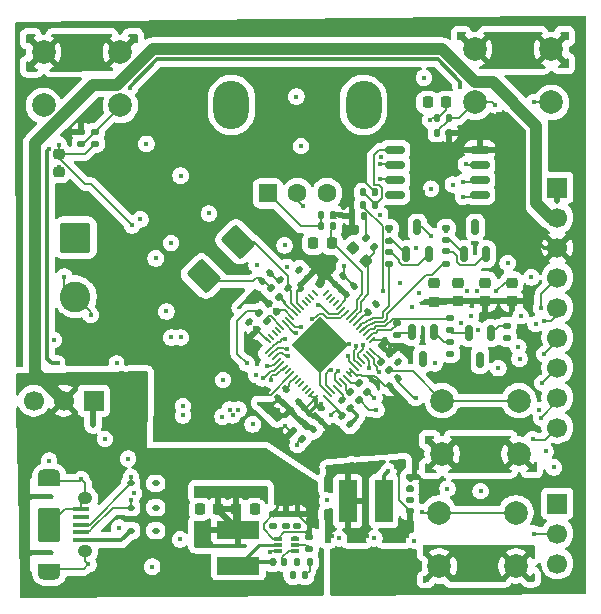
<source format=gbr>
%TF.GenerationSoftware,KiCad,Pcbnew,9.0.4*%
%TF.CreationDate,2025-09-30T19:15:50-07:00*%
%TF.ProjectId,LE_PSU_CAD,4c455f50-5355-45f4-9341-442e6b696361,rev?*%
%TF.SameCoordinates,Original*%
%TF.FileFunction,Copper,L1,Top*%
%TF.FilePolarity,Positive*%
%FSLAX46Y46*%
G04 Gerber Fmt 4.6, Leading zero omitted, Abs format (unit mm)*
G04 Created by KiCad (PCBNEW 9.0.4) date 2025-09-30 19:15:50*
%MOMM*%
%LPD*%
G01*
G04 APERTURE LIST*
G04 Aperture macros list*
%AMRoundRect*
0 Rectangle with rounded corners*
0 $1 Rounding radius*
0 $2 $3 $4 $5 $6 $7 $8 $9 X,Y pos of 4 corners*
0 Add a 4 corners polygon primitive as box body*
4,1,4,$2,$3,$4,$5,$6,$7,$8,$9,$2,$3,0*
0 Add four circle primitives for the rounded corners*
1,1,$1+$1,$2,$3*
1,1,$1+$1,$4,$5*
1,1,$1+$1,$6,$7*
1,1,$1+$1,$8,$9*
0 Add four rect primitives between the rounded corners*
20,1,$1+$1,$2,$3,$4,$5,0*
20,1,$1+$1,$4,$5,$6,$7,0*
20,1,$1+$1,$6,$7,$8,$9,0*
20,1,$1+$1,$8,$9,$2,$3,0*%
%AMRotRect*
0 Rectangle, with rotation*
0 The origin of the aperture is its center*
0 $1 length*
0 $2 width*
0 $3 Rotation angle, in degrees counterclockwise*
0 Add horizontal line*
21,1,$1,$2,0,0,$3*%
G04 Aperture macros list end*
%TA.AperFunction,ComponentPad*%
%ADD10C,1.700000*%
%TD*%
%TA.AperFunction,ComponentPad*%
%ADD11R,1.700000X1.700000*%
%TD*%
%TA.AperFunction,SMDPad,CuDef*%
%ADD12RoundRect,0.150000X0.150000X-0.512500X0.150000X0.512500X-0.150000X0.512500X-0.150000X-0.512500X0*%
%TD*%
%TA.AperFunction,SMDPad,CuDef*%
%ADD13RoundRect,0.135000X-0.185000X0.135000X-0.185000X-0.135000X0.185000X-0.135000X0.185000X0.135000X0*%
%TD*%
%TA.AperFunction,SMDPad,CuDef*%
%ADD14RoundRect,0.135000X0.185000X-0.135000X0.185000X0.135000X-0.185000X0.135000X-0.185000X-0.135000X0*%
%TD*%
%TA.AperFunction,SMDPad,CuDef*%
%ADD15RoundRect,0.135000X-0.135000X-0.185000X0.135000X-0.185000X0.135000X0.185000X-0.135000X0.185000X0*%
%TD*%
%TA.AperFunction,SMDPad,CuDef*%
%ADD16RoundRect,0.150000X-0.150000X0.512500X-0.150000X-0.512500X0.150000X-0.512500X0.150000X0.512500X0*%
%TD*%
%TA.AperFunction,SMDPad,CuDef*%
%ADD17RoundRect,0.218750X-0.256250X0.218750X-0.256250X-0.218750X0.256250X-0.218750X0.256250X0.218750X0*%
%TD*%
%TA.AperFunction,SMDPad,CuDef*%
%ADD18RoundRect,0.162500X-0.650000X-0.162500X0.650000X-0.162500X0.650000X0.162500X-0.650000X0.162500X0*%
%TD*%
%TA.AperFunction,SMDPad,CuDef*%
%ADD19RoundRect,0.225000X-0.225000X-0.250000X0.225000X-0.250000X0.225000X0.250000X-0.225000X0.250000X0*%
%TD*%
%TA.AperFunction,SMDPad,CuDef*%
%ADD20RoundRect,0.112500X0.187500X0.112500X-0.187500X0.112500X-0.187500X-0.112500X0.187500X-0.112500X0*%
%TD*%
%TA.AperFunction,SMDPad,CuDef*%
%ADD21RoundRect,0.140000X0.021213X-0.219203X0.219203X-0.021213X-0.021213X0.219203X-0.219203X0.021213X0*%
%TD*%
%TA.AperFunction,SMDPad,CuDef*%
%ADD22RoundRect,0.140000X0.219203X0.021213X0.021213X0.219203X-0.219203X-0.021213X-0.021213X-0.219203X0*%
%TD*%
%TA.AperFunction,SMDPad,CuDef*%
%ADD23RoundRect,0.140000X0.140000X0.170000X-0.140000X0.170000X-0.140000X-0.170000X0.140000X-0.170000X0*%
%TD*%
%TA.AperFunction,ComponentPad*%
%ADD24C,2.000000*%
%TD*%
%TA.AperFunction,SMDPad,CuDef*%
%ADD25RoundRect,0.140000X-0.219203X-0.021213X-0.021213X-0.219203X0.219203X0.021213X0.021213X0.219203X0*%
%TD*%
%TA.AperFunction,SMDPad,CuDef*%
%ADD26RoundRect,0.225000X0.250000X-0.225000X0.250000X0.225000X-0.250000X0.225000X-0.250000X-0.225000X0*%
%TD*%
%TA.AperFunction,SMDPad,CuDef*%
%ADD27RoundRect,0.140000X-0.170000X0.140000X-0.170000X-0.140000X0.170000X-0.140000X0.170000X0.140000X0*%
%TD*%
%TA.AperFunction,SMDPad,CuDef*%
%ADD28R,3.600000X1.500000*%
%TD*%
%TA.AperFunction,SMDPad,CuDef*%
%ADD29RoundRect,0.135000X-0.226274X-0.035355X-0.035355X-0.226274X0.226274X0.035355X0.035355X0.226274X0*%
%TD*%
%TA.AperFunction,SMDPad,CuDef*%
%ADD30RoundRect,0.135000X0.135000X0.185000X-0.135000X0.185000X-0.135000X-0.185000X0.135000X-0.185000X0*%
%TD*%
%TA.AperFunction,ComponentPad*%
%ADD31RoundRect,0.250000X-1.050000X1.050000X-1.050000X-1.050000X1.050000X-1.050000X1.050000X1.050000X0*%
%TD*%
%TA.AperFunction,ComponentPad*%
%ADD32C,2.600000*%
%TD*%
%TA.AperFunction,SMDPad,CuDef*%
%ADD33RoundRect,0.140000X-0.021213X0.219203X-0.219203X0.021213X0.021213X-0.219203X0.219203X-0.021213X0*%
%TD*%
%TA.AperFunction,SMDPad,CuDef*%
%ADD34RoundRect,0.100000X-0.575000X0.100000X-0.575000X-0.100000X0.575000X-0.100000X0.575000X0.100000X0*%
%TD*%
%TA.AperFunction,HeatsinkPad*%
%ADD35O,1.900000X1.000000*%
%TD*%
%TA.AperFunction,SMDPad,CuDef*%
%ADD36R,1.900000X0.875000*%
%TD*%
%TA.AperFunction,HeatsinkPad*%
%ADD37O,1.250000X1.050000*%
%TD*%
%TA.AperFunction,SMDPad,CuDef*%
%ADD38RoundRect,0.250000X-0.700000X1.200000X-0.700000X-1.200000X0.700000X-1.200000X0.700000X1.200000X0*%
%TD*%
%TA.AperFunction,SMDPad,CuDef*%
%ADD39RoundRect,0.250000X0.176777X-1.166726X1.166726X-0.176777X-0.176777X1.166726X-1.166726X0.176777X0*%
%TD*%
%TA.AperFunction,SMDPad,CuDef*%
%ADD40RoundRect,0.135000X0.226274X0.035355X0.035355X0.226274X-0.226274X-0.035355X-0.035355X-0.226274X0*%
%TD*%
%TA.AperFunction,SMDPad,CuDef*%
%ADD41RoundRect,0.225000X0.225000X0.250000X-0.225000X0.250000X-0.225000X-0.250000X0.225000X-0.250000X0*%
%TD*%
%TA.AperFunction,SMDPad,CuDef*%
%ADD42RoundRect,0.050000X0.212132X0.282843X-0.282843X-0.212132X-0.212132X-0.282843X0.282843X0.212132X0*%
%TD*%
%TA.AperFunction,SMDPad,CuDef*%
%ADD43RoundRect,0.050000X-0.212132X0.282843X-0.282843X0.212132X0.212132X-0.282843X0.282843X-0.212132X0*%
%TD*%
%TA.AperFunction,HeatsinkPad*%
%ADD44RotRect,3.400000X3.400000X225.000000*%
%TD*%
%TA.AperFunction,SMDPad,CuDef*%
%ADD45RoundRect,0.225000X-0.335876X-0.017678X-0.017678X-0.335876X0.335876X0.017678X0.017678X0.335876X0*%
%TD*%
%TA.AperFunction,ComponentPad*%
%ADD46RoundRect,0.250000X0.550000X-0.550000X0.550000X0.550000X-0.550000X0.550000X-0.550000X-0.550000X0*%
%TD*%
%TA.AperFunction,ComponentPad*%
%ADD47C,1.600000*%
%TD*%
%TA.AperFunction,ComponentPad*%
%ADD48O,3.000000X4.100000*%
%TD*%
%TA.AperFunction,SMDPad,CuDef*%
%ADD49RoundRect,0.087500X-0.250000X-0.087500X0.250000X-0.087500X0.250000X0.087500X-0.250000X0.087500X0*%
%TD*%
%TA.AperFunction,SMDPad,CuDef*%
%ADD50RoundRect,0.140000X0.170000X-0.140000X0.170000X0.140000X-0.170000X0.140000X-0.170000X-0.140000X0*%
%TD*%
%TA.AperFunction,SMDPad,CuDef*%
%ADD51R,1.500000X3.600000*%
%TD*%
%TA.AperFunction,ViaPad*%
%ADD52C,0.400000*%
%TD*%
%TA.AperFunction,Conductor*%
%ADD53C,0.150000*%
%TD*%
%TA.AperFunction,Conductor*%
%ADD54C,0.300000*%
%TD*%
%TA.AperFunction,Conductor*%
%ADD55C,1.000000*%
%TD*%
%TA.AperFunction,Conductor*%
%ADD56C,0.500000*%
%TD*%
%TA.AperFunction,Conductor*%
%ADD57C,0.200000*%
%TD*%
%TA.AperFunction,Conductor*%
%ADD58C,0.350000*%
%TD*%
%TA.AperFunction,Conductor*%
%ADD59C,0.250000*%
%TD*%
%TA.AperFunction,Conductor*%
%ADD60C,0.400000*%
%TD*%
G04 APERTURE END LIST*
D10*
%TO.P,J3,9,Pin_9*%
%TO.N,/SCK*%
X219500000Y-109030000D03*
D11*
%TO.P,J3,1,Pin_1*%
%TO.N,GND*%
X219500000Y-88710000D03*
D10*
%TO.P,J3,2,Pin_2*%
%TO.N,Vin*%
X219500000Y-91250000D03*
%TO.P,J3,3,Pin_3*%
%TO.N,+3V3_Digital*%
X219500000Y-93790000D03*
%TO.P,J3,4,Pin_4*%
%TO.N,/MCLK*%
X219500000Y-96330000D03*
%TO.P,J3,5,Pin_5*%
%TO.N,/{slash}IRQ*%
X219500000Y-98870000D03*
%TO.P,J3,6,Pin_6*%
%TO.N,/SDO*%
X219500000Y-101410000D03*
%TO.P,J3,7,Pin_7*%
%TO.N,/SDI*%
X219500000Y-103950000D03*
%TO.P,J3,8,Pin_8*%
%TO.N,/{slash}CS*%
X219500000Y-106490000D03*
%TD*%
D12*
%TO.P,Q3,1,D*%
%TO.N,Net-(Q3-D)*%
X206700000Y-94350000D03*
%TO.P,Q3,2,G*%
%TO.N,Net-(Q3-G)*%
X208600000Y-94350000D03*
%TO.P,Q3,3,S*%
%TO.N,GND*%
X207650000Y-92075000D03*
%TD*%
D13*
%TO.P,R11,1*%
%TO.N,/LED0*%
X205900000Y-100190000D03*
%TO.P,R11,2*%
%TO.N,Net-(Q4-G)*%
X205900000Y-101210000D03*
%TD*%
D14*
%TO.P,R7,1*%
%TO.N,/LED2*%
X210103206Y-95137176D03*
%TO.P,R7,2*%
%TO.N,Net-(Q1-G)*%
X210103206Y-94117176D03*
%TD*%
D15*
%TO.P,R14,1*%
%TO.N,Net-(R14-Pad1)*%
X199515000Y-91000000D03*
%TO.P,R14,2*%
%TO.N,+3V3_Digital*%
X200535000Y-91000000D03*
%TD*%
D16*
%TO.P,Q4,1,D*%
%TO.N,Net-(Q4-D)*%
X209055000Y-100940000D03*
%TO.P,Q4,2,G*%
%TO.N,Net-(Q4-G)*%
X207155000Y-100940000D03*
%TO.P,Q4,3,S*%
%TO.N,GND*%
X208105000Y-103215000D03*
%TD*%
D14*
%TO.P,R8,1*%
%TO.N,Net-(D2-K)*%
X215230992Y-101420152D03*
%TO.P,R8,2*%
%TO.N,Net-(Q2-D)*%
X215230992Y-100400152D03*
%TD*%
D17*
%TO.P,D3,1,K*%
%TO.N,Net-(D3-K)*%
X211100000Y-96750000D03*
%TO.P,D3,2,A*%
%TO.N,+3V3_Digital*%
X211100000Y-98325000D03*
%TD*%
D18*
%TO.P,U3,1,~{CS}*%
%TO.N,/FLASH_SS*%
X205750000Y-85540000D03*
%TO.P,U3,2,DO/IO_{1}*%
%TO.N,/QSPI_SD1*%
X205750000Y-86810000D03*
%TO.P,U3,3,~{WP}/IO_{2}*%
%TO.N,/QSPI_SD2*%
X205750000Y-88080000D03*
%TO.P,U3,4,GND*%
%TO.N,GND*%
X205750000Y-89350000D03*
%TO.P,U3,5,DI/IO_{0}*%
%TO.N,/QSPI_SD0*%
X212925000Y-89350000D03*
%TO.P,U3,6,CLK*%
%TO.N,/QSPI_SCLK*%
X212925000Y-88080000D03*
%TO.P,U3,7,~{HOLD}/~{RESET}/IO_{3}*%
%TO.N,/QSPI_SD3*%
X212925000Y-86810000D03*
%TO.P,U3,8,VCC*%
%TO.N,+3V3_Digital*%
X212925000Y-85540000D03*
%TD*%
D19*
%TO.P,C2,1*%
%TO.N,+3V3_Digital*%
X192314427Y-115952429D03*
%TO.P,C2,2*%
%TO.N,GND*%
X193864427Y-115952429D03*
%TD*%
D16*
%TO.P,Q2,1,D*%
%TO.N,Net-(Q2-D)*%
X213900000Y-101025000D03*
%TO.P,Q2,2,G*%
%TO.N,Net-(Q2-G)*%
X212000000Y-101025000D03*
%TO.P,Q2,3,S*%
%TO.N,GND*%
X212950000Y-103300000D03*
%TD*%
D20*
%TO.P,D6,1,A1*%
%TO.N,GND*%
X185490000Y-115800000D03*
%TO.P,D6,2,A2*%
%TO.N,/USB_D-*%
X183390000Y-115800000D03*
%TD*%
D17*
%TO.P,D2,1,K*%
%TO.N,Net-(D2-K)*%
X213400000Y-96750000D03*
%TO.P,D2,2,A*%
%TO.N,+3V3_Digital*%
X213400000Y-98325000D03*
%TD*%
D21*
%TO.P,C11,1*%
%TO.N,+3V3_Digital*%
X200680589Y-96839411D03*
%TO.P,C11,2*%
%TO.N,GND*%
X201359411Y-96160589D03*
%TD*%
D22*
%TO.P,C13,1*%
%TO.N,+3V3_Digital*%
X198339411Y-96339411D03*
%TO.P,C13,2*%
%TO.N,GND*%
X197660589Y-95660589D03*
%TD*%
D23*
%TO.P,C3,1*%
%TO.N,Net-(U2-VBST)*%
X196385000Y-120450000D03*
%TO.P,C3,2*%
%TO.N,Net-(U2-SW)*%
X195425000Y-120450000D03*
%TD*%
D24*
%TO.P,SW1,1,1*%
%TO.N,GND*%
X176000000Y-77250000D03*
X182500000Y-77250000D03*
%TO.P,SW1,2,2*%
%TO.N,Net-(R16-Pad1)*%
X176000000Y-81750000D03*
X182500000Y-81750000D03*
%TD*%
D25*
%TO.P,C23,1*%
%TO.N,Net-(U4-VREG_AVDD)*%
X201266509Y-108058833D03*
%TO.P,C23,2*%
%TO.N,GND*%
X201945331Y-108737655D03*
%TD*%
D14*
%TO.P,R16,1*%
%TO.N,Net-(R16-Pad1)*%
X179198780Y-85011600D03*
%TO.P,R16,2*%
%TO.N,+3V3_Digital*%
X179198780Y-83991600D03*
%TD*%
D26*
%TO.P,C4,1*%
%TO.N,GND*%
X177300000Y-87395000D03*
%TO.P,C4,2*%
%TO.N,/BTN1*%
X177300000Y-85845000D03*
%TD*%
D15*
%TO.P,R15,1*%
%TO.N,Net-(R14-Pad1)*%
X199515000Y-92000000D03*
%TO.P,R15,2*%
%TO.N,/ENC+*%
X200535000Y-92000000D03*
%TD*%
D27*
%TO.P,C1,1*%
%TO.N,Vin*%
X197500000Y-116375000D03*
%TO.P,C1,2*%
%TO.N,GND*%
X197500000Y-117335000D03*
%TD*%
D28*
%TO.P,L1,1,1*%
%TO.N,Net-(U2-SW)*%
X192500000Y-120725000D03*
%TO.P,L1,2,2*%
%TO.N,+3V3_Digital*%
X192500000Y-117675000D03*
%TD*%
D25*
%TO.P,C21,1*%
%TO.N,GND*%
X196000000Y-96500000D03*
%TO.P,C21,2*%
%TO.N,/XTAL_IN*%
X196678822Y-97178822D03*
%TD*%
%TO.P,C19,1*%
%TO.N,+3V3_Digital*%
X205321178Y-102821178D03*
%TO.P,C19,2*%
%TO.N,GND*%
X206000000Y-103500000D03*
%TD*%
D29*
%TO.P,R5,1*%
%TO.N,+3V3_Digital*%
X197139376Y-109278752D03*
%TO.P,R5,2*%
%TO.N,Net-(U4-VREG_AVDD)*%
X197860624Y-110000000D03*
%TD*%
D30*
%TO.P,R1,1*%
%TO.N,/FB*%
X198154627Y-121500000D03*
%TO.P,R1,2*%
%TO.N,GND*%
X197134627Y-121500000D03*
%TD*%
D13*
%TO.P,R3,1*%
%TO.N,Vin*%
X198500000Y-118260000D03*
%TO.P,R3,2*%
%TO.N,Net-(U2-EN)*%
X198500000Y-119280000D03*
%TD*%
D14*
%TO.P,R6,1*%
%TO.N,Net-(D1-K)*%
X210450000Y-102790000D03*
%TO.P,R6,2*%
%TO.N,Net-(Q4-D)*%
X210450000Y-101770000D03*
%TD*%
D27*
%TO.P,C6,1*%
%TO.N,Vin*%
X196500000Y-116375000D03*
%TO.P,C6,2*%
%TO.N,GND*%
X196500000Y-117335000D03*
%TD*%
D22*
%TO.P,C12,1*%
%TO.N,+3V3_Digital*%
X194047972Y-100749480D03*
%TO.P,C12,2*%
%TO.N,GND*%
X193369150Y-100070658D03*
%TD*%
D31*
%TO.P,UB1,1,+*%
%TO.N,/BATT*%
X178700000Y-92950000D03*
D32*
%TO.P,UB1,2,-*%
%TO.N,GND*%
X178700000Y-97950000D03*
%TD*%
D13*
%TO.P,R12,1*%
%TO.N,Net-(D3-K)*%
X210100000Y-92160000D03*
%TO.P,R12,2*%
%TO.N,Net-(Q1-D)*%
X210100000Y-93180000D03*
%TD*%
D33*
%TO.P,C17,1*%
%TO.N,+3V3_Digital*%
X198456838Y-107789729D03*
%TO.P,C17,2*%
%TO.N,GND*%
X197778016Y-108468551D03*
%TD*%
D34*
%TO.P,J1,1,VBUS*%
%TO.N,USB_PWR*%
X179175000Y-118550000D03*
%TO.P,J1,2,D-*%
%TO.N,/USB_D-*%
X179175000Y-117900000D03*
%TO.P,J1,3,D+*%
%TO.N,/USB_D+*%
X179175000Y-117250000D03*
%TO.P,J1,4,ID*%
%TO.N,unconnected-(J1-ID-Pad4)*%
X179175000Y-116600000D03*
%TO.P,J1,5,GND*%
%TO.N,GND*%
X179175000Y-115950000D03*
D35*
%TO.P,J1,6,Shield*%
X176500000Y-113075000D03*
D36*
X176500000Y-113512500D03*
D37*
X179500000Y-115025000D03*
D38*
X176500000Y-117250000D03*
D37*
X179500000Y-119475000D03*
D36*
X176500000Y-120987500D03*
D35*
X176500000Y-121425000D03*
%TD*%
D21*
%TO.P,C15,1*%
%TO.N,+3V3_Digital*%
X201635422Y-97746107D03*
%TO.P,C15,2*%
%TO.N,GND*%
X202314244Y-97067285D03*
%TD*%
D24*
%TO.P,SW4,1,1*%
%TO.N,GND*%
X216000000Y-120750000D03*
X209500000Y-120750000D03*
%TO.P,SW4,2,2*%
%TO.N,Net-(R24-Pad2)*%
X216000000Y-116250000D03*
X209500000Y-116250000D03*
%TD*%
D39*
%TO.P,Y1,1,1*%
%TO.N,Net-(C22-Pad2)*%
X189550431Y-96199569D03*
%TO.P,Y1,3,3*%
%TO.N,/XTAL_IN*%
X192449569Y-93300431D03*
%TD*%
D13*
%TO.P,R13,1*%
%TO.N,Net-(D4-K)*%
X205250000Y-92170000D03*
%TO.P,R13,2*%
%TO.N,Net-(Q3-D)*%
X205250000Y-93190000D03*
%TD*%
D33*
%TO.P,C14,1*%
%TO.N,+3V3_Digital*%
X197595459Y-106854541D03*
%TO.P,C14,2*%
%TO.N,GND*%
X196916637Y-107533363D03*
%TD*%
D15*
%TO.P,R20,1*%
%TO.N,/FLASH_SS*%
X203060000Y-89120130D03*
%TO.P,R20,2*%
%TO.N,+3V3_Digital*%
X204080000Y-89120130D03*
%TD*%
%TO.P,R19,1*%
%TO.N,Net-(R19-Pad1)*%
X209290000Y-84050000D03*
%TO.P,R19,2*%
%TO.N,+3V3_Digital*%
X210310000Y-84050000D03*
%TD*%
D24*
%TO.P,SW2,1,1*%
%TO.N,GND*%
X212500000Y-77000000D03*
X219000000Y-77000000D03*
%TO.P,SW2,2,2*%
%TO.N,Net-(R19-Pad1)*%
X212500000Y-81500000D03*
X219000000Y-81500000D03*
%TD*%
D30*
%TO.P,R22,1*%
%TO.N,/FLASH_SS*%
X204080000Y-90170130D03*
%TO.P,R22,2*%
%TO.N,/QSPI_SS*%
X203060000Y-90170130D03*
%TD*%
D29*
%TO.P,R4,1*%
%TO.N,Net-(C22-Pad2)*%
X195237511Y-97217723D03*
%TO.P,R4,2*%
%TO.N,/XTAL_OUT*%
X195958759Y-97938971D03*
%TD*%
D40*
%TO.P,R24,1*%
%TO.N,Net-(U4-RUN)*%
X194946766Y-100029263D03*
%TO.P,R24,2*%
%TO.N,Net-(R24-Pad2)*%
X194225518Y-99308015D03*
%TD*%
D41*
%TO.P,C8,1*%
%TO.N,+3V3_Digital*%
X190797718Y-115936551D03*
%TO.P,C8,2*%
%TO.N,GND*%
X189247718Y-115936551D03*
%TD*%
D15*
%TO.P,R2,1*%
%TO.N,+3V3_Digital*%
X197500000Y-120450000D03*
%TO.P,R2,2*%
%TO.N,/FB*%
X198520000Y-120450000D03*
%TD*%
D19*
%TO.P,C5,1*%
%TO.N,GND*%
X208514682Y-81494737D03*
%TO.P,C5,2*%
%TO.N,/BTN0*%
X210064682Y-81494737D03*
%TD*%
D42*
%TO.P,U4,1,IOVDD*%
%TO.N,+3V3_Digital*%
X203833250Y-101608939D03*
%TO.P,U4,2,GPIO0*%
%TO.N,/LED0*%
X203550408Y-101326096D03*
%TO.P,U4,3,GPIO1*%
%TO.N,/LED1*%
X203267565Y-101043253D03*
%TO.P,U4,4,GPIO2*%
%TO.N,/LED2*%
X202984722Y-100760410D03*
%TO.P,U4,5,GPIO3*%
%TO.N,/LED3*%
X202701880Y-100477568D03*
%TO.P,U4,6,DVDD*%
%TO.N,+1V1*%
X202419037Y-100194725D03*
%TO.P,U4,7,GPIO4*%
%TO.N,/ENC-*%
X202136194Y-99911882D03*
%TO.P,U4,8,GPIO5*%
%TO.N,/ENC+*%
X201853351Y-99629040D03*
%TO.P,U4,9,GPIO6*%
%TO.N,/BTN0*%
X201570509Y-99346197D03*
%TO.P,U4,10,GPIO7*%
%TO.N,/BTN1*%
X201287666Y-99063354D03*
%TO.P,U4,11,IOVDD*%
%TO.N,+3V3_Digital*%
X201004823Y-98780511D03*
%TO.P,U4,12,GPIO8*%
%TO.N,unconnected-(U4-GPIO8-Pad12)*%
X200721981Y-98497669D03*
%TO.P,U4,13,GPIO9*%
%TO.N,unconnected-(U4-GPIO9-Pad13)*%
X200439138Y-98214826D03*
%TO.P,U4,14,GPIO10*%
%TO.N,unconnected-(U4-GPIO10-Pad14)*%
X200156295Y-97931983D03*
%TO.P,U4,15,GPIO11*%
%TO.N,unconnected-(U4-GPIO11-Pad15)*%
X199873452Y-97649141D03*
D43*
%TO.P,U4,16,GPIO12*%
%TO.N,unconnected-(U4-GPIO12-Pad16)*%
X198954214Y-97649141D03*
%TO.P,U4,17,GPIO13*%
%TO.N,unconnected-(U4-GPIO13-Pad17)*%
X198671371Y-97931983D03*
%TO.P,U4,18,GPIO14*%
%TO.N,unconnected-(U4-GPIO14-Pad18)*%
X198388528Y-98214826D03*
%TO.P,U4,19,GPIO15*%
%TO.N,unconnected-(U4-GPIO15-Pad19)*%
X198105685Y-98497669D03*
%TO.P,U4,20,IOVDD*%
%TO.N,+3V3_Digital*%
X197822843Y-98780511D03*
%TO.P,U4,21,XIN*%
%TO.N,/XTAL_IN*%
X197540000Y-99063354D03*
%TO.P,U4,22,XOUT*%
%TO.N,/XTAL_OUT*%
X197257157Y-99346197D03*
%TO.P,U4,23,DVDD*%
%TO.N,+1V1*%
X196974315Y-99629040D03*
%TO.P,U4,24,SWCLK*%
%TO.N,SW_CLK*%
X196691472Y-99911882D03*
%TO.P,U4,25,SWDIO*%
%TO.N,SWD*%
X196408629Y-100194725D03*
%TO.P,U4,26,RUN*%
%TO.N,Net-(U4-RUN)*%
X196125786Y-100477568D03*
%TO.P,U4,27,GPIO16*%
%TO.N,unconnected-(U4-GPIO16-Pad27)*%
X195842944Y-100760410D03*
%TO.P,U4,28,GPIO17*%
%TO.N,unconnected-(U4-GPIO17-Pad28)*%
X195560101Y-101043253D03*
%TO.P,U4,29,GPIO18*%
%TO.N,unconnected-(U4-GPIO18-Pad29)*%
X195277258Y-101326096D03*
%TO.P,U4,30,IOVDD*%
%TO.N,+3V3_Digital*%
X194994416Y-101608939D03*
D42*
%TO.P,U4,31,GPIO19*%
%TO.N,/MCLK*%
X194994416Y-102528177D03*
%TO.P,U4,32,GPIO20*%
%TO.N,/{slash}IRQ*%
X195277258Y-102811020D03*
%TO.P,U4,33,GPIO21*%
%TO.N,/SDO*%
X195560101Y-103093863D03*
%TO.P,U4,34,GPIO22*%
%TO.N,/SDI*%
X195842944Y-103376706D03*
%TO.P,U4,35,GPIO23*%
%TO.N,/SCK*%
X196125786Y-103659548D03*
%TO.P,U4,36,GPIO24*%
%TO.N,/{slash}CS*%
X196408629Y-103942391D03*
%TO.P,U4,37,GPIO25*%
%TO.N,unconnected-(U4-GPIO25-Pad37)*%
X196691472Y-104225234D03*
%TO.P,U4,38,IOVDD*%
%TO.N,+3V3_Digital*%
X196974315Y-104508076D03*
%TO.P,U4,39,DVDD*%
%TO.N,+1V1*%
X197257157Y-104790919D03*
%TO.P,U4,40,GPIO26_ADC0*%
%TO.N,unconnected-(U4-GPIO26_ADC0-Pad40)*%
X197540000Y-105073762D03*
%TO.P,U4,41,GPIO27_ADC1*%
%TO.N,unconnected-(U4-GPIO27_ADC1-Pad41)*%
X197822843Y-105356605D03*
%TO.P,U4,42,GPIO28_ADC2*%
%TO.N,unconnected-(U4-GPIO28_ADC2-Pad42)*%
X198105685Y-105639447D03*
%TO.P,U4,43,GPIO29_ADC3*%
%TO.N,unconnected-(U4-GPIO29_ADC3-Pad43)*%
X198388528Y-105922290D03*
%TO.P,U4,44,ADC_AVDD*%
%TO.N,+3V3_Digital*%
X198671371Y-106205133D03*
%TO.P,U4,45,IOVDD*%
X198954214Y-106487975D03*
D43*
%TO.P,U4,46,VREG_AVDD*%
%TO.N,Net-(U4-VREG_AVDD)*%
X199873452Y-106487975D03*
%TO.P,U4,47,VREG_PGND*%
%TO.N,GND*%
X200156295Y-106205133D03*
%TO.P,U4,48,VREG_LX*%
%TO.N,Net-(U4-VREG_LX)*%
X200439138Y-105922290D03*
%TO.P,U4,49,VREG_VIN*%
%TO.N,+3V3_Digital*%
X200721981Y-105639447D03*
%TO.P,U4,50,VREG_FB*%
%TO.N,+1V1*%
X201004823Y-105356605D03*
%TO.P,U4,51,USB_DM*%
%TO.N,Net-(U4-USB_DM)*%
X201287666Y-105073762D03*
%TO.P,U4,52,USB_DP*%
%TO.N,Net-(U4-USB_DP)*%
X201570509Y-104790919D03*
%TO.P,U4,53,USB_OTP_VDD*%
%TO.N,+3V3_Digital*%
X201853351Y-104508076D03*
%TO.P,U4,54,QSPI_IOVDD*%
X202136194Y-104225234D03*
%TO.P,U4,55,QSPI_SD3*%
%TO.N,/QSPI_SD3*%
X202419037Y-103942391D03*
%TO.P,U4,56,QSPI_SCLK*%
%TO.N,/QSPI_SCLK*%
X202701880Y-103659548D03*
%TO.P,U4,57,QSPI_SD0*%
%TO.N,/QSPI_SD0*%
X202984722Y-103376706D03*
%TO.P,U4,58,QSPI_SD2*%
%TO.N,/QSPI_SD2*%
X203267565Y-103093863D03*
%TO.P,U4,59,QSPI_SD1*%
%TO.N,/QSPI_SD1*%
X203550408Y-102811020D03*
%TO.P,U4,60,QSPI_SS*%
%TO.N,/QSPI_SS*%
X203833250Y-102528177D03*
D44*
%TO.P,U4,61,GND*%
%TO.N,GND*%
X199413833Y-102068558D03*
%TD*%
D19*
%TO.P,C9,1*%
%TO.N,GND*%
X198842087Y-93415719D03*
%TO.P,C9,2*%
%TO.N,/ENC+*%
X200392087Y-93415719D03*
%TD*%
D13*
%TO.P,R9,1*%
%TO.N,/LED1*%
X210433004Y-99783651D03*
%TO.P,R9,2*%
%TO.N,Net-(Q2-G)*%
X210433004Y-100803651D03*
%TD*%
D33*
%TO.P,C20,1*%
%TO.N,+3V3_Digital*%
X199500000Y-108500000D03*
%TO.P,C20,2*%
%TO.N,GND*%
X198821178Y-109178822D03*
%TD*%
D29*
%TO.P,R23,1*%
%TO.N,/QSPI_SS*%
X204567618Y-103449609D03*
%TO.P,R23,2*%
%TO.N,Net-(R23-Pad2)*%
X205288866Y-104170857D03*
%TD*%
D15*
%TO.P,R26,1*%
%TO.N,/BTN0*%
X209295000Y-82850000D03*
%TO.P,R26,2*%
%TO.N,Net-(R19-Pad1)*%
X210315000Y-82850000D03*
%TD*%
D29*
%TO.P,R18,1*%
%TO.N,Net-(U4-USB_DM)*%
X201981322Y-105978522D03*
%TO.P,R18,2*%
%TO.N,/USB_D-*%
X202702570Y-106699770D03*
%TD*%
D17*
%TO.P,D1,1,K*%
%TO.N,Net-(D1-K)*%
X215650000Y-96750000D03*
%TO.P,D1,2,A*%
%TO.N,+3V3_Digital*%
X215650000Y-98325000D03*
%TD*%
D45*
%TO.P,C10,1*%
%TO.N,GND*%
X202202135Y-93801000D03*
%TO.P,C10,2*%
%TO.N,/ENC-*%
X203298151Y-94897016D03*
%TD*%
D20*
%TO.P,D7,1,A1*%
%TO.N,GND*%
X185490000Y-117750000D03*
%TO.P,D7,2,A2*%
%TO.N,USB_PWR*%
X183390000Y-117750000D03*
%TD*%
D33*
%TO.P,C27,1*%
%TO.N,+1V1*%
X196506568Y-105802980D03*
%TO.P,C27,2*%
%TO.N,GND*%
X195827746Y-106481802D03*
%TD*%
D46*
%TO.P,ENC1,A,A*%
%TO.N,Net-(R14-Pad1)*%
X195000000Y-89200000D03*
D47*
%TO.P,ENC1,B,B*%
%TO.N,Net-(R27-Pad1)*%
X200000000Y-89200000D03*
%TO.P,ENC1,C,C*%
%TO.N,GND*%
X197500000Y-89200000D03*
D48*
%TO.P,ENC1,SH*%
%TO.N,N/C*%
X191900000Y-81700000D03*
X203100000Y-81700000D03*
%TD*%
D27*
%TO.P,C7,1*%
%TO.N,Vin*%
X195430000Y-116375000D03*
%TO.P,C7,2*%
%TO.N,GND*%
X195430000Y-117335000D03*
%TD*%
D25*
%TO.P,C16,1*%
%TO.N,+3V3_Digital*%
X201280715Y-106686984D03*
%TO.P,C16,2*%
%TO.N,GND*%
X201959537Y-107365806D03*
%TD*%
D22*
%TO.P,C28,1*%
%TO.N,+1V1*%
X195750520Y-99225754D03*
%TO.P,C28,2*%
%TO.N,GND*%
X195071698Y-98546932D03*
%TD*%
D21*
%TO.P,C26,1*%
%TO.N,+1V1*%
X203447466Y-99228726D03*
%TO.P,C26,2*%
%TO.N,GND*%
X204126288Y-98549904D03*
%TD*%
D49*
%TO.P,U2,1,VIN*%
%TO.N,Vin*%
X195825000Y-118450000D03*
%TO.P,U2,2,SW*%
%TO.N,Net-(U2-SW)*%
X195825000Y-118950000D03*
%TO.P,U2,3,GND*%
%TO.N,GND*%
X195825000Y-119450000D03*
%TO.P,U2,4,VBST*%
%TO.N,Net-(U2-VBST)*%
X197250000Y-119450000D03*
%TO.P,U2,5,EN*%
%TO.N,Net-(U2-EN)*%
X197250000Y-118950000D03*
%TO.P,U2,6,VFB*%
%TO.N,/FB*%
X197250000Y-118450000D03*
%TD*%
D14*
%TO.P,R25,1*%
%TO.N,/BTN1*%
X180357867Y-85009692D03*
%TO.P,R25,2*%
%TO.N,Net-(R16-Pad1)*%
X180357867Y-83989692D03*
%TD*%
D21*
%TO.P,C18,1*%
%TO.N,+3V3_Digital*%
X205321178Y-105514375D03*
%TO.P,C18,2*%
%TO.N,GND*%
X206000000Y-104835553D03*
%TD*%
D14*
%TO.P,R10,1*%
%TO.N,/LED3*%
X205236632Y-95162901D03*
%TO.P,R10,2*%
%TO.N,Net-(Q3-G)*%
X205236632Y-94142901D03*
%TD*%
D29*
%TO.P,R27,1*%
%TO.N,Net-(R27-Pad1)*%
X203261985Y-93012215D03*
%TO.P,R27,2*%
%TO.N,/ENC-*%
X203983233Y-93733463D03*
%TD*%
D11*
%TO.P,J2,1,Pin_1*%
%TO.N,SW_CLK*%
X219500000Y-115460000D03*
D10*
%TO.P,J2,2,Pin_2*%
%TO.N,GND*%
X219500000Y-118000000D03*
%TO.P,J2,3,Pin_3*%
%TO.N,SWD*%
X219500000Y-120540000D03*
%TD*%
D50*
%TO.P,C25,1*%
%TO.N,+1V1*%
X207000000Y-116112979D03*
%TO.P,C25,2*%
%TO.N,GND*%
X207000000Y-115152979D03*
%TD*%
D11*
%TO.P,BATT_USB_JMP1,1,Pin_1*%
%TO.N,USB_PWR*%
X180250000Y-106750000D03*
D10*
%TO.P,BATT_USB_JMP1,2,Pin_2*%
%TO.N,Vin*%
X177710000Y-106750000D03*
%TO.P,BATT_USB_JMP1,3,Pin_3*%
%TO.N,/BATT*%
X175170000Y-106750000D03*
%TD*%
D24*
%TO.P,SW3,1,1*%
%TO.N,GND*%
X216250000Y-111250000D03*
X209750000Y-111250000D03*
%TO.P,SW3,2,2*%
%TO.N,Net-(R23-Pad2)*%
X216250000Y-106750000D03*
X209750000Y-106750000D03*
%TD*%
D12*
%TO.P,Q1,1,D*%
%TO.N,Net-(Q1-D)*%
X211600000Y-94350000D03*
%TO.P,Q1,2,G*%
%TO.N,Net-(Q1-G)*%
X213500000Y-94350000D03*
%TO.P,Q1,3,S*%
%TO.N,GND*%
X212550000Y-92075000D03*
%TD*%
D30*
%TO.P,R28,1*%
%TO.N,Net-(R27-Pad1)*%
X203142901Y-91134654D03*
%TO.P,R28,2*%
%TO.N,+3V3_Digital*%
X202122901Y-91134654D03*
%TD*%
D27*
%TO.P,C24,1*%
%TO.N,+3V3_Digital*%
X207000000Y-113240000D03*
%TO.P,C24,2*%
%TO.N,GND*%
X207000000Y-114200000D03*
%TD*%
D20*
%TO.P,D5,1,A1*%
%TO.N,GND*%
X185490000Y-113750000D03*
%TO.P,D5,2,A2*%
%TO.N,/USB_D+*%
X183390000Y-113750000D03*
%TD*%
D29*
%TO.P,R17,1*%
%TO.N,Net-(U4-USB_DP)*%
X202694069Y-105268166D03*
%TO.P,R17,2*%
%TO.N,/USB_D+*%
X203415317Y-105989414D03*
%TD*%
D17*
%TO.P,D4,1,K*%
%TO.N,Net-(D4-K)*%
X209050000Y-96812500D03*
%TO.P,D4,2,A*%
%TO.N,+3V3_Digital*%
X209050000Y-98387500D03*
%TD*%
D33*
%TO.P,C22,1*%
%TO.N,GND*%
X195149934Y-95964762D03*
%TO.P,C22,2*%
%TO.N,Net-(C22-Pad2)*%
X194471112Y-96643584D03*
%TD*%
D51*
%TO.P,L2,1,1*%
%TO.N,+1V1*%
X201750000Y-115250000D03*
%TO.P,L2,2,2*%
%TO.N,Net-(U4-VREG_LX)*%
X204800000Y-115250000D03*
%TD*%
D52*
%TO.N,GND*%
X217660876Y-100260876D03*
%TO.N,+3V3_Digital*%
X214500000Y-82450000D03*
%TO.N,GND*%
X208800000Y-88800000D03*
X192000000Y-108000000D03*
X198600000Y-103000000D03*
%TO.N,+3V3_Digital*%
X208000000Y-101400000D03*
X206200000Y-107200000D03*
%TO.N,Net-(U4-VREG_AVDD)*%
X200308204Y-107950602D03*
%TO.N,/FB*%
X198520000Y-120450000D03*
X197250000Y-118375000D03*
%TO.N,GND*%
X185490000Y-117750000D03*
X207400000Y-118600000D03*
X215300000Y-95100000D03*
X212950000Y-103300000D03*
X177300000Y-86940000D03*
X218500000Y-111050000D03*
X217500000Y-118000000D03*
X199400000Y-100800000D03*
X179800000Y-120600000D03*
X183160231Y-111660207D03*
X205750000Y-89350000D03*
X186800000Y-101400000D03*
X204000000Y-118400000D03*
X191754031Y-107508063D03*
X185490000Y-113750000D03*
X185500000Y-94700000D03*
X189500000Y-115936551D03*
X190000000Y-90900000D03*
X211850000Y-97450000D03*
X204550000Y-86100000D03*
X200800000Y-102000000D03*
X197660589Y-95660589D03*
X194000000Y-104550000D03*
X210650000Y-88450000D03*
X198000000Y-90250000D03*
X204126288Y-98549904D03*
X184200000Y-91400000D03*
X212800000Y-120600000D03*
X207750000Y-97650000D03*
X185490000Y-115800000D03*
X195184835Y-98660069D03*
X197800000Y-85200000D03*
X198800000Y-101400000D03*
X217954204Y-107554204D03*
X211350000Y-100200000D03*
X176425000Y-85475000D03*
X197000000Y-121500000D03*
X199489266Y-102019558D03*
X208500000Y-81500000D03*
X191200000Y-105000000D03*
X208789914Y-92789914D03*
X180000000Y-99500000D03*
X212550000Y-92075000D03*
X195430000Y-117335000D03*
X176473351Y-111822480D03*
X201450000Y-95350000D03*
X186400000Y-99200000D03*
X177200000Y-103600000D03*
X214500000Y-104000000D03*
X219250000Y-88250000D03*
X187800000Y-107200000D03*
X197350000Y-102050000D03*
X194050000Y-95250000D03*
X217300000Y-96300000D03*
X186800000Y-93400000D03*
X215750000Y-77250000D03*
X193864427Y-115952429D03*
X179250000Y-77500000D03*
X197500000Y-117335000D03*
X216200000Y-102200000D03*
X187600000Y-87700000D03*
X182200000Y-103600000D03*
X200000000Y-115200000D03*
X179200000Y-113400000D03*
X207000000Y-114040000D03*
X211301208Y-80179267D03*
X204500000Y-91000000D03*
X202000000Y-107500000D03*
X182400000Y-117500000D03*
X206000000Y-103500000D03*
X207500000Y-106500000D03*
X183650000Y-114600000D03*
X201000000Y-118400000D03*
X199688854Y-103445700D03*
X208105000Y-103215000D03*
X201879000Y-101911289D03*
X195000000Y-107500000D03*
X202000000Y-94000000D03*
X177750000Y-96250000D03*
X196500000Y-117335000D03*
X193700000Y-108750000D03*
X207000000Y-115152979D03*
X193482287Y-100183795D03*
X183300000Y-80300000D03*
X195200000Y-119600000D03*
X213900000Y-111000000D03*
X212700000Y-97450000D03*
X195096472Y-96018224D03*
X199000000Y-93500000D03*
%TO.N,Vin*%
X217725000Y-87400000D03*
X195750000Y-114850000D03*
%TO.N,+3V3_Digital*%
X211500000Y-103075000D03*
X206000000Y-106500000D03*
X208100000Y-89050000D03*
X209000000Y-88000000D03*
X194500000Y-115000000D03*
X193150000Y-86400000D03*
X195000000Y-110000000D03*
X212925000Y-85540000D03*
X183400000Y-99000000D03*
X198954214Y-106487975D03*
X183000000Y-103600000D03*
X204000000Y-89000000D03*
X206800000Y-110800000D03*
X211200000Y-92600000D03*
X197335000Y-120450000D03*
X199500000Y-107000000D03*
X199250000Y-112750000D03*
X217400000Y-97600000D03*
X189250000Y-114500000D03*
X215450000Y-85600000D03*
X193750000Y-106200000D03*
X193600000Y-102000000D03*
X196450000Y-108900000D03*
X213500000Y-98325000D03*
X183200000Y-87200000D03*
X210600000Y-91200000D03*
X183400000Y-96000000D03*
X218000000Y-92200000D03*
X212400000Y-93400000D03*
X215250000Y-103500000D03*
X193000000Y-114500000D03*
X191400000Y-114400000D03*
X205400000Y-90800000D03*
X206250000Y-102000000D03*
X201368258Y-106712585D03*
X202000000Y-92500000D03*
X215600000Y-88400000D03*
X178000000Y-103600000D03*
X203200000Y-85600000D03*
X201550000Y-87050000D03*
X206000000Y-84000000D03*
X198339411Y-96339411D03*
X185600000Y-104400000D03*
X189450000Y-118150000D03*
X185600000Y-106800000D03*
X210120000Y-84050000D03*
X185600000Y-110000000D03*
X211000000Y-98325000D03*
X193934835Y-100636343D03*
X179200000Y-83400000D03*
X192600000Y-110000000D03*
X209050000Y-98387500D03*
X207600000Y-85400000D03*
%TO.N,/QSPI_SD1*%
X204500000Y-86750000D03*
X204400000Y-104324101D03*
%TO.N,/QSPI_SD3*%
X201760906Y-102973533D03*
X211750000Y-86750000D03*
%TO.N,/QSPI_SCLK*%
X202458852Y-102150000D03*
X211500000Y-88250000D03*
%TO.N,/QSPI_SD0*%
X203050000Y-102050000D03*
X211500000Y-89500000D03*
%TO.N,/QSPI_SD2*%
X204500000Y-88000000D03*
X203587730Y-103957278D03*
%TO.N,/BTN1*%
X199250000Y-98650000D03*
X183500000Y-91900000D03*
X177300000Y-85065000D03*
%TO.N,/BTN0*%
X210064682Y-81494737D03*
X208750000Y-83000000D03*
X198700000Y-99800000D03*
%TO.N,Net-(U4-VREG_AVDD)*%
X197500000Y-110500000D03*
%TO.N,+1V1*%
X203400000Y-118200000D03*
X176850000Y-101600000D03*
X213000000Y-114400000D03*
X210200000Y-114200000D03*
X195637383Y-99112617D03*
X185200000Y-120800000D03*
X204400000Y-112150000D03*
X219200000Y-112400000D03*
X207550000Y-93800000D03*
X192500000Y-107500000D03*
X206800000Y-118200000D03*
X200400000Y-118200000D03*
X206200000Y-96800000D03*
X203250000Y-112150000D03*
X200951618Y-104278438D03*
X181200000Y-110000000D03*
X207200000Y-98800000D03*
X205800000Y-112400000D03*
X216300000Y-103200000D03*
X187600000Y-101400000D03*
X209100000Y-103600000D03*
X184700000Y-85000000D03*
X212800000Y-100800000D03*
X191150000Y-108100000D03*
X200300000Y-112650000D03*
X196400000Y-93600000D03*
X197400000Y-81000000D03*
X196590244Y-105705649D03*
X187550000Y-118500000D03*
X208200000Y-79400000D03*
X212200000Y-99600000D03*
X203447466Y-99228726D03*
X187800000Y-108000000D03*
X196585876Y-95414124D03*
X216400000Y-99600000D03*
X202100000Y-112150000D03*
%TO.N,Net-(D1-K)*%
X210450000Y-102790000D03*
X214340000Y-97500000D03*
%TO.N,Net-(D2-K)*%
X213400000Y-96750000D03*
X215100000Y-101440000D03*
%TO.N,Net-(D3-K)*%
X210100000Y-92350000D03*
X211100000Y-96750000D03*
%TO.N,Net-(D4-K)*%
X205250000Y-92360000D03*
X209050000Y-96812500D03*
%TO.N,USB_PWR*%
X183390000Y-117750000D03*
X180200000Y-108800000D03*
%TO.N,/USB_D+*%
X183400000Y-113200000D03*
X204000000Y-106500000D03*
%TO.N,/USB_D-*%
X183400000Y-115200000D03*
X204182106Y-107525000D03*
%TO.N,SW_CLK*%
X197800000Y-100502233D03*
%TO.N,SWD*%
X197400000Y-101000000D03*
%TO.N,/MCLK*%
X218125000Y-98925000D03*
X196445390Y-101561355D03*
%TO.N,/{slash}CS*%
X195250000Y-105000000D03*
X218114197Y-108204886D03*
%TO.N,/SDO*%
X218400000Y-102800000D03*
X196700000Y-103000000D03*
%TO.N,/SDI*%
X218221373Y-105257713D03*
X194926397Y-103773603D03*
%TO.N,/{slash}IRQ*%
X196650000Y-102400000D03*
X218400000Y-100000000D03*
%TO.N,/SCK*%
X217400000Y-110000000D03*
X194550000Y-104850000D03*
%TO.N,Net-(R19-Pad1)*%
X214250000Y-81750000D03*
X217500000Y-81500000D03*
%TO.N,/QSPI_SS*%
X204500000Y-103500000D03*
X204750000Y-97500000D03*
%TO.N,Net-(R24-Pad2)*%
X193200000Y-103600000D03*
X208000000Y-116200000D03*
%TO.N,Net-(R27-Pad1)*%
X203119540Y-91160000D03*
%TO.N,Net-(U4-VREG_LX)*%
X200320325Y-104169605D03*
X205200000Y-112700000D03*
%TD*%
D53*
%TO.N,Net-(R19-Pad1)*%
X217500000Y-81500000D02*
X219000000Y-81500000D01*
%TO.N,/SCK*%
X217450000Y-110050000D02*
X218480000Y-110050000D01*
X218480000Y-110050000D02*
X219500000Y-109030000D01*
X217400000Y-110000000D02*
X217450000Y-110050000D01*
%TO.N,/{slash}CS*%
X219500000Y-106819083D02*
X219500000Y-106490000D01*
X218114197Y-108204886D02*
X219500000Y-106819083D01*
%TO.N,/SDI*%
X218221373Y-105228627D02*
X219500000Y-103950000D01*
X218221373Y-105257713D02*
X218221373Y-105228627D01*
%TO.N,/SDO*%
X218400000Y-102800000D02*
X219500000Y-101700000D01*
X219500000Y-101700000D02*
X219500000Y-101410000D01*
%TO.N,/{slash}IRQ*%
X218400000Y-100000000D02*
X219000000Y-100000000D01*
X219000000Y-100000000D02*
X219500000Y-99500000D01*
X219500000Y-99500000D02*
X219500000Y-98870000D01*
%TO.N,/MCLK*%
X218125000Y-97705000D02*
X218125000Y-98925000D01*
X219500000Y-96330000D02*
X218125000Y-97705000D01*
D54*
%TO.N,+3V3_Digital*%
X218390000Y-93790000D02*
X219500000Y-93790000D01*
X216700000Y-83900000D02*
X216700000Y-92100000D01*
X215250000Y-82450000D02*
X216700000Y-83900000D01*
X214500000Y-82450000D02*
X215250000Y-82450000D01*
X216700000Y-92100000D02*
X218390000Y-93790000D01*
D55*
%TO.N,Vin*%
X218938000Y-91250000D02*
X219500000Y-91250000D01*
X217725000Y-90037000D02*
X218938000Y-91250000D01*
X217725000Y-83475000D02*
X217725000Y-90037000D01*
D56*
%TO.N,+3V3_Digital*%
X192500000Y-117675000D02*
X190797718Y-115972718D01*
D53*
%TO.N,Net-(U4-VREG_AVDD)*%
X200807676Y-107600000D02*
X201266509Y-108058833D01*
X200658806Y-107600000D02*
X200807676Y-107600000D01*
X200308204Y-107950602D02*
X200658806Y-107600000D01*
%TO.N,+3V3_Digital*%
X190797718Y-115702282D02*
X190797718Y-115936551D01*
%TO.N,/FB*%
X198520000Y-121134627D02*
X198154627Y-121500000D01*
X198520000Y-120450000D02*
X198520000Y-121134627D01*
X197250000Y-118375000D02*
X197250000Y-118450000D01*
%TO.N,Net-(U2-EN)*%
X198160001Y-118950000D02*
X197250000Y-118950000D01*
X198300001Y-119090000D02*
X198160001Y-118950000D01*
X198500000Y-119090000D02*
X198300001Y-119090000D01*
%TO.N,GND*%
X178700000Y-97950000D02*
X180000000Y-99250000D01*
D54*
X211301208Y-79754704D02*
X209397504Y-77851000D01*
D53*
X195827746Y-106481802D02*
X196879307Y-107533363D01*
D54*
X176700000Y-103600000D02*
X176300000Y-103200000D01*
D57*
X198110907Y-108468551D02*
X198821178Y-109178822D01*
D54*
X202000000Y-108682986D02*
X202565355Y-108117631D01*
D53*
X199413833Y-105462671D02*
X199413833Y-102068558D01*
D54*
X176300000Y-85600000D02*
X176425000Y-85475000D01*
D53*
X195350000Y-119450000D02*
X195200000Y-119600000D01*
X179500000Y-119475000D02*
X179500000Y-120300000D01*
D56*
X219500000Y-88500000D02*
X219250000Y-88250000D01*
D53*
X195500000Y-108000000D02*
X196523809Y-108000000D01*
X177750000Y-97000000D02*
X177750000Y-96250000D01*
X200156295Y-106205133D02*
X199413833Y-105462671D01*
X201835568Y-107394072D02*
X201782085Y-107340589D01*
X176500000Y-117250000D02*
X177800000Y-115950000D01*
X178700000Y-97950000D02*
X177750000Y-97000000D01*
D54*
X177200000Y-103600000D02*
X176700000Y-103600000D01*
D53*
X195271836Y-96018224D02*
X195876806Y-96623194D01*
X205959877Y-105080050D02*
X205959877Y-104835553D01*
D54*
X201959537Y-107365806D02*
X201959537Y-107459537D01*
D53*
X179087500Y-113512500D02*
X179200000Y-113400000D01*
X195825000Y-119450000D02*
X195350000Y-119450000D01*
D56*
X219500000Y-89840000D02*
X219500000Y-88500000D01*
D53*
X201835568Y-107394072D02*
X201959537Y-107518041D01*
X196523809Y-108000000D02*
X196916637Y-107607172D01*
X201550000Y-95450000D02*
X201500000Y-95450000D01*
D57*
X196916637Y-107607172D02*
X197778016Y-108468551D01*
D53*
X180000000Y-99250000D02*
X180000000Y-99500000D01*
X179500000Y-120300000D02*
X179800000Y-120600000D01*
X201450000Y-96070000D02*
X201359411Y-96160589D01*
X196916637Y-107533363D02*
X196916637Y-107607172D01*
X179500000Y-113700000D02*
X179200000Y-113400000D01*
D54*
X176300000Y-103200000D02*
X176300000Y-85600000D01*
D53*
X217500000Y-118000000D02*
X219500000Y-118000000D01*
D54*
X201959537Y-107459537D02*
X202000000Y-107500000D01*
X202565355Y-108117631D02*
X202565355Y-107971624D01*
D53*
X179175000Y-115950000D02*
X179175000Y-115350000D01*
X207650000Y-92075000D02*
X208075000Y-92075000D01*
X177800000Y-115950000D02*
X179175000Y-115950000D01*
X197500000Y-89200000D02*
X197500000Y-89750000D01*
X197500000Y-89750000D02*
X198000000Y-90250000D01*
X201945331Y-108737655D02*
X202000000Y-108682986D01*
X201359411Y-96160589D02*
X201407548Y-96160589D01*
X201407548Y-96160589D02*
X202314244Y-97067285D01*
X201450000Y-95350000D02*
X201550000Y-95450000D01*
X176500000Y-120987500D02*
X179412500Y-120987500D01*
D54*
X211301208Y-80179267D02*
X211301208Y-79754704D01*
D53*
X199431442Y-102068558D02*
X199500000Y-102000000D01*
D54*
X183300000Y-80153788D02*
X183300000Y-80300000D01*
D53*
X207500000Y-106500000D02*
X207379827Y-106500000D01*
X201450000Y-95350000D02*
X201450000Y-96070000D01*
X197778016Y-108468551D02*
X198110907Y-108468551D01*
X179175000Y-115350000D02*
X179500000Y-115025000D01*
X195096472Y-96018224D02*
X195271836Y-96018224D01*
X196879307Y-107533363D02*
X196916637Y-107533363D01*
X179412500Y-120987500D02*
X179800000Y-120600000D01*
X207379827Y-106500000D02*
X205959877Y-105080050D01*
D54*
X202565355Y-107971624D02*
X201959537Y-107365806D01*
D53*
X208075000Y-92075000D02*
X208789914Y-92789914D01*
X179500000Y-115025000D02*
X179500000Y-113700000D01*
X176500000Y-113512500D02*
X179087500Y-113512500D01*
X197134627Y-121500000D02*
X197000000Y-121500000D01*
D54*
X209397504Y-77851000D02*
X185602788Y-77851000D01*
X185602788Y-77851000D02*
X183300000Y-80153788D01*
D58*
%TO.N,Net-(U2-SW)*%
X195585000Y-120450000D02*
X192775000Y-120450000D01*
D53*
X192775000Y-120450000D02*
X192500000Y-120725000D01*
D59*
X195825000Y-118950000D02*
X194275000Y-118950000D01*
X194275000Y-118950000D02*
X192500000Y-120725000D01*
D56*
%TO.N,Vin*%
X195430000Y-116375000D02*
X197500000Y-116375000D01*
D53*
X195450000Y-118450000D02*
X194625000Y-117625000D01*
D55*
X182250292Y-80000000D02*
X180200000Y-80000000D01*
D53*
X198500000Y-117375000D02*
X197500000Y-116375000D01*
D55*
X175250000Y-84950000D02*
X175250000Y-104290000D01*
D59*
X195750000Y-114850000D02*
X195750000Y-115850000D01*
D53*
X196376000Y-117899000D02*
X198139000Y-117899000D01*
D55*
X180200000Y-80000000D02*
X175250000Y-84950000D01*
D53*
X194625000Y-117625000D02*
X194625000Y-117180000D01*
D55*
X214049000Y-79799000D02*
X212549000Y-79799000D01*
D53*
X195825000Y-118450000D02*
X196376000Y-117899000D01*
X194625000Y-117180000D02*
X195430000Y-116375000D01*
D55*
X185250292Y-77000000D02*
X182250292Y-80000000D01*
X212549000Y-79799000D02*
X209750000Y-77000000D01*
D59*
X195750000Y-115850000D02*
X195430000Y-116170000D01*
D55*
X217725000Y-83475000D02*
X214049000Y-79799000D01*
D53*
X198500000Y-118260000D02*
X198500000Y-117375000D01*
X195825000Y-118450000D02*
X195450000Y-118450000D01*
D55*
X209750000Y-77000000D02*
X185250292Y-77000000D01*
D53*
X198139000Y-117899000D02*
X198500000Y-118260000D01*
D59*
X195430000Y-116170000D02*
X195430000Y-116535000D01*
D55*
X175250000Y-104290000D02*
X177710000Y-106750000D01*
D53*
%TO.N,Net-(U2-VBST)*%
X196225000Y-119975000D02*
X196225000Y-120450000D01*
X196750000Y-119450000D02*
X196225000Y-119975000D01*
X197250000Y-119450000D02*
X196750000Y-119450000D01*
%TO.N,+3V3_Digital*%
X200669654Y-91134654D02*
X200535000Y-91000000D01*
X198339411Y-96339411D02*
X198339411Y-96613137D01*
X196828752Y-109278752D02*
X196450000Y-108900000D01*
D54*
X199061481Y-106595242D02*
X199061481Y-107185086D01*
D60*
X207400000Y-111400000D02*
X206800000Y-110800000D01*
D53*
X204219785Y-104848031D02*
X204247138Y-104848031D01*
X197500000Y-107000000D02*
X197482322Y-106982322D01*
D54*
X198954214Y-106487975D02*
X199061481Y-106595242D01*
D53*
X198456838Y-107789729D02*
X198304373Y-107789729D01*
D57*
X202551471Y-104603246D02*
X202532838Y-104621878D01*
X205321178Y-105514375D02*
X205321178Y-105821178D01*
D53*
X194994416Y-101608939D02*
X194907431Y-101608939D01*
X200725000Y-91275000D02*
X200345000Y-91275000D01*
D57*
X202907375Y-104603246D02*
X202551471Y-104603246D01*
D54*
X205300000Y-102000000D02*
X205300000Y-102790278D01*
D53*
X202158021Y-89158021D02*
X202000000Y-89000000D01*
X197595459Y-107080815D02*
X198032322Y-107517678D01*
X197500000Y-107000000D02*
X197532322Y-106967678D01*
D54*
X206250000Y-102000000D02*
X205500000Y-102000000D01*
D53*
X209112500Y-98325000D02*
X209050000Y-98387500D01*
D56*
X213500000Y-98325000D02*
X211000000Y-98325000D01*
D53*
X197595459Y-106854541D02*
X197595459Y-107080815D01*
X201368258Y-106285724D02*
X200721981Y-105639447D01*
D57*
X198671371Y-106312943D02*
X198954214Y-106595786D01*
X205321178Y-105821178D02*
X206000000Y-106500000D01*
D53*
X204000000Y-89000000D02*
X202050000Y-87050000D01*
X198954214Y-106595786D02*
X198954214Y-106487975D01*
X198002322Y-107517678D02*
X198032322Y-107517678D01*
X201466728Y-97657180D02*
X201554774Y-97745226D01*
X204487896Y-105088789D02*
X204487896Y-105116142D01*
D57*
X204000000Y-104628246D02*
X204219785Y-104848031D01*
D53*
X197495863Y-98453531D02*
X197495863Y-97456656D01*
D57*
X204908939Y-101608939D02*
X203833250Y-101608939D01*
D53*
X193000000Y-114500000D02*
X192314427Y-115185573D01*
X198671371Y-106205133D02*
X198671371Y-106312943D01*
X200728726Y-96839411D02*
X201635422Y-97746107D01*
D57*
X198032322Y-107517678D02*
X198954214Y-106595786D01*
D53*
X202122901Y-91134654D02*
X200669654Y-91134654D01*
X202300000Y-91300000D02*
X202260120Y-91260120D01*
D54*
X205300000Y-102790278D02*
X205295139Y-102795139D01*
D57*
X204247138Y-104848031D02*
X204487896Y-105088789D01*
D53*
X197822843Y-98780511D02*
X197495863Y-98453531D01*
X201368258Y-106712585D02*
X201368258Y-106285724D01*
D57*
X202532838Y-104621878D02*
X202136194Y-104225234D01*
D53*
X200680589Y-96839411D02*
X200728726Y-96839411D01*
X203890000Y-89320129D02*
X203890000Y-89120130D01*
X198339411Y-96613137D02*
X198051274Y-96901274D01*
X201554774Y-98230560D02*
X201554774Y-97745226D01*
D57*
X204487896Y-105116142D02*
X204886129Y-105514375D01*
D60*
X207000000Y-113400000D02*
X207400000Y-113000000D01*
D53*
X197495863Y-97456656D02*
X198008246Y-96944273D01*
X195250000Y-106250000D02*
X196974315Y-104525685D01*
D57*
X204886129Y-105514375D02*
X205281055Y-105514375D01*
D54*
X205300000Y-102000000D02*
X204908939Y-101608939D01*
D57*
X202932375Y-104628246D02*
X202907375Y-104603246D01*
D56*
X215650000Y-98325000D02*
X213500000Y-98325000D01*
D53*
X202050000Y-87050000D02*
X201550000Y-87050000D01*
D57*
X202491169Y-104580209D02*
X202136194Y-104225234D01*
D53*
X197139376Y-109278752D02*
X196828752Y-109278752D01*
X202260120Y-91260120D02*
X202158021Y-91260120D01*
X201004823Y-98780511D02*
X201554774Y-98230560D01*
D54*
X199061481Y-107185086D02*
X198456838Y-107789729D01*
D53*
X194907431Y-101608939D02*
X193934835Y-100636343D01*
X202158021Y-91260120D02*
X202158021Y-89158021D01*
X198304373Y-107789729D02*
X198032322Y-107517678D01*
D56*
X211000000Y-98325000D02*
X209112500Y-98325000D01*
D53*
X192314427Y-115185573D02*
X192314427Y-115952429D01*
D57*
X204000000Y-104628246D02*
X202932375Y-104628246D01*
D53*
X196974315Y-104525685D02*
X196974315Y-104508076D01*
X193750000Y-106200000D02*
X193800000Y-106250000D01*
X197482322Y-106982322D02*
X197482322Y-106967678D01*
X202136194Y-104225234D02*
X201853351Y-104508076D01*
D60*
X207400000Y-113000000D02*
X207400000Y-111400000D01*
D54*
X205500000Y-102000000D02*
X205300000Y-102000000D01*
D53*
X193800000Y-106250000D02*
X195250000Y-106250000D01*
%TO.N,/FLASH_SS*%
X204080000Y-90170130D02*
X204080000Y-90140130D01*
X204407085Y-85540000D02*
X205750000Y-85540000D01*
X204000000Y-85947085D02*
X204407085Y-85540000D01*
X204034386Y-88500000D02*
X204000000Y-88465614D01*
X204626000Y-89624130D02*
X204080000Y-90170130D01*
X204364854Y-88500000D02*
X204626000Y-88761146D01*
X204034386Y-88500000D02*
X204364854Y-88500000D01*
X203175016Y-89120130D02*
X203060000Y-89120130D01*
X204080000Y-90140130D02*
X203060000Y-89120130D01*
X204626000Y-88761146D02*
X204626000Y-89624130D01*
X203250000Y-88920131D02*
X203250000Y-89120130D01*
X204000000Y-88465614D02*
X204000000Y-85947085D01*
%TO.N,/QSPI_SD1*%
X204200000Y-103873166D02*
X203989180Y-103662346D01*
X204400000Y-104324101D02*
X204200000Y-104124101D01*
X204200000Y-104124101D02*
X204200000Y-103873166D01*
X204500000Y-86750000D02*
X205690000Y-86750000D01*
X203945544Y-103445544D02*
X203945544Y-103206156D01*
X203989180Y-103662346D02*
X203989180Y-103489180D01*
X205690000Y-86750000D02*
X205750000Y-86810000D01*
X203989180Y-103489180D02*
X203945544Y-103445544D01*
X203945544Y-103206156D02*
X203550408Y-102811020D01*
%TO.N,/QSPI_SD3*%
X201876703Y-103089330D02*
X201876703Y-103400057D01*
X212925000Y-86810000D02*
X211810000Y-86810000D01*
X201876703Y-103400057D02*
X202419037Y-103942391D01*
X201760906Y-102973533D02*
X201876703Y-103089330D01*
X211810000Y-86810000D02*
X211750000Y-86750000D01*
%TO.N,/QSPI_SCLK*%
X202458852Y-102341148D02*
X202306743Y-102493257D01*
X202306743Y-102493257D02*
X202306743Y-103264411D01*
X212755000Y-88250000D02*
X212925000Y-88080000D01*
X202458852Y-102150000D02*
X202458852Y-102341148D01*
X211500000Y-88250000D02*
X212755000Y-88250000D01*
X202306743Y-103264411D02*
X202701880Y-103659548D01*
%TO.N,/QSPI_SD0*%
X203064919Y-102340499D02*
X202752709Y-102652709D01*
X212775000Y-89500000D02*
X212925000Y-89350000D01*
X203135460Y-102064540D02*
X203064919Y-102135081D01*
X202657743Y-102747675D02*
X202657743Y-103049727D01*
X202657743Y-103049727D02*
X202984722Y-103376706D01*
X202752709Y-102652709D02*
X202657743Y-102747675D01*
X203064919Y-102135081D02*
X203064919Y-102340499D01*
X211500000Y-89500000D02*
X212775000Y-89500000D01*
%TO.N,/QSPI_SD2*%
X203588994Y-103908413D02*
X203591587Y-103908413D01*
X205670000Y-88000000D02*
X205750000Y-88080000D01*
X204500000Y-88000000D02*
X205670000Y-88000000D01*
X203591587Y-103908413D02*
X203594544Y-103905456D01*
X203594544Y-103905456D02*
X203594544Y-103420842D01*
X203594544Y-103420842D02*
X203267565Y-103093863D01*
X203587730Y-103957278D02*
X203587730Y-103909677D01*
X203587730Y-103909677D02*
X203588994Y-103908413D01*
%TO.N,/BTN1*%
X180000000Y-88400000D02*
X179524516Y-88400000D01*
X199400000Y-98650000D02*
X200140333Y-99390333D01*
X183500000Y-91900000D02*
X180000000Y-88400000D01*
X177424516Y-86300000D02*
X177300000Y-86300000D01*
X199250000Y-98650000D02*
X199400000Y-98650000D01*
X200960687Y-99390333D02*
X201287666Y-99063354D01*
X179522559Y-85845000D02*
X177300000Y-85845000D01*
X200140333Y-99390333D02*
X200960687Y-99390333D01*
X177300000Y-86300000D02*
X177300000Y-85065000D01*
X180357867Y-85009692D02*
X179522559Y-85845000D01*
X179524516Y-88400000D02*
X177424516Y-86300000D01*
%TO.N,/BTN0*%
X199642006Y-99388395D02*
X199994944Y-99741333D01*
X199037903Y-99650000D02*
X199299508Y-99388395D01*
X201147409Y-99700000D02*
X201216706Y-99700000D01*
X208900000Y-82850000D02*
X208750000Y-83000000D01*
X209485000Y-82850000D02*
X208900000Y-82850000D01*
X210064682Y-81494737D02*
X210064682Y-81709682D01*
X198804466Y-99800000D02*
X198954466Y-99650000D01*
X210105000Y-81750000D02*
X210105000Y-82105484D01*
X209485000Y-82725484D02*
X209485000Y-82850000D01*
X201106076Y-99741333D02*
X201147409Y-99700000D01*
X199994944Y-99741333D02*
X201106076Y-99741333D01*
X198954466Y-99650000D02*
X199037903Y-99650000D01*
X201216706Y-99700000D02*
X201570509Y-99346197D01*
X198700000Y-99800000D02*
X198804466Y-99800000D01*
X199299508Y-99388395D02*
X199642006Y-99388395D01*
X210064682Y-81709682D02*
X210105000Y-81750000D01*
X210105000Y-82105484D02*
X209485000Y-82725484D01*
%TO.N,/ENC+*%
X202990488Y-97759512D02*
X202500000Y-98250000D01*
D57*
X200345000Y-92300000D02*
X200345000Y-93205000D01*
D53*
X202500000Y-98982391D02*
X201853351Y-99629040D01*
X200325000Y-93225000D02*
X202990488Y-95890488D01*
D57*
X200345000Y-93205000D02*
X200325000Y-93225000D01*
D53*
X202990488Y-95890488D02*
X202990488Y-97759512D01*
X202500000Y-98250000D02*
X202500000Y-98982391D01*
D57*
%TO.N,/ENC-*%
X203983233Y-93733463D02*
X203983233Y-94211934D01*
X203983233Y-94211934D02*
X203298151Y-94897016D01*
X203500000Y-95098865D02*
X203298151Y-94897016D01*
X203500000Y-97750000D02*
X203500000Y-95098865D01*
D53*
X202463173Y-99515606D02*
X202463173Y-99550964D01*
X202851000Y-98399000D02*
X202851000Y-99127779D01*
X203500000Y-97750000D02*
X202851000Y-98399000D01*
X202463173Y-99550964D02*
X202136194Y-99877943D01*
X202136194Y-99877943D02*
X202136194Y-99911882D01*
X202851000Y-99127779D02*
X202463173Y-99515606D01*
%TO.N,/XTAL_IN*%
X196988323Y-97467169D02*
X196689399Y-97168245D01*
X192449569Y-93300431D02*
X193800431Y-93300431D01*
X193800431Y-93300431D02*
X196678822Y-96178822D01*
X192449569Y-93300431D02*
X193050431Y-93300431D01*
X197540000Y-99063354D02*
X196988323Y-98511677D01*
X196678822Y-96178822D02*
X196678822Y-97178822D01*
X196988323Y-98511677D02*
X196988323Y-97467169D01*
%TO.N,Net-(C22-Pad2)*%
X194471112Y-96643584D02*
X194199569Y-96372041D01*
X194027097Y-96372041D02*
X193755554Y-96643584D01*
X195209631Y-97189843D02*
X195214609Y-97189843D01*
X194199569Y-96372041D02*
X194027097Y-96372041D01*
X193755554Y-96643584D02*
X189994446Y-96643584D01*
X189994446Y-96643584D02*
X189550431Y-96199569D01*
X194663372Y-96643584D02*
X195237511Y-97217723D01*
X194471112Y-96643584D02*
X194663372Y-96643584D01*
%TO.N,Net-(U4-VREG_AVDD)*%
X197500000Y-110360624D02*
X197860624Y-110000000D01*
X197500000Y-110500000D02*
X197500000Y-110360624D01*
X201266509Y-108058833D02*
X201266509Y-107881032D01*
X201220944Y-108104398D02*
X201266509Y-108058833D01*
D57*
X201266509Y-107881032D02*
X199873452Y-106487975D01*
D53*
%TO.N,+1V1*%
X200677844Y-105029626D02*
X201004823Y-105356605D01*
X196457892Y-99112617D02*
X196974315Y-99629040D01*
D57*
X206076946Y-115189925D02*
X206076946Y-112676946D01*
D53*
X196590244Y-105705649D02*
X196779229Y-105516664D01*
X203447466Y-99228726D02*
X203193870Y-99482322D01*
X203193870Y-99482322D02*
X203131440Y-99482322D01*
X203131440Y-99482322D02*
X202419037Y-100194725D01*
X196779229Y-105516664D02*
X196779229Y-105268847D01*
X203267678Y-99408514D02*
X203447466Y-99228726D01*
X203267678Y-99482322D02*
X203267678Y-99408514D01*
X200951618Y-104278438D02*
X200944798Y-104271618D01*
X200931623Y-104271618D02*
X200677844Y-104525397D01*
X196590244Y-105719304D02*
X196393431Y-105916117D01*
X196590244Y-105705649D02*
X196590244Y-105719304D01*
X200944798Y-104271618D02*
X200931623Y-104271618D01*
D57*
X206076946Y-112676946D02*
X205800000Y-112400000D01*
X207000000Y-116112979D02*
X206076946Y-115189925D01*
D53*
X200677844Y-104525397D02*
X200677844Y-105029626D01*
X195637383Y-99112617D02*
X196457892Y-99112617D01*
X196779229Y-105268847D02*
X197257157Y-104790919D01*
%TO.N,Net-(D1-K)*%
X215650000Y-96750000D02*
X215090000Y-96750000D01*
X215090000Y-96750000D02*
X214340000Y-97500000D01*
D56*
%TO.N,USB_PWR*%
X180200000Y-106800000D02*
X180250000Y-106750000D01*
D58*
X183390000Y-117750000D02*
X182590000Y-118550000D01*
D56*
X180200000Y-108800000D02*
X180200000Y-106800000D01*
D58*
X182590000Y-118550000D02*
X179175000Y-118550000D01*
D57*
%TO.N,/USB_D+*%
X183400000Y-113740000D02*
X183390000Y-113750000D01*
X179890000Y-117250000D02*
X179175000Y-117250000D01*
X203415317Y-105989414D02*
X203489414Y-105989414D01*
X203489414Y-105989414D02*
X204000000Y-106500000D01*
X183400000Y-113200000D02*
X183400000Y-113740000D01*
X183390000Y-113750000D02*
X179890000Y-117250000D01*
%TO.N,/USB_D-*%
X180056100Y-117651000D02*
X181907100Y-115800000D01*
X181907100Y-115800000D02*
X183390000Y-115800000D01*
X203588204Y-107525000D02*
X202762974Y-106699770D01*
X204182106Y-107525000D02*
X203588204Y-107525000D01*
X179175000Y-117900000D02*
X179700000Y-117900000D01*
X183390000Y-115800000D02*
X183390000Y-115210000D01*
X179849000Y-117751000D02*
X179918870Y-117751000D01*
X202762974Y-106699770D02*
X202702570Y-106699770D01*
X183390000Y-115210000D02*
X183400000Y-115200000D01*
X179918870Y-117751000D02*
X180018870Y-117651000D01*
X180018870Y-117651000D02*
X180056100Y-117651000D01*
X179700000Y-117900000D02*
X179849000Y-117751000D01*
D53*
%TO.N,SW_CLK*%
X197800000Y-100502233D02*
X197281823Y-100502233D01*
X197281823Y-100502233D02*
X196691472Y-99911882D01*
%TO.N,SWD*%
X196408629Y-100194725D02*
X197213904Y-101000000D01*
X197213904Y-101000000D02*
X197400000Y-101000000D01*
%TO.N,/MCLK*%
X195355334Y-102201198D02*
X195337771Y-102218761D01*
X195809365Y-101750000D02*
X195358167Y-102201198D01*
X196173168Y-101561355D02*
X195984523Y-101750000D01*
X195984523Y-101750000D02*
X195809365Y-101750000D01*
X195337771Y-102218761D02*
X195303832Y-102218761D01*
X195358167Y-102201198D02*
X195355334Y-102201198D01*
X196445390Y-101561355D02*
X196173168Y-101561355D01*
X195303832Y-102218761D02*
X194994416Y-102528177D01*
%TO.N,/{slash}CS*%
X195250000Y-105000000D02*
X195250000Y-104716391D01*
X196047710Y-104269370D02*
X196374689Y-103942391D01*
X195694719Y-104587003D02*
X196012352Y-104269370D01*
X195250000Y-104716391D02*
X195379388Y-104587003D01*
X196374689Y-103942391D02*
X196408629Y-103942391D01*
X196012352Y-104269370D02*
X196047710Y-104269370D01*
X195379388Y-104587003D02*
X195694719Y-104587003D01*
%TO.N,/SDO*%
X196500000Y-103000000D02*
X196209356Y-102709356D01*
X195944608Y-102709356D02*
X195560101Y-103093863D01*
X196209356Y-102709356D02*
X195944608Y-102709356D01*
X196700000Y-103000000D02*
X196500000Y-103000000D01*
X195594041Y-103093863D02*
X195560101Y-103093863D01*
%TO.N,/SDI*%
X194926397Y-103773603D02*
X194977189Y-103824395D01*
X194977189Y-103824395D02*
X195235608Y-103824395D01*
X195235608Y-103824395D02*
X195310003Y-103750000D01*
X195469650Y-103750000D02*
X195842944Y-103376706D01*
X195310003Y-103750000D02*
X195469650Y-103750000D01*
%TO.N,/{slash}IRQ*%
X196257887Y-102250000D02*
X195838278Y-102250000D01*
X196407887Y-102400000D02*
X196257887Y-102250000D01*
X196650000Y-102400000D02*
X196407887Y-102400000D01*
X195838278Y-102250000D02*
X195277258Y-102811020D01*
%TO.N,/SCK*%
X195549331Y-104236003D02*
X196125786Y-103659548D01*
X194550000Y-104850000D02*
X194673825Y-104726175D01*
X194743828Y-104726175D02*
X195234000Y-104236003D01*
X195234000Y-104236003D02*
X195549331Y-104236003D01*
X194673825Y-104726175D02*
X194743828Y-104726175D01*
%TO.N,Net-(Q1-G)*%
X211024000Y-94524000D02*
X211024000Y-95043112D01*
X210200000Y-94135000D02*
X210635000Y-94135000D01*
X210635000Y-94135000D02*
X211024000Y-94524000D01*
X211269388Y-95288500D02*
X212561500Y-95288500D01*
X211024000Y-95043112D02*
X211269388Y-95288500D01*
X212561500Y-95288500D02*
X213500000Y-94350000D01*
%TO.N,Net-(Q1-D)*%
X210240000Y-92990000D02*
X210100000Y-92990000D01*
X211600000Y-94350000D02*
X210240000Y-92990000D01*
%TO.N,Net-(Q2-G)*%
X212000000Y-101025000D02*
X210605000Y-101025000D01*
%TO.N,Net-(Q2-D)*%
X214524848Y-100400152D02*
X215230992Y-100400152D01*
X213900000Y-101025000D02*
X214524848Y-100400152D01*
%TO.N,Net-(Q3-D)*%
X205350000Y-93000000D02*
X205250000Y-93000000D01*
X206700000Y-94350000D02*
X205350000Y-93000000D01*
%TO.N,Net-(Q3-G)*%
X205510000Y-94260000D02*
X206124000Y-94874000D01*
X207661500Y-95288500D02*
X208600000Y-94350000D01*
X206124000Y-95043112D02*
X206369388Y-95288500D01*
X205250000Y-94260000D02*
X205510000Y-94260000D01*
X206124000Y-94874000D02*
X206124000Y-95043112D01*
X206369388Y-95288500D02*
X207661500Y-95288500D01*
%TO.N,Net-(Q4-D)*%
X209055000Y-100940000D02*
X209885000Y-101770000D01*
X209885000Y-101770000D02*
X210450000Y-101770000D01*
%TO.N,Net-(Q4-G)*%
X207045000Y-101050000D02*
X205930000Y-101050000D01*
X207155000Y-100940000D02*
X207045000Y-101050000D01*
X205930000Y-101050000D02*
X205900000Y-101020000D01*
%TO.N,/XTAL_OUT*%
X196393431Y-98373643D02*
X196393431Y-98482471D01*
X195958759Y-97938971D02*
X196393431Y-98373643D01*
X196393431Y-98482471D02*
X196393431Y-98368665D01*
X196455480Y-98435692D02*
X196186588Y-98166800D01*
X197257157Y-99346197D02*
X196455480Y-98544520D01*
X196455480Y-98544520D02*
X196393431Y-98482471D01*
X196455480Y-98544520D02*
X196455480Y-98435692D01*
%TO.N,/LED2*%
X210103206Y-95137176D02*
X209837824Y-95137176D01*
X203345641Y-100433431D02*
X203414938Y-100433431D01*
X203552392Y-100365274D02*
X203620551Y-100297116D01*
X209837824Y-95137176D02*
X208876000Y-96099000D01*
X208401000Y-96099000D02*
X208876000Y-96099000D01*
X203414938Y-100433431D02*
X203483096Y-100365274D01*
X205101000Y-99799000D02*
X205101000Y-99399000D01*
X205101000Y-99399000D02*
X208401000Y-96099000D01*
X203483096Y-100365274D02*
X203552392Y-100365274D01*
X203823357Y-100297117D02*
X204022476Y-100098000D01*
X202984722Y-100760410D02*
X203018662Y-100760410D01*
X203620551Y-100297116D02*
X203823357Y-100297117D01*
X204022476Y-100098000D02*
X204802000Y-100098000D01*
X204802000Y-100098000D02*
X205101000Y-99799000D01*
X203018662Y-100760410D02*
X203345641Y-100433431D01*
%TO.N,/LED1*%
X203697780Y-100716274D02*
X203765938Y-100648117D01*
X204951000Y-100449000D02*
X205600000Y-99800000D01*
X210036349Y-99783651D02*
X210433004Y-99783651D01*
X205600000Y-99800000D02*
X210020000Y-99800000D01*
X203765938Y-100648117D02*
X203968746Y-100648117D01*
X210020000Y-99800000D02*
X210036349Y-99783651D01*
X203301505Y-101043253D02*
X203628484Y-100716274D01*
X203968746Y-100648117D02*
X204167864Y-100449000D01*
X203267565Y-101043253D02*
X203301505Y-101043253D01*
X203628484Y-100716274D02*
X203697780Y-100716274D01*
X204167864Y-100449000D02*
X204951000Y-100449000D01*
%TO.N,/LED3*%
X203200253Y-100082431D02*
X203269550Y-100082431D01*
X203062798Y-100150588D02*
X203132095Y-100150588D01*
X203407005Y-100014274D02*
X203475164Y-99946115D01*
X202913386Y-100300000D02*
X203062798Y-100150588D01*
X203677971Y-99946116D02*
X203877089Y-99746999D01*
X203475164Y-99946115D02*
X203677971Y-99946116D01*
X202879448Y-100300000D02*
X202913386Y-100300000D01*
X203877089Y-99746999D02*
X204656612Y-99747000D01*
X204656612Y-99747000D02*
X204750000Y-99653612D01*
X203132095Y-100150588D02*
X203200253Y-100082431D01*
X205250000Y-98753612D02*
X205250000Y-94900000D01*
X203337709Y-100014273D02*
X203407005Y-100014274D01*
X202701880Y-100477568D02*
X202879448Y-100300000D01*
X204750000Y-99653612D02*
X204750000Y-99253612D01*
X204750000Y-99253612D02*
X205250000Y-98753612D01*
X203269550Y-100082431D02*
X203337709Y-100014273D01*
X202701880Y-100477568D02*
X202735818Y-100477568D01*
%TO.N,/LED0*%
X203584347Y-101326096D02*
X203911326Y-100999117D01*
X205424000Y-100800000D02*
X205424000Y-100731484D01*
X205766000Y-100514000D02*
X205900000Y-100380000D01*
X205424000Y-100731484D02*
X205641484Y-100514000D01*
X205641484Y-100514000D02*
X205766000Y-100514000D01*
X204114135Y-100999117D02*
X204313252Y-100800000D01*
X203550408Y-101326096D02*
X203584347Y-101326096D01*
X203911326Y-100999117D02*
X204114135Y-100999117D01*
X204313252Y-100800000D02*
X205424000Y-100800000D01*
%TO.N,Net-(R14-Pad1)*%
X197800000Y-92000000D02*
X199515000Y-92000000D01*
X199515000Y-91000000D02*
X199515000Y-92000000D01*
X195000000Y-89200000D02*
X197800000Y-92000000D01*
%TO.N,Net-(R16-Pad1)*%
X179335959Y-85011600D02*
X179198780Y-85011600D01*
X182500000Y-81847559D02*
X180357867Y-83989692D01*
X182500000Y-81750000D02*
X182500000Y-81847559D01*
X180357867Y-83989692D02*
X179335959Y-85011600D01*
%TO.N,Net-(U4-USB_DP)*%
X201570509Y-104790919D02*
X202047756Y-105268166D01*
X202047756Y-105268166D02*
X202694069Y-105268166D01*
%TO.N,Net-(U4-USB_DM)*%
X201287666Y-105073762D02*
X201614645Y-105400741D01*
X201614645Y-105839879D02*
X201934835Y-106160069D01*
X201614645Y-105400741D02*
X201614645Y-105839879D01*
%TO.N,Net-(R19-Pad1)*%
X214000000Y-81500000D02*
X214250000Y-81750000D01*
X212500000Y-81500000D02*
X214000000Y-81500000D01*
X210125000Y-83125000D02*
X210125000Y-82850000D01*
X211150000Y-82850000D02*
X210125000Y-82850000D01*
X212500000Y-81500000D02*
X211150000Y-82850000D01*
X209480000Y-84050000D02*
X209480000Y-83770000D01*
X209480000Y-83770000D02*
X210125000Y-83125000D01*
%TO.N,/QSPI_SS*%
X204750000Y-97500000D02*
X204750000Y-92000000D01*
X204750000Y-92000000D02*
X203250000Y-90500000D01*
X204529774Y-103224701D02*
X203833250Y-102528177D01*
X204529774Y-103529774D02*
X204529774Y-103224701D01*
X203250000Y-90500000D02*
X203250000Y-90170130D01*
%TO.N,Net-(R23-Pad2)*%
X205250000Y-104250000D02*
X207250000Y-104250000D01*
X209750000Y-106750000D02*
X216250000Y-106750000D01*
X207250000Y-104250000D02*
X209750000Y-106750000D01*
%TO.N,Net-(R24-Pad2)*%
X209500000Y-116250000D02*
X208050000Y-116250000D01*
X192400000Y-102800000D02*
X192400000Y-100000000D01*
X216000000Y-116250000D02*
X209500000Y-116250000D01*
X193200000Y-103600000D02*
X192400000Y-102800000D01*
X192400000Y-100000000D02*
X193259446Y-99140554D01*
X208050000Y-116250000D02*
X208000000Y-116200000D01*
X193259446Y-99140554D02*
X194524607Y-99140554D01*
%TO.N,Net-(U4-RUN)*%
X196125786Y-100477568D02*
X195241320Y-99593102D01*
X195241320Y-99593102D02*
X194977155Y-99593102D01*
%TO.N,Net-(R27-Pad1)*%
X203142901Y-91136639D02*
X203119540Y-91160000D01*
X203142901Y-91134654D02*
X203142901Y-91136639D01*
X203261985Y-91253738D02*
X203142901Y-91134654D01*
X203142901Y-91134654D02*
X203119540Y-91134654D01*
X203261985Y-93012215D02*
X203261985Y-91253738D01*
D57*
%TO.N,Net-(U4-VREG_LX)*%
X200187567Y-104162433D02*
X199900000Y-104450000D01*
X200279411Y-104169605D02*
X200272239Y-104162433D01*
X200272239Y-104162433D02*
X200187567Y-104162433D01*
D54*
X205200000Y-114850000D02*
X204800000Y-115250000D01*
X204800000Y-113100000D02*
X205200000Y-112700000D01*
X204800000Y-115250000D02*
X204800000Y-113100000D01*
D57*
X200320325Y-104169605D02*
X200279411Y-104169605D01*
X199900000Y-104450000D02*
X199900000Y-105383152D01*
X199900000Y-105383152D02*
X200439138Y-105922290D01*
D53*
%TO.N,+3V3_Digital*%
X190797718Y-115972718D02*
X190797718Y-115936551D01*
%TD*%
%TA.AperFunction,Conductor*%
%TO.N,GND*%
G36*
X209237482Y-111462292D02*
G01*
X209309890Y-111587708D01*
X209412292Y-111690110D01*
X209537708Y-111762518D01*
X209579765Y-111773787D01*
X208880893Y-112472658D01*
X208963828Y-112532914D01*
X209174197Y-112640102D01*
X209205212Y-112650180D01*
X209262887Y-112689617D01*
X209290086Y-112753976D01*
X209278172Y-112822822D01*
X209230928Y-112874298D01*
X209168015Y-112892106D01*
X208420130Y-112898868D01*
X208352915Y-112879790D01*
X208306685Y-112827402D01*
X208295009Y-112774873D01*
X208295009Y-112180962D01*
X208314694Y-112113923D01*
X208367498Y-112068168D01*
X208436656Y-112058224D01*
X208500212Y-112087249D01*
X208519327Y-112108077D01*
X208527339Y-112119104D01*
X208527340Y-112119105D01*
X209226212Y-111420233D01*
X209237482Y-111462292D01*
G37*
%TD.AperFunction*%
%TA.AperFunction,Conductor*%
G36*
X215538555Y-109719685D02*
G01*
X215584310Y-109772489D01*
X215594254Y-109841647D01*
X215565229Y-109905203D01*
X215527811Y-109934485D01*
X215463830Y-109967084D01*
X215380894Y-110027340D01*
X216079766Y-110726212D01*
X216037708Y-110737482D01*
X215912292Y-110809890D01*
X215809890Y-110912292D01*
X215737482Y-111037708D01*
X215726212Y-111079765D01*
X215027340Y-110380894D01*
X214967084Y-110463830D01*
X214859897Y-110674197D01*
X214786934Y-110898752D01*
X214750000Y-111131947D01*
X214750000Y-111368052D01*
X214786934Y-111601247D01*
X214859897Y-111825802D01*
X214967087Y-112036174D01*
X215027338Y-112119104D01*
X215027340Y-112119105D01*
X215726212Y-111420233D01*
X215737482Y-111462292D01*
X215809890Y-111587708D01*
X215912292Y-111690110D01*
X216037708Y-111762518D01*
X216079765Y-111773787D01*
X215380893Y-112472658D01*
X215463828Y-112532914D01*
X215595509Y-112600009D01*
X215646305Y-112647983D01*
X215663100Y-112715804D01*
X215640563Y-112781939D01*
X215585848Y-112825391D01*
X215540335Y-112834489D01*
X210367607Y-112881259D01*
X210300392Y-112862181D01*
X210254162Y-112809793D01*
X210243594Y-112740727D01*
X210272043Y-112676912D01*
X210321949Y-112643515D01*
X210321307Y-112641965D01*
X210325798Y-112640105D01*
X210536163Y-112532918D01*
X210536169Y-112532914D01*
X210619104Y-112472658D01*
X210619105Y-112472658D01*
X209920233Y-111773787D01*
X209962292Y-111762518D01*
X210087708Y-111690110D01*
X210190110Y-111587708D01*
X210262518Y-111462292D01*
X210273787Y-111420234D01*
X210972658Y-112119105D01*
X210972658Y-112119104D01*
X211032914Y-112036169D01*
X211032918Y-112036163D01*
X211140102Y-111825802D01*
X211213065Y-111601247D01*
X211250000Y-111368052D01*
X211250000Y-111131947D01*
X211213065Y-110898752D01*
X211140102Y-110674197D01*
X211032914Y-110463828D01*
X210972658Y-110380894D01*
X210972658Y-110380893D01*
X210273787Y-111079765D01*
X210262518Y-111037708D01*
X210190110Y-110912292D01*
X210087708Y-110809890D01*
X209962292Y-110737482D01*
X209920234Y-110726212D01*
X210619105Y-110027340D01*
X210619104Y-110027338D01*
X210536174Y-109967087D01*
X210472190Y-109934485D01*
X210421394Y-109886510D01*
X210404599Y-109818689D01*
X210427137Y-109752554D01*
X210481852Y-109709103D01*
X210528485Y-109700000D01*
X215471516Y-109700000D01*
X215538555Y-109719685D01*
G37*
%TD.AperFunction*%
%TA.AperFunction,Conductor*%
G36*
X217472658Y-112119105D02*
G01*
X217472658Y-112119104D01*
X217532914Y-112036169D01*
X217532921Y-112036159D01*
X217560524Y-111981985D01*
X217608498Y-111931189D01*
X217676319Y-111914393D01*
X217742454Y-111936930D01*
X217785906Y-111991645D01*
X217795009Y-112038279D01*
X217795009Y-112691219D01*
X217775324Y-112758258D01*
X217722520Y-112804013D01*
X217672130Y-112815214D01*
X216987588Y-112821403D01*
X216920373Y-112802325D01*
X216874143Y-112749937D01*
X216863575Y-112680871D01*
X216892024Y-112617056D01*
X216930173Y-112586923D01*
X217036159Y-112532921D01*
X217036169Y-112532914D01*
X217119104Y-112472658D01*
X217119105Y-112472658D01*
X216420233Y-111773787D01*
X216462292Y-111762518D01*
X216587708Y-111690110D01*
X216690110Y-111587708D01*
X216762518Y-111462292D01*
X216773787Y-111420233D01*
X217472658Y-112119105D01*
G37*
%TD.AperFunction*%
%TA.AperFunction,Conductor*%
G36*
X209038555Y-109719685D02*
G01*
X209084310Y-109772489D01*
X209094254Y-109841647D01*
X209065229Y-109905203D01*
X209027811Y-109934485D01*
X208963830Y-109967084D01*
X208880894Y-110027340D01*
X209579766Y-110726212D01*
X209537708Y-110737482D01*
X209412292Y-110809890D01*
X209309890Y-110912292D01*
X209237482Y-111037708D01*
X209226212Y-111079765D01*
X208527340Y-110380894D01*
X208527339Y-110380894D01*
X208519328Y-110391921D01*
X208463998Y-110434587D01*
X208394385Y-110440566D01*
X208332590Y-110407960D01*
X208298233Y-110347122D01*
X208295010Y-110319041D01*
X208295011Y-109824000D01*
X208314696Y-109756960D01*
X208367500Y-109711206D01*
X208419011Y-109700000D01*
X208971516Y-109700000D01*
X209038555Y-109719685D01*
G37*
%TD.AperFunction*%
%TD*%
%TA.AperFunction,Conductor*%
%TO.N,+3V3_Digital*%
G36*
X221843181Y-74170185D02*
G01*
X221888936Y-74222989D01*
X221900142Y-74274399D01*
X221939902Y-122990344D01*
X221920272Y-123057399D01*
X221867506Y-123103197D01*
X221816664Y-123114443D01*
X200380262Y-123246127D01*
X200313103Y-123226854D01*
X200267024Y-123174332D01*
X200255500Y-123122129D01*
X200255500Y-119411790D01*
X200275185Y-119344751D01*
X200327989Y-119298996D01*
X200356396Y-119289962D01*
X200377568Y-119285947D01*
X200510496Y-119230887D01*
X200570585Y-119195235D01*
X200570586Y-119195234D01*
X200570650Y-119195181D01*
X200574415Y-119192258D01*
X200575589Y-119191202D01*
X200682618Y-119104954D01*
X200683107Y-119104248D01*
X200690587Y-119098200D01*
X200715043Y-119088019D01*
X200737816Y-119074488D01*
X200748230Y-119074205D01*
X200755091Y-119071350D01*
X200768068Y-119073668D01*
X200792753Y-119072999D01*
X200795670Y-119073579D01*
X200795672Y-119073580D01*
X200845718Y-119083534D01*
X200931004Y-119100500D01*
X200931007Y-119100500D01*
X201068995Y-119100500D01*
X201210302Y-119072392D01*
X201210772Y-119074759D01*
X201269975Y-119074207D01*
X201325160Y-119108948D01*
X201325900Y-119108209D01*
X201329030Y-119111339D01*
X201329038Y-119111346D01*
X201329039Y-119111347D01*
X201437773Y-119205567D01*
X201437776Y-119205568D01*
X201437777Y-119205569D01*
X201538474Y-119251557D01*
X201568650Y-119265338D01*
X201635689Y-119285023D01*
X201635693Y-119285024D01*
X201778109Y-119305500D01*
X201778112Y-119305500D01*
X203221892Y-119305500D01*
X203228903Y-119305061D01*
X203284892Y-119301559D01*
X203315558Y-119297707D01*
X203377568Y-119285947D01*
X203510496Y-119230887D01*
X203570585Y-119195235D01*
X203570586Y-119195234D01*
X203570650Y-119195181D01*
X203574415Y-119192258D01*
X203575589Y-119191202D01*
X203682618Y-119104954D01*
X203683107Y-119104248D01*
X203690587Y-119098200D01*
X203715043Y-119088019D01*
X203737816Y-119074488D01*
X203748230Y-119074205D01*
X203755091Y-119071350D01*
X203768068Y-119073668D01*
X203792753Y-119072999D01*
X203795670Y-119073579D01*
X203795672Y-119073580D01*
X203845718Y-119083534D01*
X203931004Y-119100500D01*
X203931007Y-119100500D01*
X204068995Y-119100500D01*
X204210302Y-119072392D01*
X204210772Y-119074759D01*
X204269975Y-119074207D01*
X204325160Y-119108948D01*
X204325900Y-119108209D01*
X204329030Y-119111339D01*
X204329038Y-119111346D01*
X204329039Y-119111347D01*
X204437773Y-119205567D01*
X204437776Y-119205568D01*
X204437777Y-119205569D01*
X204538474Y-119251557D01*
X204568650Y-119265338D01*
X204635689Y-119285023D01*
X204635693Y-119285024D01*
X204778109Y-119305500D01*
X204778112Y-119305500D01*
X206575585Y-119305500D01*
X206575590Y-119305500D01*
X206707120Y-119288088D01*
X206769425Y-119271298D01*
X206891887Y-119220266D01*
X206901488Y-119212671D01*
X206966274Y-119186520D01*
X207034919Y-119199546D01*
X207047306Y-119206822D01*
X207068182Y-119220771D01*
X207068195Y-119220778D01*
X207175774Y-119265338D01*
X207195672Y-119273580D01*
X207195676Y-119273580D01*
X207195677Y-119273581D01*
X207331004Y-119300500D01*
X207465510Y-119300500D01*
X207532549Y-119320185D01*
X207578304Y-119372989D01*
X207589510Y-119424500D01*
X207589510Y-119761103D01*
X207594655Y-119833042D01*
X207599678Y-119867984D01*
X207615003Y-119938429D01*
X207615006Y-119938440D01*
X207634245Y-119980571D01*
X207668678Y-120066722D01*
X207700947Y-120109193D01*
X207701165Y-120109616D01*
X207700815Y-120109843D01*
X207703188Y-120113536D01*
X207703191Y-120113541D01*
X207710877Y-120125500D01*
X207712556Y-120128112D01*
X207712563Y-120128122D01*
X207735003Y-120154018D01*
X207755721Y-120181286D01*
X207771182Y-120196528D01*
X207771532Y-120196172D01*
X207806788Y-120236857D01*
X207865293Y-120274453D01*
X207921291Y-120315749D01*
X207957487Y-120328954D01*
X207967434Y-120334862D01*
X207983665Y-120352310D01*
X208002846Y-120366455D01*
X208007027Y-120377424D01*
X208015023Y-120386020D01*
X208019244Y-120409476D01*
X208027732Y-120431743D01*
X208026929Y-120452176D01*
X208027399Y-120454785D01*
X208026767Y-120456308D01*
X208026588Y-120460875D01*
X207999500Y-120631902D01*
X207999500Y-120868097D01*
X208025974Y-121035250D01*
X208017019Y-121104544D01*
X207972023Y-121157996D01*
X207959319Y-121165118D01*
X207836471Y-121244068D01*
X207836460Y-121244077D01*
X207783668Y-121289821D01*
X207689442Y-121398562D01*
X207689439Y-121398566D01*
X207629673Y-121529432D01*
X207609985Y-121596480D01*
X207589509Y-121738899D01*
X207589509Y-122022839D01*
X207601551Y-122132523D01*
X207613228Y-122185055D01*
X207613230Y-122185060D01*
X207648785Y-122289514D01*
X207648785Y-122289515D01*
X207727660Y-122409838D01*
X207727663Y-122409842D01*
X207727665Y-122409844D01*
X207773896Y-122462232D01*
X207773902Y-122462237D01*
X207773905Y-122462240D01*
X207882742Y-122554839D01*
X207883475Y-122555462D01*
X207922714Y-122572955D01*
X208014882Y-122614045D01*
X208014883Y-122614045D01*
X208014887Y-122614047D01*
X208075897Y-122631364D01*
X208077567Y-122631934D01*
X208082099Y-122633125D01*
X208082102Y-122633125D01*
X208082106Y-122633127D01*
X208224702Y-122652314D01*
X208515945Y-122649680D01*
X208640347Y-122632971D01*
X208699428Y-122617381D01*
X208815874Y-122570538D01*
X208930438Y-122483494D01*
X208979489Y-122433738D01*
X209064887Y-122317948D01*
X209070463Y-122302665D01*
X209111931Y-122246435D01*
X209177219Y-122221550D01*
X209206345Y-122222693D01*
X209288851Y-122235761D01*
X209381904Y-122250500D01*
X209381908Y-122250500D01*
X209618096Y-122250500D01*
X209696529Y-122238076D01*
X209802319Y-122221321D01*
X209871611Y-122230275D01*
X209925063Y-122275271D01*
X209925348Y-122275703D01*
X209953776Y-122319071D01*
X209999807Y-122389294D01*
X209999810Y-122389298D01*
X210039267Y-122434010D01*
X210046038Y-122441683D01*
X210155622Y-122534918D01*
X210287035Y-122593503D01*
X210354250Y-122612581D01*
X210354252Y-122612581D01*
X210354288Y-122612585D01*
X210361961Y-122613653D01*
X210362486Y-122613689D01*
X210496847Y-122631769D01*
X215011321Y-122590951D01*
X215135719Y-122574243D01*
X215194799Y-122558654D01*
X215311246Y-122511812D01*
X215425811Y-122424770D01*
X215474863Y-122375014D01*
X215474869Y-122375008D01*
X215555300Y-122265947D01*
X215555560Y-122265603D01*
X215583148Y-122245015D01*
X215610553Y-122224193D01*
X215611130Y-122224132D01*
X215611557Y-122223815D01*
X215619633Y-122223249D01*
X215674114Y-122217589D01*
X215881903Y-122250500D01*
X215881908Y-122250500D01*
X216118097Y-122250500D01*
X216284574Y-122224132D01*
X216326730Y-122217455D01*
X216332155Y-122218156D01*
X216337282Y-122216244D01*
X216366432Y-122222585D01*
X216396023Y-122226409D01*
X216401628Y-122230241D01*
X216405555Y-122231096D01*
X216433809Y-122252247D01*
X216480933Y-122299371D01*
X216496956Y-122319071D01*
X216504431Y-122330474D01*
X216504436Y-122330481D01*
X216542270Y-122373355D01*
X216550665Y-122382868D01*
X216550667Y-122382870D01*
X216558219Y-122389295D01*
X216660250Y-122476104D01*
X216791663Y-122534689D01*
X216858878Y-122553767D01*
X216858879Y-122553767D01*
X216858946Y-122553776D01*
X216866590Y-122554839D01*
X216867113Y-122554875D01*
X217001474Y-122572955D01*
X217476699Y-122568659D01*
X217581818Y-122556636D01*
X217632208Y-122545435D01*
X217732513Y-122511798D01*
X217853552Y-122434010D01*
X217906356Y-122388255D01*
X218000576Y-122279521D01*
X218060347Y-122148644D01*
X218080032Y-122081605D01*
X218080033Y-122081601D01*
X218100509Y-121939185D01*
X218100509Y-121440149D01*
X218098540Y-121419786D01*
X218091146Y-121343310D01*
X218091145Y-121343303D01*
X218082042Y-121296669D01*
X218054295Y-121203405D01*
X217981762Y-121079145D01*
X217938310Y-121024430D01*
X217932061Y-121016561D01*
X217924358Y-121011254D01*
X217833708Y-120925639D01*
X217833703Y-120925636D01*
X217709571Y-120862389D01*
X217658775Y-120814415D01*
X217641979Y-120746594D01*
X217664516Y-120680459D01*
X217719231Y-120637007D01*
X217730916Y-120632931D01*
X217732513Y-120632463D01*
X217853552Y-120554675D01*
X217875553Y-120535610D01*
X217906349Y-120508927D01*
X217906352Y-120508923D01*
X217906356Y-120508920D01*
X217931789Y-120479568D01*
X217990565Y-120441796D01*
X218060435Y-120441796D01*
X218119213Y-120479570D01*
X218148238Y-120543126D01*
X218149500Y-120560773D01*
X218149500Y-120646287D01*
X218159534Y-120709644D01*
X218173601Y-120798457D01*
X218182754Y-120856243D01*
X218184751Y-120862389D01*
X218237401Y-121024430D01*
X218248443Y-121058412D01*
X218302812Y-121165118D01*
X218344951Y-121247820D01*
X218469890Y-121419786D01*
X218620213Y-121570109D01*
X218792179Y-121695048D01*
X218792181Y-121695049D01*
X218792184Y-121695051D01*
X218981588Y-121791557D01*
X219183757Y-121857246D01*
X219393713Y-121890500D01*
X219393714Y-121890500D01*
X219606286Y-121890500D01*
X219606287Y-121890500D01*
X219816243Y-121857246D01*
X220018412Y-121791557D01*
X220207816Y-121695051D01*
X220343486Y-121596482D01*
X220379786Y-121570109D01*
X220379788Y-121570106D01*
X220379792Y-121570104D01*
X220530104Y-121419792D01*
X220530106Y-121419788D01*
X220530109Y-121419786D01*
X220639086Y-121269789D01*
X220655051Y-121247816D01*
X220751557Y-121058412D01*
X220817246Y-120856243D01*
X220850500Y-120646287D01*
X220850500Y-120433713D01*
X220817246Y-120223757D01*
X220751557Y-120021588D01*
X220655051Y-119832184D01*
X220655049Y-119832181D01*
X220655048Y-119832179D01*
X220530109Y-119660213D01*
X220379786Y-119509890D01*
X220207820Y-119384951D01*
X220207115Y-119384591D01*
X220199054Y-119380485D01*
X220148259Y-119332512D01*
X220131463Y-119264692D01*
X220153999Y-119198556D01*
X220199054Y-119159515D01*
X220207816Y-119155051D01*
X220282900Y-119100500D01*
X220379786Y-119030109D01*
X220379788Y-119030106D01*
X220379792Y-119030104D01*
X220530104Y-118879792D01*
X220530106Y-118879788D01*
X220530109Y-118879786D01*
X220655048Y-118707820D01*
X220655049Y-118707819D01*
X220655051Y-118707816D01*
X220751557Y-118518412D01*
X220817246Y-118316243D01*
X220850500Y-118106287D01*
X220850500Y-117893713D01*
X220817246Y-117683757D01*
X220751557Y-117481588D01*
X220655051Y-117292184D01*
X220655049Y-117292181D01*
X220655048Y-117292179D01*
X220530109Y-117120213D01*
X220416569Y-117006673D01*
X220383084Y-116945350D01*
X220388068Y-116875658D01*
X220429940Y-116819725D01*
X220460915Y-116802810D01*
X220592331Y-116753796D01*
X220707546Y-116667546D01*
X220793796Y-116552331D01*
X220844091Y-116417483D01*
X220850500Y-116357873D01*
X220850499Y-114562128D01*
X220844091Y-114502517D01*
X220831587Y-114468993D01*
X220793797Y-114367671D01*
X220793793Y-114367664D01*
X220707547Y-114252455D01*
X220707544Y-114252452D01*
X220592335Y-114166206D01*
X220592328Y-114166202D01*
X220457482Y-114115908D01*
X220457483Y-114115908D01*
X220397883Y-114109501D01*
X220397881Y-114109500D01*
X220397873Y-114109500D01*
X220397864Y-114109500D01*
X218602129Y-114109500D01*
X218602123Y-114109501D01*
X218542516Y-114115908D01*
X218407671Y-114166202D01*
X218407664Y-114166206D01*
X218292455Y-114252452D01*
X218292452Y-114252455D01*
X218206206Y-114367664D01*
X218206202Y-114367671D01*
X218155908Y-114502517D01*
X218150093Y-114556609D01*
X218149501Y-114562123D01*
X218149500Y-114562135D01*
X218149500Y-116357870D01*
X218149501Y-116357876D01*
X218155908Y-116417483D01*
X218206202Y-116552328D01*
X218206206Y-116552335D01*
X218292452Y-116667544D01*
X218292455Y-116667547D01*
X218407664Y-116753793D01*
X218407671Y-116753797D01*
X218539082Y-116802810D01*
X218595016Y-116844681D01*
X218619433Y-116910145D01*
X218604582Y-116978418D01*
X218583431Y-117006673D01*
X218469889Y-117120215D01*
X218344951Y-117292180D01*
X218312028Y-117356795D01*
X218264053Y-117407591D01*
X218201543Y-117424500D01*
X217937185Y-117424500D01*
X217870146Y-117404815D01*
X217868295Y-117403602D01*
X217831812Y-117379225D01*
X217831809Y-117379223D01*
X217704332Y-117326421D01*
X217704322Y-117326418D01*
X217568995Y-117299500D01*
X217568993Y-117299500D01*
X217431007Y-117299500D01*
X217431004Y-117299500D01*
X217345710Y-117316466D01*
X217276119Y-117310239D01*
X217220941Y-117267376D01*
X217197697Y-117201486D01*
X217213765Y-117133489D01*
X217221196Y-117121970D01*
X217283343Y-117036433D01*
X217390568Y-116825992D01*
X217463553Y-116601368D01*
X217500500Y-116368097D01*
X217500500Y-116131902D01*
X217463553Y-115898631D01*
X217407098Y-115724883D01*
X217390568Y-115674008D01*
X217390566Y-115674005D01*
X217390566Y-115674003D01*
X217313555Y-115522862D01*
X217283343Y-115463567D01*
X217144517Y-115272490D01*
X216977510Y-115105483D01*
X216786433Y-114966657D01*
X216775431Y-114961051D01*
X216575996Y-114859433D01*
X216351368Y-114786446D01*
X216118097Y-114749500D01*
X216118092Y-114749500D01*
X215881908Y-114749500D01*
X215881903Y-114749500D01*
X215648631Y-114786446D01*
X215424003Y-114859433D01*
X215213566Y-114966657D01*
X215139080Y-115020775D01*
X215022490Y-115105483D01*
X215022488Y-115105485D01*
X215022487Y-115105485D01*
X214855485Y-115272487D01*
X214855485Y-115272488D01*
X214855483Y-115272490D01*
X214855479Y-115272496D01*
X214716657Y-115463566D01*
X214643679Y-115606795D01*
X214595705Y-115657591D01*
X214533194Y-115674500D01*
X210966806Y-115674500D01*
X210899767Y-115654815D01*
X210856321Y-115606795D01*
X210783343Y-115463567D01*
X210644517Y-115272490D01*
X210477510Y-115105483D01*
X210470652Y-115100500D01*
X210426778Y-115068623D01*
X210384112Y-115013293D01*
X210378134Y-114943680D01*
X210410740Y-114881885D01*
X210452207Y-114853747D01*
X210531811Y-114820775D01*
X210646542Y-114744114D01*
X210744114Y-114646542D01*
X210820775Y-114531811D01*
X210846794Y-114468995D01*
X212299499Y-114468995D01*
X212326418Y-114604322D01*
X212326421Y-114604332D01*
X212379221Y-114731804D01*
X212379228Y-114731817D01*
X212455885Y-114846541D01*
X212455888Y-114846545D01*
X212553454Y-114944111D01*
X212553458Y-114944114D01*
X212668182Y-115020771D01*
X212668195Y-115020778D01*
X212795667Y-115073578D01*
X212795672Y-115073580D01*
X212795676Y-115073580D01*
X212795677Y-115073581D01*
X212931004Y-115100500D01*
X212931007Y-115100500D01*
X213068995Y-115100500D01*
X213160041Y-115082389D01*
X213204328Y-115073580D01*
X213331811Y-115020775D01*
X213446542Y-114944114D01*
X213544114Y-114846542D01*
X213620775Y-114731811D01*
X213673580Y-114604328D01*
X213683072Y-114556609D01*
X213700500Y-114468995D01*
X213700500Y-114331004D01*
X213673581Y-114195677D01*
X213673580Y-114195676D01*
X213673580Y-114195672D01*
X213646794Y-114131004D01*
X213620778Y-114068195D01*
X213620771Y-114068182D01*
X213544114Y-113953458D01*
X213544111Y-113953454D01*
X213446545Y-113855888D01*
X213446541Y-113855885D01*
X213331817Y-113779228D01*
X213331804Y-113779221D01*
X213204332Y-113726421D01*
X213204322Y-113726418D01*
X213068995Y-113699500D01*
X213068993Y-113699500D01*
X212931007Y-113699500D01*
X212931005Y-113699500D01*
X212795677Y-113726418D01*
X212795667Y-113726421D01*
X212668195Y-113779221D01*
X212668182Y-113779228D01*
X212553458Y-113855885D01*
X212553454Y-113855888D01*
X212455888Y-113953454D01*
X212455885Y-113953458D01*
X212379228Y-114068182D01*
X212379221Y-114068195D01*
X212326421Y-114195667D01*
X212326418Y-114195677D01*
X212299500Y-114331004D01*
X212299500Y-114331007D01*
X212299500Y-114468993D01*
X212299500Y-114468995D01*
X212299499Y-114468995D01*
X210846794Y-114468995D01*
X210873580Y-114404328D01*
X210888165Y-114331004D01*
X210894189Y-114300723D01*
X210894189Y-114300722D01*
X210900499Y-114268997D01*
X210900500Y-114268995D01*
X210900500Y-114131004D01*
X210873581Y-113995677D01*
X210873580Y-113995676D01*
X210873580Y-113995672D01*
X210868834Y-113984214D01*
X210820778Y-113868195D01*
X210820771Y-113868182D01*
X210744114Y-113753458D01*
X210744111Y-113753454D01*
X210646545Y-113655888D01*
X210646541Y-113655885D01*
X210579881Y-113611344D01*
X210535076Y-113557732D01*
X210526369Y-113488407D01*
X210556524Y-113425379D01*
X210615967Y-113388660D01*
X210647649Y-113384247D01*
X215544905Y-113339968D01*
X215639424Y-113330182D01*
X215684937Y-113321084D01*
X215775958Y-113293780D01*
X215900218Y-113221247D01*
X215954933Y-113177795D01*
X215954933Y-113177794D01*
X215954934Y-113177791D01*
X215962800Y-113171546D01*
X215968105Y-113163846D01*
X216053725Y-113073191D01*
X216119044Y-112944992D01*
X216141581Y-112878857D01*
X216143220Y-112870127D01*
X216174937Y-112807872D01*
X216235278Y-112772647D01*
X216305083Y-112775636D01*
X216362191Y-112815891D01*
X216383746Y-112857001D01*
X216416238Y-112964069D01*
X216416240Y-112964073D01*
X216416241Y-112964076D01*
X216460473Y-113031554D01*
X216495118Y-113084407D01*
X216495121Y-113084411D01*
X216541347Y-113136794D01*
X216541350Y-113136797D01*
X216589536Y-113177794D01*
X216650933Y-113230031D01*
X216782346Y-113288616D01*
X216833153Y-113303037D01*
X216848859Y-113307495D01*
X216849561Y-113307694D01*
X216849563Y-113307694D01*
X216849599Y-113307698D01*
X216857272Y-113308766D01*
X216857797Y-113308802D01*
X216992158Y-113326882D01*
X217676700Y-113320693D01*
X217781818Y-113308670D01*
X217832208Y-113297469D01*
X217932513Y-113263832D01*
X218053552Y-113186044D01*
X218106356Y-113140289D01*
X218200576Y-113031555D01*
X218260347Y-112900678D01*
X218280032Y-112833639D01*
X218280033Y-112833635D01*
X218300509Y-112691219D01*
X218300509Y-112682320D01*
X218320194Y-112615281D01*
X218372998Y-112569526D01*
X218442156Y-112559582D01*
X218505712Y-112588607D01*
X218539070Y-112634868D01*
X218579221Y-112731804D01*
X218579228Y-112731817D01*
X218655885Y-112846541D01*
X218655888Y-112846545D01*
X218753454Y-112944111D01*
X218753458Y-112944114D01*
X218868182Y-113020771D01*
X218868195Y-113020778D01*
X218994733Y-113073191D01*
X218995672Y-113073580D01*
X218995676Y-113073580D01*
X218995677Y-113073581D01*
X219131004Y-113100500D01*
X219131007Y-113100500D01*
X219268995Y-113100500D01*
X219376220Y-113079171D01*
X219404328Y-113073580D01*
X219531811Y-113020775D01*
X219646542Y-112944114D01*
X219744114Y-112846542D01*
X219820775Y-112731811D01*
X219873580Y-112604328D01*
X219891029Y-112516609D01*
X219900500Y-112468995D01*
X219900500Y-112331004D01*
X219873581Y-112195677D01*
X219873580Y-112195676D01*
X219873580Y-112195672D01*
X219833557Y-112099047D01*
X219820778Y-112068195D01*
X219820771Y-112068182D01*
X219744114Y-111953458D01*
X219744111Y-111953454D01*
X219646545Y-111855888D01*
X219646541Y-111855885D01*
X219531817Y-111779228D01*
X219531804Y-111779221D01*
X219404332Y-111726421D01*
X219404322Y-111726418D01*
X219268995Y-111699500D01*
X219268993Y-111699500D01*
X219139727Y-111699500D01*
X219072688Y-111679815D01*
X219026933Y-111627011D01*
X219016989Y-111557853D01*
X219041534Y-111502144D01*
X219040730Y-111501607D01*
X219043786Y-111497033D01*
X219043873Y-111496836D01*
X219044109Y-111496546D01*
X219044114Y-111496542D01*
X219120775Y-111381811D01*
X219173580Y-111254328D01*
X219186466Y-111189546D01*
X219200500Y-111118995D01*
X219200500Y-110981004D01*
X219173581Y-110845677D01*
X219173580Y-110845676D01*
X219173580Y-110845672D01*
X219161554Y-110816639D01*
X219120778Y-110718195D01*
X219120771Y-110718182D01*
X219044114Y-110603458D01*
X219044111Y-110603454D01*
X218979949Y-110539292D01*
X218975612Y-110531350D01*
X218968367Y-110525927D01*
X218959128Y-110501162D01*
X218946464Y-110477969D01*
X218947109Y-110468943D01*
X218943946Y-110460464D01*
X218949562Y-110434636D01*
X218951448Y-110408277D01*
X218957263Y-110399227D01*
X218958794Y-110392190D01*
X218979944Y-110363935D01*
X218988788Y-110355090D01*
X219050107Y-110321603D01*
X219114789Y-110324836D01*
X219183757Y-110347246D01*
X219393713Y-110380500D01*
X219393714Y-110380500D01*
X219606286Y-110380500D01*
X219606287Y-110380500D01*
X219816243Y-110347246D01*
X220018412Y-110281557D01*
X220207816Y-110185051D01*
X220281266Y-110131687D01*
X220379786Y-110060109D01*
X220379788Y-110060106D01*
X220379792Y-110060104D01*
X220530104Y-109909792D01*
X220530106Y-109909788D01*
X220530109Y-109909786D01*
X220649138Y-109745955D01*
X220655051Y-109737816D01*
X220751557Y-109548412D01*
X220817246Y-109346243D01*
X220850500Y-109136287D01*
X220850500Y-108923713D01*
X220817246Y-108713757D01*
X220751557Y-108511588D01*
X220655051Y-108322184D01*
X220655049Y-108322181D01*
X220655048Y-108322179D01*
X220530109Y-108150213D01*
X220379786Y-107999890D01*
X220207820Y-107874951D01*
X220207115Y-107874591D01*
X220199054Y-107870485D01*
X220148259Y-107822512D01*
X220131463Y-107754692D01*
X220153999Y-107688556D01*
X220199054Y-107649515D01*
X220207816Y-107645051D01*
X220263954Y-107604265D01*
X220379786Y-107520109D01*
X220379788Y-107520106D01*
X220379792Y-107520104D01*
X220530104Y-107369792D01*
X220530106Y-107369788D01*
X220530109Y-107369786D01*
X220655048Y-107197820D01*
X220655047Y-107197820D01*
X220655051Y-107197816D01*
X220751557Y-107008412D01*
X220817246Y-106806243D01*
X220850500Y-106596287D01*
X220850500Y-106383713D01*
X220817246Y-106173757D01*
X220751557Y-105971588D01*
X220655051Y-105782184D01*
X220655049Y-105782181D01*
X220655048Y-105782179D01*
X220530109Y-105610213D01*
X220379786Y-105459890D01*
X220207820Y-105334951D01*
X220201657Y-105331811D01*
X220199054Y-105330485D01*
X220148259Y-105282512D01*
X220131463Y-105214692D01*
X220153999Y-105148556D01*
X220199054Y-105109515D01*
X220207816Y-105105051D01*
X220287004Y-105047518D01*
X220379786Y-104980109D01*
X220379788Y-104980106D01*
X220379792Y-104980104D01*
X220530104Y-104829792D01*
X220530106Y-104829788D01*
X220530109Y-104829786D01*
X220655048Y-104657820D01*
X220655047Y-104657820D01*
X220655051Y-104657816D01*
X220751557Y-104468412D01*
X220817246Y-104266243D01*
X220850500Y-104056287D01*
X220850500Y-103843713D01*
X220817246Y-103633757D01*
X220751557Y-103431588D01*
X220655051Y-103242184D01*
X220655049Y-103242181D01*
X220655048Y-103242179D01*
X220530109Y-103070213D01*
X220379786Y-102919890D01*
X220207820Y-102794951D01*
X220207115Y-102794591D01*
X220199054Y-102790485D01*
X220148259Y-102742512D01*
X220131463Y-102674692D01*
X220153999Y-102608556D01*
X220199054Y-102569515D01*
X220207816Y-102565051D01*
X220283233Y-102510258D01*
X220379786Y-102440109D01*
X220379788Y-102440106D01*
X220379792Y-102440104D01*
X220530104Y-102289792D01*
X220530106Y-102289788D01*
X220530109Y-102289786D01*
X220645469Y-102131004D01*
X220655051Y-102117816D01*
X220751557Y-101928412D01*
X220817246Y-101726243D01*
X220850500Y-101516287D01*
X220850500Y-101303713D01*
X220817246Y-101093757D01*
X220751557Y-100891588D01*
X220655051Y-100702184D01*
X220655049Y-100702181D01*
X220655048Y-100702179D01*
X220530109Y-100530213D01*
X220379786Y-100379890D01*
X220207820Y-100254951D01*
X220207115Y-100254591D01*
X220199054Y-100250485D01*
X220148259Y-100202512D01*
X220131463Y-100134692D01*
X220153999Y-100068556D01*
X220199054Y-100029515D01*
X220207816Y-100025051D01*
X220278143Y-99973956D01*
X220379786Y-99900109D01*
X220379788Y-99900106D01*
X220379792Y-99900104D01*
X220530104Y-99749792D01*
X220530106Y-99749788D01*
X220530109Y-99749786D01*
X220655048Y-99577820D01*
X220655047Y-99577820D01*
X220655051Y-99577816D01*
X220751557Y-99388412D01*
X220817246Y-99186243D01*
X220850500Y-98976287D01*
X220850500Y-98763713D01*
X220817246Y-98553757D01*
X220751557Y-98351588D01*
X220655051Y-98162184D01*
X220655049Y-98162181D01*
X220655048Y-98162179D01*
X220530109Y-97990213D01*
X220379786Y-97839890D01*
X220207820Y-97714951D01*
X220205900Y-97713973D01*
X220199054Y-97710485D01*
X220148259Y-97662512D01*
X220131463Y-97594692D01*
X220153999Y-97528556D01*
X220199054Y-97489515D01*
X220207816Y-97485051D01*
X220270928Y-97439198D01*
X220379786Y-97360109D01*
X220379788Y-97360106D01*
X220379792Y-97360104D01*
X220530104Y-97209792D01*
X220530106Y-97209788D01*
X220530109Y-97209786D01*
X220655048Y-97037820D01*
X220655047Y-97037820D01*
X220655051Y-97037816D01*
X220751557Y-96848412D01*
X220817246Y-96646243D01*
X220850500Y-96436287D01*
X220850500Y-96223713D01*
X220817246Y-96013757D01*
X220751557Y-95811588D01*
X220655051Y-95622184D01*
X220655049Y-95622181D01*
X220655048Y-95622179D01*
X220530109Y-95450213D01*
X220379786Y-95299890D01*
X220207817Y-95174949D01*
X220198504Y-95170204D01*
X220147707Y-95122230D01*
X220130912Y-95054409D01*
X220153449Y-94988274D01*
X220198507Y-94949232D01*
X220207555Y-94944622D01*
X220261716Y-94905270D01*
X220261717Y-94905270D01*
X219629408Y-94272962D01*
X219692993Y-94255925D01*
X219807007Y-94190099D01*
X219900099Y-94097007D01*
X219965925Y-93982993D01*
X219982962Y-93919409D01*
X220615270Y-94551717D01*
X220615270Y-94551716D01*
X220654622Y-94497554D01*
X220751095Y-94308217D01*
X220816757Y-94106130D01*
X220816757Y-94106127D01*
X220850000Y-93896246D01*
X220850000Y-93683753D01*
X220816757Y-93473872D01*
X220816757Y-93473869D01*
X220751095Y-93271782D01*
X220654624Y-93082449D01*
X220615270Y-93028282D01*
X220615269Y-93028282D01*
X219982962Y-93660590D01*
X219965925Y-93597007D01*
X219900099Y-93482993D01*
X219807007Y-93389901D01*
X219692993Y-93324075D01*
X219629409Y-93307037D01*
X220261716Y-92674728D01*
X220207547Y-92635373D01*
X220207547Y-92635372D01*
X220198500Y-92630763D01*
X220147706Y-92582788D01*
X220130912Y-92514966D01*
X220153451Y-92448832D01*
X220198508Y-92409793D01*
X220207816Y-92405051D01*
X220288349Y-92346541D01*
X220379786Y-92280109D01*
X220379788Y-92280106D01*
X220379792Y-92280104D01*
X220530104Y-92129792D01*
X220530106Y-92129788D01*
X220530109Y-92129786D01*
X220655048Y-91957820D01*
X220655047Y-91957820D01*
X220655051Y-91957816D01*
X220751557Y-91768412D01*
X220817246Y-91566243D01*
X220850500Y-91356287D01*
X220850500Y-91143713D01*
X220817246Y-90933757D01*
X220751557Y-90731588D01*
X220655051Y-90542184D01*
X220655049Y-90542181D01*
X220655048Y-90542179D01*
X220530109Y-90370213D01*
X220416569Y-90256673D01*
X220383084Y-90195350D01*
X220388068Y-90125658D01*
X220429940Y-90069725D01*
X220460915Y-90052810D01*
X220592331Y-90003796D01*
X220707546Y-89917546D01*
X220793796Y-89802331D01*
X220844091Y-89667483D01*
X220850500Y-89607873D01*
X220850499Y-87812128D01*
X220845299Y-87763757D01*
X220844091Y-87752516D01*
X220793797Y-87617671D01*
X220793793Y-87617664D01*
X220707547Y-87502455D01*
X220707544Y-87502452D01*
X220592335Y-87416206D01*
X220592328Y-87416202D01*
X220457482Y-87365908D01*
X220457483Y-87365908D01*
X220397883Y-87359501D01*
X220397881Y-87359500D01*
X220397873Y-87359500D01*
X220397865Y-87359500D01*
X218849500Y-87359500D01*
X218782461Y-87339815D01*
X218736706Y-87287011D01*
X218725500Y-87235500D01*
X218725500Y-83376456D01*
X218704163Y-83269192D01*
X218694781Y-83222027D01*
X218687051Y-83183164D01*
X218674438Y-83152715D01*
X218672502Y-83145968D01*
X218672673Y-83117774D01*
X218669659Y-83089741D01*
X218672882Y-83083301D01*
X218672926Y-83076099D01*
X218688313Y-83052473D01*
X218700933Y-83027261D01*
X218707127Y-83023585D01*
X218711057Y-83017552D01*
X218736773Y-83005995D01*
X218761022Y-82991608D01*
X218769685Y-82991205D01*
X218774787Y-82988913D01*
X218785253Y-82990482D01*
X218811086Y-82989283D01*
X218825766Y-82991608D01*
X218881904Y-83000500D01*
X218881908Y-83000500D01*
X219118097Y-83000500D01*
X219351368Y-82963553D01*
X219575992Y-82890568D01*
X219786433Y-82783343D01*
X219977510Y-82644517D01*
X220144517Y-82477510D01*
X220283343Y-82286433D01*
X220390568Y-82075992D01*
X220463553Y-81851368D01*
X220472786Y-81793074D01*
X220500500Y-81618097D01*
X220500500Y-81381902D01*
X220463553Y-81148631D01*
X220415422Y-81000500D01*
X220390568Y-80924008D01*
X220390566Y-80924005D01*
X220390566Y-80924003D01*
X220325180Y-80795677D01*
X220283343Y-80713567D01*
X220144517Y-80522490D01*
X219977510Y-80355483D01*
X219786433Y-80216657D01*
X219575996Y-80109433D01*
X219351368Y-80036446D01*
X219118097Y-79999500D01*
X219118092Y-79999500D01*
X218881908Y-79999500D01*
X218881903Y-79999500D01*
X218648631Y-80036446D01*
X218424003Y-80109433D01*
X218213566Y-80216657D01*
X218104550Y-80295862D01*
X218022490Y-80355483D01*
X218022488Y-80355485D01*
X218022487Y-80355485D01*
X217855485Y-80522487D01*
X217855485Y-80522488D01*
X217855483Y-80522490D01*
X217811714Y-80582733D01*
X217716655Y-80713569D01*
X217705924Y-80734629D01*
X217657948Y-80785424D01*
X217590126Y-80802217D01*
X217571256Y-80799950D01*
X217568993Y-80799500D01*
X217431007Y-80799500D01*
X217431005Y-80799500D01*
X217295677Y-80826418D01*
X217295667Y-80826421D01*
X217168195Y-80879221D01*
X217168182Y-80879228D01*
X217053458Y-80955885D01*
X217053454Y-80955888D01*
X216955888Y-81053454D01*
X216955884Y-81053459D01*
X216944694Y-81070206D01*
X216891080Y-81115009D01*
X216821755Y-81123715D01*
X216758729Y-81093558D01*
X216753913Y-81088993D01*
X215044760Y-79379840D01*
X215011275Y-79318517D01*
X215016259Y-79248825D01*
X215058131Y-79192892D01*
X215123595Y-79168475D01*
X215131299Y-79168164D01*
X218395101Y-79138655D01*
X218528209Y-79119566D01*
X218591121Y-79101758D01*
X218714483Y-79048252D01*
X218825867Y-78957173D01*
X218873111Y-78905697D01*
X218914880Y-78844612D01*
X218968967Y-78800386D01*
X219038381Y-78792421D01*
X219101082Y-78823249D01*
X219120943Y-78846627D01*
X219146024Y-78884890D01*
X219146031Y-78884900D01*
X219192257Y-78937283D01*
X219192260Y-78937286D01*
X219247051Y-78983902D01*
X219301843Y-79030520D01*
X219433256Y-79089105D01*
X219500471Y-79108183D01*
X219500473Y-79108183D01*
X219500509Y-79108187D01*
X219508182Y-79109255D01*
X219508707Y-79109291D01*
X219643068Y-79127371D01*
X220381691Y-79120693D01*
X220486809Y-79108670D01*
X220537199Y-79097469D01*
X220637504Y-79063832D01*
X220758543Y-78986044D01*
X220811347Y-78940289D01*
X220905567Y-78831555D01*
X220965338Y-78700678D01*
X220985023Y-78633639D01*
X220985024Y-78633635D01*
X221005500Y-78491219D01*
X221005500Y-77869010D01*
X221002204Y-77811380D01*
X220998981Y-77783294D01*
X220989140Y-77726429D01*
X220936939Y-77592352D01*
X220902584Y-77531518D01*
X220902585Y-77531518D01*
X220882803Y-77505864D01*
X220814723Y-77417576D01*
X220814722Y-77417575D01*
X220814719Y-77417572D01*
X220740970Y-77363992D01*
X220698321Y-77333006D01*
X220698317Y-77333004D01*
X220698316Y-77333003D01*
X220698312Y-77333000D01*
X220667952Y-77316981D01*
X220667944Y-77316977D01*
X220636526Y-77300400D01*
X220636526Y-77300399D01*
X220574429Y-77278242D01*
X220571559Y-77277054D01*
X220546669Y-77256996D01*
X220520815Y-77238212D01*
X220519651Y-77235224D01*
X220517156Y-77233213D01*
X220507062Y-77202887D01*
X220495467Y-77173103D01*
X220495630Y-77168538D01*
X220495091Y-77166919D01*
X220495785Y-77164199D01*
X220496538Y-77143102D01*
X220500500Y-77118092D01*
X220500500Y-76881908D01*
X220496654Y-76857627D01*
X220505608Y-76788336D01*
X220550604Y-76734883D01*
X220584189Y-76719254D01*
X220637504Y-76703600D01*
X220758543Y-76625812D01*
X220811347Y-76580057D01*
X220905567Y-76471323D01*
X220965338Y-76340446D01*
X220985023Y-76273407D01*
X220985024Y-76273403D01*
X221005500Y-76130987D01*
X221005500Y-75624000D01*
X220993947Y-75516544D01*
X220982741Y-75465033D01*
X220974892Y-75441451D01*
X220948616Y-75362502D01*
X220948613Y-75362496D01*
X220870828Y-75241462D01*
X220870825Y-75241457D01*
X220870820Y-75241451D01*
X220825076Y-75188659D01*
X220825072Y-75188656D01*
X220825070Y-75188653D01*
X220716336Y-75094433D01*
X220716333Y-75094431D01*
X220716331Y-75094430D01*
X220585465Y-75034664D01*
X220585460Y-75034662D01*
X220585459Y-75034662D01*
X220518420Y-75014977D01*
X220518422Y-75014977D01*
X220518417Y-75014976D01*
X220456347Y-75006052D01*
X220376000Y-74994500D01*
X219869012Y-74994500D01*
X219869004Y-74994500D01*
X219811394Y-74997795D01*
X219811388Y-74997795D01*
X219811382Y-74997796D01*
X219804134Y-74998627D01*
X219783304Y-75001017D01*
X219783288Y-75001020D01*
X219726430Y-75010859D01*
X219592358Y-75063059D01*
X219592355Y-75063061D01*
X219531538Y-75097405D01*
X219531507Y-75097423D01*
X219417572Y-75185283D01*
X219417571Y-75185284D01*
X219333004Y-75301684D01*
X219333001Y-75301689D01*
X219300401Y-75363474D01*
X219279283Y-75422659D01*
X219238213Y-75479184D01*
X219173103Y-75504531D01*
X219143100Y-75503460D01*
X219118094Y-75499500D01*
X219118092Y-75499500D01*
X218881908Y-75499500D01*
X218881906Y-75499500D01*
X218857627Y-75503345D01*
X218788333Y-75494388D01*
X218734882Y-75449391D01*
X218719254Y-75415806D01*
X218703888Y-75363474D01*
X218703601Y-75362496D01*
X218625813Y-75241457D01*
X218625808Y-75241451D01*
X218580064Y-75188659D01*
X218580060Y-75188656D01*
X218580058Y-75188653D01*
X218471324Y-75094433D01*
X218471321Y-75094431D01*
X218471319Y-75094430D01*
X218340453Y-75034664D01*
X218340448Y-75034662D01*
X218340447Y-75034662D01*
X218273408Y-75014977D01*
X218273410Y-75014977D01*
X218273405Y-75014976D01*
X218211335Y-75006052D01*
X218130988Y-74994500D01*
X213369012Y-74994500D01*
X213369004Y-74994500D01*
X213311394Y-74997795D01*
X213311388Y-74997795D01*
X213311382Y-74997796D01*
X213304134Y-74998627D01*
X213283304Y-75001017D01*
X213283288Y-75001020D01*
X213226430Y-75010859D01*
X213092358Y-75063059D01*
X213092355Y-75063061D01*
X213031538Y-75097405D01*
X213031507Y-75097423D01*
X212917572Y-75185283D01*
X212917571Y-75185284D01*
X212833004Y-75301684D01*
X212833001Y-75301689D01*
X212800401Y-75363474D01*
X212779283Y-75422659D01*
X212738213Y-75479184D01*
X212673103Y-75504531D01*
X212643100Y-75503460D01*
X212618094Y-75499500D01*
X212618092Y-75499500D01*
X212381908Y-75499500D01*
X212381906Y-75499500D01*
X212357627Y-75503345D01*
X212288333Y-75494388D01*
X212234882Y-75449391D01*
X212219254Y-75415806D01*
X212203888Y-75363474D01*
X212203601Y-75362496D01*
X212125813Y-75241457D01*
X212125808Y-75241451D01*
X212080064Y-75188659D01*
X212080060Y-75188656D01*
X212080058Y-75188653D01*
X211971324Y-75094433D01*
X211971321Y-75094431D01*
X211971319Y-75094430D01*
X211840453Y-75034664D01*
X211840448Y-75034662D01*
X211840447Y-75034662D01*
X211773408Y-75014977D01*
X211773410Y-75014977D01*
X211773405Y-75014976D01*
X211711335Y-75006052D01*
X211630988Y-74994500D01*
X211124002Y-74994500D01*
X211123993Y-74994500D01*
X211123992Y-74994501D01*
X211016551Y-75006052D01*
X211016539Y-75006054D01*
X210965029Y-75017260D01*
X210862507Y-75051382D01*
X210862502Y-75051385D01*
X210741460Y-75129172D01*
X210741457Y-75129175D01*
X210694565Y-75169806D01*
X210693837Y-75170360D01*
X210688655Y-75174927D01*
X210594435Y-75283662D01*
X210594430Y-75283670D01*
X210534666Y-75414535D01*
X210514979Y-75481581D01*
X210514979Y-75481582D01*
X210511850Y-75503345D01*
X210494502Y-75623999D01*
X210494502Y-75624000D01*
X210494501Y-75624000D01*
X210494501Y-76062180D01*
X210474816Y-76129220D01*
X210422012Y-76174974D01*
X210352854Y-76184918D01*
X210301610Y-76165282D01*
X210223920Y-76113371D01*
X210223911Y-76113366D01*
X210151315Y-76083296D01*
X210095165Y-76060038D01*
X210041836Y-76037949D01*
X210041832Y-76037948D01*
X210041828Y-76037946D01*
X209945188Y-76018724D01*
X209848544Y-75999500D01*
X209848541Y-75999500D01*
X185151751Y-75999500D01*
X185151746Y-75999500D01*
X185119683Y-76005876D01*
X185119684Y-76005877D01*
X184958462Y-76037946D01*
X184958456Y-76037948D01*
X184776380Y-76113366D01*
X184776373Y-76113370D01*
X184698390Y-76165477D01*
X184631713Y-76186354D01*
X184564333Y-76167869D01*
X184517643Y-76115890D01*
X184505500Y-76062374D01*
X184505500Y-75824010D01*
X184505500Y-75824000D01*
X184493947Y-75716544D01*
X184482741Y-75665033D01*
X184480948Y-75659645D01*
X184448616Y-75562502D01*
X184448613Y-75562496D01*
X184448610Y-75562492D01*
X184370825Y-75441457D01*
X184370820Y-75441451D01*
X184325076Y-75388659D01*
X184325072Y-75388656D01*
X184325070Y-75388653D01*
X184216336Y-75294433D01*
X184216333Y-75294431D01*
X184216331Y-75294430D01*
X184085465Y-75234664D01*
X184085460Y-75234662D01*
X184085459Y-75234662D01*
X184018420Y-75214977D01*
X184018422Y-75214977D01*
X184018417Y-75214976D01*
X183956347Y-75206052D01*
X183876000Y-75194500D01*
X183278485Y-75194500D01*
X183278474Y-75194500D01*
X183181643Y-75203862D01*
X183151133Y-75209818D01*
X183135004Y-75212967D01*
X183134999Y-75212968D01*
X183134996Y-75212969D01*
X183041746Y-75240712D01*
X182917488Y-75313242D01*
X182917486Y-75313243D01*
X182862771Y-75356694D01*
X182763981Y-75461293D01*
X182763976Y-75461300D01*
X182698660Y-75589489D01*
X182676118Y-75655634D01*
X182675751Y-75657033D01*
X182675500Y-75657448D01*
X182674692Y-75659821D01*
X182674175Y-75659645D01*
X182661224Y-75681118D01*
X182649540Y-75706703D01*
X182643421Y-75710635D01*
X182639665Y-75716863D01*
X182614423Y-75729270D01*
X182590762Y-75744477D01*
X182580482Y-75745955D01*
X182576961Y-75747686D01*
X182555827Y-75749500D01*
X182441864Y-75749500D01*
X182374825Y-75729815D01*
X182329070Y-75677011D01*
X182322887Y-75660436D01*
X182302056Y-75589494D01*
X182294129Y-75562496D01*
X182216341Y-75441457D01*
X182216336Y-75441451D01*
X182170592Y-75388659D01*
X182170588Y-75388656D01*
X182170586Y-75388653D01*
X182061852Y-75294433D01*
X182061849Y-75294431D01*
X182061847Y-75294430D01*
X181930981Y-75234664D01*
X181930976Y-75234662D01*
X181930975Y-75234662D01*
X181863936Y-75214977D01*
X181863938Y-75214977D01*
X181863933Y-75214976D01*
X181801863Y-75206052D01*
X181721516Y-75194500D01*
X176778485Y-75194500D01*
X176778474Y-75194500D01*
X176681643Y-75203862D01*
X176651133Y-75209818D01*
X176635004Y-75212967D01*
X176634999Y-75212968D01*
X176634996Y-75212969D01*
X176541746Y-75240712D01*
X176417488Y-75313242D01*
X176417486Y-75313243D01*
X176362771Y-75356694D01*
X176263981Y-75461293D01*
X176263976Y-75461300D01*
X176198660Y-75589489D01*
X176176118Y-75655634D01*
X176175751Y-75657033D01*
X176175500Y-75657448D01*
X176174692Y-75659821D01*
X176174175Y-75659645D01*
X176161224Y-75681118D01*
X176149540Y-75706703D01*
X176143421Y-75710635D01*
X176139665Y-75716863D01*
X176114423Y-75729270D01*
X176090762Y-75744477D01*
X176080482Y-75745955D01*
X176076961Y-75747686D01*
X176055827Y-75749500D01*
X175941864Y-75749500D01*
X175874825Y-75729815D01*
X175829070Y-75677011D01*
X175822887Y-75660436D01*
X175802056Y-75589494D01*
X175794129Y-75562496D01*
X175716341Y-75441457D01*
X175716336Y-75441451D01*
X175670592Y-75388659D01*
X175670588Y-75388656D01*
X175670586Y-75388653D01*
X175561852Y-75294433D01*
X175561849Y-75294431D01*
X175561847Y-75294430D01*
X175430981Y-75234664D01*
X175430976Y-75234662D01*
X175430975Y-75234662D01*
X175363936Y-75214977D01*
X175363938Y-75214977D01*
X175363933Y-75214976D01*
X175301863Y-75206052D01*
X175221516Y-75194500D01*
X174624002Y-75194500D01*
X174623993Y-75194500D01*
X174623992Y-75194501D01*
X174516551Y-75206052D01*
X174516539Y-75206054D01*
X174465029Y-75217260D01*
X174362507Y-75251382D01*
X174362502Y-75251385D01*
X174241460Y-75329172D01*
X174241457Y-75329175D01*
X174194565Y-75369806D01*
X174193837Y-75370360D01*
X174188655Y-75374927D01*
X174094435Y-75483662D01*
X174094430Y-75483670D01*
X174034666Y-75614535D01*
X174014979Y-75681581D01*
X174014979Y-75681582D01*
X174011367Y-75706703D01*
X173994502Y-75823999D01*
X173994502Y-75824000D01*
X173994501Y-75824000D01*
X173994501Y-76380992D01*
X173997799Y-76438643D01*
X174001019Y-76466699D01*
X174001020Y-76466704D01*
X174001021Y-76466712D01*
X174001819Y-76471322D01*
X174010860Y-76523563D01*
X174010862Y-76523571D01*
X174063062Y-76657645D01*
X174063064Y-76657649D01*
X174097416Y-76718477D01*
X174097415Y-76718477D01*
X174185278Y-76832420D01*
X174185281Y-76832423D01*
X174301683Y-76916992D01*
X174332054Y-76933017D01*
X174363475Y-76949596D01*
X174363475Y-76949597D01*
X174425577Y-76971755D01*
X174428438Y-76972940D01*
X174453320Y-76992990D01*
X174479182Y-77011781D01*
X174480345Y-77014769D01*
X174482842Y-77016781D01*
X174492935Y-77047107D01*
X174504531Y-77076890D01*
X174504368Y-77081455D01*
X174504907Y-77083075D01*
X174504213Y-77085793D01*
X174503460Y-77106894D01*
X174499500Y-77131903D01*
X174499500Y-77368093D01*
X174503345Y-77392372D01*
X174494389Y-77461665D01*
X174449392Y-77515116D01*
X174415808Y-77530745D01*
X174362495Y-77546399D01*
X174362492Y-77546401D01*
X174241462Y-77624183D01*
X174241451Y-77624191D01*
X174188659Y-77669935D01*
X174094433Y-77778676D01*
X174094430Y-77778680D01*
X174034664Y-77909546D01*
X174014976Y-77976594D01*
X173994500Y-78119013D01*
X173994500Y-78774872D01*
X174006542Y-78884556D01*
X174018219Y-78937088D01*
X174034885Y-78986048D01*
X174053774Y-79041541D01*
X174102735Y-79116233D01*
X174132651Y-79161872D01*
X174132654Y-79161876D01*
X174178880Y-79214259D01*
X174178883Y-79214262D01*
X174180578Y-79215704D01*
X174288466Y-79307496D01*
X174419879Y-79366081D01*
X174468354Y-79379840D01*
X174478835Y-79382815D01*
X174487094Y-79385159D01*
X174487096Y-79385159D01*
X174487132Y-79385163D01*
X174494805Y-79386231D01*
X174495330Y-79386267D01*
X174495724Y-79386320D01*
X174629691Y-79404347D01*
X175421367Y-79397189D01*
X175554473Y-79378100D01*
X175617386Y-79360292D01*
X175713701Y-79318517D01*
X175740750Y-79306785D01*
X175740750Y-79306784D01*
X175740754Y-79306783D01*
X175852137Y-79215704D01*
X175899381Y-79164227D01*
X175917588Y-79137599D01*
X175971672Y-79093373D01*
X176041086Y-79085407D01*
X176103788Y-79116233D01*
X176123647Y-79139606D01*
X176126424Y-79143841D01*
X176126429Y-79143849D01*
X176172161Y-79195672D01*
X176172657Y-79196234D01*
X176282241Y-79289469D01*
X176413654Y-79348054D01*
X176413657Y-79348055D01*
X176413662Y-79348057D01*
X176479519Y-79366749D01*
X176480772Y-79367119D01*
X176480869Y-79367132D01*
X176480871Y-79367133D01*
X176623467Y-79386320D01*
X179120865Y-79363737D01*
X179188077Y-79382815D01*
X179234308Y-79435203D01*
X179244876Y-79504268D01*
X179216427Y-79568084D01*
X179209665Y-79575413D01*
X177585679Y-81199399D01*
X177524356Y-81232884D01*
X177454664Y-81227900D01*
X177398731Y-81186028D01*
X177387513Y-81168013D01*
X177377638Y-81148632D01*
X177283343Y-80963567D01*
X177144517Y-80772490D01*
X176977510Y-80605483D01*
X176786433Y-80466657D01*
X176575996Y-80359433D01*
X176351368Y-80286446D01*
X176118097Y-80249500D01*
X176118092Y-80249500D01*
X175881908Y-80249500D01*
X175881903Y-80249500D01*
X175648631Y-80286446D01*
X175424003Y-80359433D01*
X175213566Y-80466657D01*
X175127227Y-80529387D01*
X175022490Y-80605483D01*
X175022488Y-80605485D01*
X175022487Y-80605485D01*
X174855485Y-80772487D01*
X174855485Y-80772488D01*
X174855483Y-80772490D01*
X174816300Y-80826421D01*
X174716657Y-80963566D01*
X174609433Y-81174003D01*
X174536446Y-81398631D01*
X174499500Y-81631902D01*
X174499500Y-81868097D01*
X174536446Y-82101368D01*
X174609433Y-82325996D01*
X174686635Y-82477512D01*
X174716657Y-82536433D01*
X174855483Y-82727510D01*
X175022490Y-82894517D01*
X175213567Y-83033343D01*
X175418013Y-83137513D01*
X175468809Y-83185487D01*
X175485604Y-83253308D01*
X175463067Y-83319443D01*
X175449399Y-83335679D01*
X175030591Y-83754488D01*
X174612221Y-84172858D01*
X174612218Y-84172861D01*
X174572631Y-84212448D01*
X174472859Y-84312219D01*
X174363371Y-84476080D01*
X174363364Y-84476093D01*
X174326859Y-84564228D01*
X174320647Y-84579225D01*
X174312097Y-84599865D01*
X174299273Y-84630824D01*
X174299273Y-84630827D01*
X174287949Y-84658165D01*
X174287948Y-84658168D01*
X174287948Y-84658169D01*
X174287947Y-84658170D01*
X174249500Y-84851456D01*
X174249500Y-103763657D01*
X174229815Y-103830696D01*
X174177011Y-103876451D01*
X174127251Y-103887645D01*
X173770304Y-103892687D01*
X173702994Y-103873951D01*
X173656497Y-103821798D01*
X173644553Y-103768892D01*
X173600188Y-74822674D01*
X173619770Y-74755605D01*
X173672504Y-74709770D01*
X173722662Y-74698494D01*
X218383525Y-74150508D01*
X218385045Y-74150500D01*
X221776142Y-74150500D01*
X221843181Y-74170185D01*
G37*
%TD.AperFunction*%
%TA.AperFunction,Conductor*%
G36*
X207815054Y-113009685D02*
G01*
X207851719Y-113046020D01*
X207879031Y-113087686D01*
X207927656Y-113161866D01*
X207927663Y-113161876D01*
X207963471Y-113202453D01*
X207973891Y-113214261D01*
X208083475Y-113307496D01*
X208214888Y-113366081D01*
X208258628Y-113378496D01*
X208278889Y-113384247D01*
X208282103Y-113385159D01*
X208282105Y-113385159D01*
X208282141Y-113385163D01*
X208289814Y-113386231D01*
X208290339Y-113386267D01*
X208424700Y-113404347D01*
X209172585Y-113397585D01*
X209305691Y-113378496D01*
X209368604Y-113360688D01*
X209491968Y-113307182D01*
X209603352Y-113216103D01*
X209650596Y-113164627D01*
X209667516Y-113139881D01*
X209721603Y-113095652D01*
X209791017Y-113087686D01*
X209853719Y-113118512D01*
X209873577Y-113141885D01*
X209875127Y-113144250D01*
X209875140Y-113144267D01*
X209921366Y-113196650D01*
X209921369Y-113196653D01*
X210030952Y-113289887D01*
X210038453Y-113294612D01*
X210037740Y-113295743D01*
X210083967Y-113335067D01*
X210104261Y-113401925D01*
X210085188Y-113469141D01*
X210032803Y-113515375D01*
X210004466Y-113524670D01*
X209995675Y-113526419D01*
X209995667Y-113526421D01*
X209868195Y-113579221D01*
X209868182Y-113579228D01*
X209753458Y-113655885D01*
X209753454Y-113655888D01*
X209655888Y-113753454D01*
X209655885Y-113753458D01*
X209579228Y-113868182D01*
X209579221Y-113868195D01*
X209526421Y-113995667D01*
X209526418Y-113995677D01*
X209499500Y-114131004D01*
X209499500Y-114131007D01*
X209499500Y-114268993D01*
X209499500Y-114268995D01*
X209499499Y-114268995D01*
X209526418Y-114404322D01*
X209526421Y-114404332D01*
X209579221Y-114531804D01*
X209579228Y-114531817D01*
X209595794Y-114556609D01*
X209616672Y-114623286D01*
X209598188Y-114690666D01*
X209546209Y-114737357D01*
X209492692Y-114749500D01*
X209381903Y-114749500D01*
X209148631Y-114786446D01*
X208924003Y-114859433D01*
X208713566Y-114966657D01*
X208639080Y-115020775D01*
X208522490Y-115105483D01*
X208522488Y-115105485D01*
X208522487Y-115105485D01*
X208355485Y-115272487D01*
X208355478Y-115272496D01*
X208221856Y-115456408D01*
X208166526Y-115499074D01*
X208116254Y-115507409D01*
X208106707Y-115507001D01*
X208068993Y-115499500D01*
X207931007Y-115499500D01*
X207930978Y-115499505D01*
X207928195Y-115499387D01*
X207897519Y-115488940D01*
X207866441Y-115479815D01*
X207864649Y-115477747D01*
X207862056Y-115476864D01*
X207841892Y-115451484D01*
X207820686Y-115427011D01*
X207820181Y-115424157D01*
X207818593Y-115422158D01*
X207816964Y-115405954D01*
X207809862Y-115365770D01*
X207810500Y-115357669D01*
X207810500Y-114948289D01*
X207807643Y-114911986D01*
X207792374Y-114859432D01*
X207762495Y-114756588D01*
X207762494Y-114756584D01*
X207752455Y-114739610D01*
X207735272Y-114671888D01*
X207752456Y-114613366D01*
X207762494Y-114596395D01*
X207807643Y-114440993D01*
X207810500Y-114404690D01*
X207810500Y-113995310D01*
X207807643Y-113959007D01*
X207805026Y-113950000D01*
X207762495Y-113803609D01*
X207762494Y-113803605D01*
X207750089Y-113782630D01*
X207732906Y-113714909D01*
X207750091Y-113656384D01*
X207762032Y-113636194D01*
X207804504Y-113490000D01*
X207498353Y-113490000D01*
X207451769Y-113480917D01*
X207443194Y-113477441D01*
X207426395Y-113467506D01*
X207399180Y-113459599D01*
X207393284Y-113457209D01*
X207388934Y-113453758D01*
X207370978Y-113445394D01*
X207331822Y-113419231D01*
X207331804Y-113419221D01*
X207204332Y-113366421D01*
X207204322Y-113366418D01*
X207099808Y-113345629D01*
X207071677Y-113330914D01*
X207042797Y-113317725D01*
X207040940Y-113314835D01*
X207037897Y-113313244D01*
X207022184Y-113285651D01*
X207005023Y-113258947D01*
X207004362Y-113254353D01*
X207003323Y-113252528D01*
X207000000Y-113224012D01*
X207000000Y-113114000D01*
X207019685Y-113046961D01*
X207072489Y-113001206D01*
X207124000Y-112990000D01*
X207748015Y-112990000D01*
X207815054Y-113009685D01*
G37*
%TD.AperFunction*%
%TA.AperFunction,Conductor*%
G36*
X207982326Y-78521185D02*
G01*
X208028081Y-78573989D01*
X208038025Y-78643147D01*
X208009000Y-78706703D01*
X207962739Y-78740061D01*
X207868195Y-78779221D01*
X207868182Y-78779228D01*
X207753458Y-78855885D01*
X207753454Y-78855888D01*
X207655888Y-78953454D01*
X207655885Y-78953458D01*
X207579228Y-79068182D01*
X207579221Y-79068195D01*
X207526421Y-79195667D01*
X207526418Y-79195677D01*
X207499500Y-79331004D01*
X207499500Y-79331007D01*
X207499500Y-79468993D01*
X207499500Y-79468995D01*
X207499499Y-79468995D01*
X207526418Y-79604322D01*
X207526421Y-79604332D01*
X207579221Y-79731804D01*
X207579228Y-79731817D01*
X207655885Y-79846541D01*
X207655888Y-79846545D01*
X207753454Y-79944111D01*
X207753458Y-79944114D01*
X207868182Y-80020771D01*
X207868195Y-80020778D01*
X207995667Y-80073578D01*
X207995672Y-80073580D01*
X207995676Y-80073580D01*
X207995677Y-80073581D01*
X208131004Y-80100500D01*
X208131007Y-80100500D01*
X208268995Y-80100500D01*
X208360041Y-80082389D01*
X208404328Y-80073580D01*
X208531811Y-80020775D01*
X208646542Y-79944114D01*
X208744114Y-79846542D01*
X208820775Y-79731811D01*
X208873580Y-79604328D01*
X208882389Y-79560041D01*
X208900500Y-79468995D01*
X208900500Y-79331004D01*
X208873581Y-79195677D01*
X208873580Y-79195676D01*
X208873580Y-79195672D01*
X208873578Y-79195667D01*
X208820778Y-79068195D01*
X208820771Y-79068182D01*
X208744114Y-78953458D01*
X208744111Y-78953454D01*
X208646545Y-78855888D01*
X208646541Y-78855885D01*
X208531817Y-78779228D01*
X208531804Y-78779221D01*
X208437261Y-78740061D01*
X208382857Y-78696220D01*
X208360792Y-78629926D01*
X208378071Y-78562227D01*
X208429208Y-78514616D01*
X208484713Y-78501500D01*
X209076696Y-78501500D01*
X209143735Y-78521185D01*
X209164377Y-78537819D01*
X210576425Y-79949867D01*
X210609910Y-80011190D01*
X210610362Y-80061738D01*
X210605613Y-80085613D01*
X210600708Y-80110274D01*
X210600708Y-80248260D01*
X210600708Y-80248262D01*
X210600707Y-80248262D01*
X210627626Y-80383590D01*
X210628601Y-80386802D01*
X210628616Y-80388567D01*
X210628816Y-80389569D01*
X210628626Y-80389606D01*
X210629224Y-80456669D01*
X210591975Y-80515782D01*
X210528681Y-80545373D01*
X210470938Y-80540504D01*
X210437390Y-80529388D01*
X210338028Y-80519237D01*
X209791344Y-80519237D01*
X209791326Y-80519238D01*
X209691974Y-80529387D01*
X209691971Y-80529388D01*
X209530987Y-80582733D01*
X209530976Y-80582738D01*
X209386641Y-80671766D01*
X209386637Y-80671769D01*
X209377363Y-80681044D01*
X209316040Y-80714529D01*
X209246348Y-80709545D01*
X209202001Y-80681044D01*
X209192726Y-80671769D01*
X209192722Y-80671766D01*
X209048387Y-80582738D01*
X209048381Y-80582735D01*
X209048379Y-80582734D01*
X209048376Y-80582733D01*
X208887391Y-80529388D01*
X208788028Y-80519237D01*
X208241344Y-80519237D01*
X208241326Y-80519238D01*
X208141974Y-80529387D01*
X208141971Y-80529388D01*
X207980987Y-80582733D01*
X207980976Y-80582738D01*
X207836641Y-80671766D01*
X207836637Y-80671769D01*
X207716714Y-80791692D01*
X207716711Y-80791696D01*
X207627683Y-80936031D01*
X207627678Y-80936042D01*
X207574333Y-81097027D01*
X207564182Y-81196384D01*
X207564182Y-81793074D01*
X207564183Y-81793092D01*
X207574332Y-81892444D01*
X207574333Y-81892447D01*
X207627678Y-82053431D01*
X207627683Y-82053442D01*
X207716711Y-82197777D01*
X207716714Y-82197781D01*
X207836637Y-82317704D01*
X207836641Y-82317707D01*
X207980976Y-82406735D01*
X207980979Y-82406736D01*
X207980985Y-82406740D01*
X208058551Y-82432442D01*
X208090821Y-82443136D01*
X208148266Y-82482909D01*
X208175089Y-82547425D01*
X208162774Y-82616201D01*
X208154920Y-82629731D01*
X208129230Y-82668179D01*
X208129221Y-82668195D01*
X208076421Y-82795667D01*
X208076418Y-82795677D01*
X208049500Y-82931004D01*
X208049500Y-82931007D01*
X208049500Y-83068993D01*
X208049500Y-83068995D01*
X208049499Y-83068995D01*
X208076418Y-83204322D01*
X208076421Y-83204332D01*
X208129221Y-83331804D01*
X208129228Y-83331817D01*
X208205885Y-83446541D01*
X208205888Y-83446545D01*
X208303454Y-83544111D01*
X208303458Y-83544114D01*
X208418182Y-83620771D01*
X208418189Y-83620775D01*
X208446940Y-83632684D01*
X208501343Y-83676523D01*
X208523409Y-83742817D01*
X208522280Y-83758435D01*
X208522832Y-83758479D01*
X208519500Y-83800811D01*
X208519500Y-84299169D01*
X208519501Y-84299191D01*
X208522335Y-84335205D01*
X208567129Y-84489388D01*
X208567131Y-84489393D01*
X208648863Y-84627595D01*
X208648869Y-84627603D01*
X208762396Y-84741130D01*
X208762400Y-84741133D01*
X208762402Y-84741135D01*
X208900607Y-84822869D01*
X208941268Y-84834682D01*
X209054791Y-84867664D01*
X209054794Y-84867664D01*
X209054796Y-84867665D01*
X209090819Y-84870500D01*
X209489180Y-84870499D01*
X209525204Y-84867665D01*
X209679393Y-84822869D01*
X209737369Y-84788581D01*
X209805093Y-84771398D01*
X209863612Y-84788581D01*
X209920805Y-84822404D01*
X210060000Y-84862844D01*
X210060000Y-84862843D01*
X210560000Y-84862843D01*
X210699194Y-84822404D01*
X210837285Y-84740738D01*
X210837294Y-84740731D01*
X210950731Y-84627294D01*
X210950738Y-84627285D01*
X211032406Y-84489191D01*
X211032407Y-84489188D01*
X211077166Y-84335128D01*
X211077167Y-84335122D01*
X211079931Y-84300000D01*
X210560000Y-84300000D01*
X210560000Y-84862843D01*
X210060000Y-84862843D01*
X210060000Y-84310408D01*
X210060004Y-84309404D01*
X210060039Y-84305034D01*
X210060500Y-84299181D01*
X210060499Y-84174000D01*
X210080183Y-84106962D01*
X210132986Y-84061206D01*
X210184499Y-84050000D01*
X210310000Y-84050000D01*
X210310000Y-83924000D01*
X210329685Y-83856961D01*
X210382489Y-83811206D01*
X210434000Y-83800000D01*
X211079931Y-83800000D01*
X211077167Y-83764877D01*
X211077166Y-83764871D01*
X211032407Y-83610811D01*
X211029309Y-83603651D01*
X211031014Y-83602912D01*
X211016297Y-83544889D01*
X211038461Y-83478628D01*
X211092930Y-83434868D01*
X211140211Y-83425500D01*
X211225764Y-83425500D01*
X211225766Y-83425500D01*
X211372135Y-83386281D01*
X211503365Y-83310515D01*
X211869752Y-82944126D01*
X211931073Y-82910643D01*
X211995748Y-82913877D01*
X212069336Y-82937788D01*
X212148631Y-82963553D01*
X212381903Y-83000500D01*
X212381908Y-83000500D01*
X212618097Y-83000500D01*
X212851368Y-82963553D01*
X213075992Y-82890568D01*
X213286433Y-82783343D01*
X213477510Y-82644517D01*
X213644517Y-82477510D01*
X213716082Y-82379008D01*
X213771410Y-82336344D01*
X213841024Y-82330365D01*
X213885290Y-82348793D01*
X213918182Y-82370771D01*
X213918195Y-82370778D01*
X213983247Y-82397723D01*
X214045672Y-82423580D01*
X214045676Y-82423580D01*
X214045677Y-82423581D01*
X214181004Y-82450500D01*
X214181007Y-82450500D01*
X214318995Y-82450500D01*
X214410041Y-82432389D01*
X214454328Y-82423580D01*
X214581811Y-82370775D01*
X214696542Y-82294114D01*
X214794114Y-82196542D01*
X214805303Y-82179796D01*
X214858913Y-82134992D01*
X214928237Y-82126283D01*
X214991266Y-82156437D01*
X214996086Y-82161006D01*
X216688181Y-83853101D01*
X216721666Y-83914424D01*
X216724500Y-83940782D01*
X216724500Y-90135542D01*
X216732066Y-90173581D01*
X216733244Y-90179500D01*
X216762949Y-90328836D01*
X216774154Y-90355886D01*
X216777883Y-90364890D01*
X216777885Y-90364896D01*
X216838364Y-90510906D01*
X216838371Y-90510919D01*
X216947860Y-90674782D01*
X217091537Y-90818459D01*
X217091559Y-90818479D01*
X218157735Y-91884655D01*
X218157764Y-91884686D01*
X218300217Y-92027139D01*
X218375002Y-92077108D01*
X218464086Y-92136632D01*
X218464089Y-92136633D01*
X218469461Y-92139505D01*
X218469057Y-92140259D01*
X218503122Y-92163018D01*
X218620213Y-92280109D01*
X218792179Y-92405048D01*
X218792181Y-92405049D01*
X218792184Y-92405051D01*
X218801493Y-92409794D01*
X218852290Y-92457766D01*
X218869087Y-92525587D01*
X218846552Y-92591722D01*
X218801505Y-92630760D01*
X218792446Y-92635376D01*
X218792440Y-92635380D01*
X218738282Y-92674727D01*
X218738282Y-92674728D01*
X219370591Y-93307037D01*
X219307007Y-93324075D01*
X219192993Y-93389901D01*
X219099901Y-93482993D01*
X219034075Y-93597007D01*
X219017037Y-93660591D01*
X218384728Y-93028282D01*
X218384727Y-93028282D01*
X218345380Y-93082439D01*
X218248904Y-93271782D01*
X218183242Y-93473869D01*
X218183242Y-93473872D01*
X218150000Y-93683753D01*
X218150000Y-93896246D01*
X218183242Y-94106127D01*
X218183242Y-94106130D01*
X218248904Y-94308217D01*
X218345375Y-94497550D01*
X218384728Y-94551716D01*
X219017037Y-93919408D01*
X219034075Y-93982993D01*
X219099901Y-94097007D01*
X219192993Y-94190099D01*
X219307007Y-94255925D01*
X219370590Y-94272962D01*
X218738282Y-94905269D01*
X218738282Y-94905270D01*
X218792452Y-94944626D01*
X218792451Y-94944626D01*
X218801495Y-94949234D01*
X218852292Y-94997208D01*
X218869087Y-95065029D01*
X218846550Y-95131164D01*
X218801499Y-95170202D01*
X218792182Y-95174949D01*
X218620213Y-95299890D01*
X218469890Y-95450213D01*
X218344951Y-95622179D01*
X218248444Y-95811585D01*
X218248443Y-95811587D01*
X218248443Y-95811588D01*
X218189722Y-95992314D01*
X218182751Y-96013767D01*
X218182636Y-96014246D01*
X218182542Y-96014408D01*
X218181249Y-96018390D01*
X218180411Y-96018117D01*
X218147833Y-96074830D01*
X218085800Y-96106982D01*
X218016233Y-96100492D01*
X217961217Y-96057421D01*
X217947507Y-96032726D01*
X217920778Y-95968194D01*
X217920771Y-95968182D01*
X217844114Y-95853458D01*
X217844111Y-95853454D01*
X217746545Y-95755888D01*
X217746541Y-95755885D01*
X217631817Y-95679228D01*
X217631804Y-95679221D01*
X217504332Y-95626421D01*
X217504322Y-95626418D01*
X217368995Y-95599500D01*
X217368993Y-95599500D01*
X217231007Y-95599500D01*
X217231005Y-95599500D01*
X217095677Y-95626418D01*
X217095667Y-95626421D01*
X216968195Y-95679221D01*
X216968182Y-95679228D01*
X216853458Y-95755885D01*
X216853454Y-95755888D01*
X216755888Y-95853454D01*
X216755885Y-95853458D01*
X216679228Y-95968182D01*
X216679225Y-95968189D01*
X216656849Y-96022208D01*
X216613007Y-96076611D01*
X216546712Y-96098675D01*
X216479013Y-96081395D01*
X216454607Y-96062435D01*
X216355391Y-95963219D01*
X216355387Y-95963216D01*
X216212295Y-95874955D01*
X216212289Y-95874952D01*
X216212287Y-95874951D01*
X216052685Y-95822064D01*
X216052683Y-95822063D01*
X215954181Y-95812000D01*
X215954174Y-95812000D01*
X215878019Y-95812000D01*
X215810980Y-95792315D01*
X215765225Y-95739511D01*
X215755281Y-95670353D01*
X215784306Y-95606797D01*
X215790338Y-95600319D01*
X215844111Y-95546545D01*
X215844114Y-95546542D01*
X215920775Y-95431811D01*
X215973580Y-95304328D01*
X215987927Y-95232201D01*
X216000500Y-95168995D01*
X216000500Y-95031004D01*
X215973581Y-94895677D01*
X215973580Y-94895676D01*
X215973580Y-94895672D01*
X215962951Y-94870012D01*
X215920778Y-94768195D01*
X215920771Y-94768182D01*
X215844114Y-94653458D01*
X215844111Y-94653454D01*
X215746545Y-94555888D01*
X215746541Y-94555885D01*
X215631817Y-94479228D01*
X215631804Y-94479221D01*
X215504332Y-94426421D01*
X215504322Y-94426418D01*
X215368995Y-94399500D01*
X215368993Y-94399500D01*
X215231007Y-94399500D01*
X215231005Y-94399500D01*
X215095677Y-94426418D01*
X215095667Y-94426421D01*
X214968195Y-94479221D01*
X214968182Y-94479228D01*
X214853458Y-94555885D01*
X214853454Y-94555888D01*
X214755888Y-94653454D01*
X214755885Y-94653458D01*
X214679228Y-94768182D01*
X214679221Y-94768195D01*
X214626421Y-94895667D01*
X214626418Y-94895677D01*
X214599500Y-95031004D01*
X214599500Y-95031007D01*
X214599500Y-95168993D01*
X214599500Y-95168995D01*
X214599499Y-95168995D01*
X214626418Y-95304322D01*
X214626421Y-95304332D01*
X214679221Y-95431804D01*
X214679228Y-95431817D01*
X214755885Y-95546541D01*
X214755888Y-95546545D01*
X214853454Y-95644111D01*
X214853458Y-95644114D01*
X214968182Y-95720771D01*
X214973559Y-95723645D01*
X214972575Y-95725484D01*
X215019595Y-95763368D01*
X215041666Y-95829660D01*
X215024393Y-95897361D01*
X214982844Y-95939634D01*
X214944611Y-95963216D01*
X214825719Y-96082108D01*
X214825716Y-96082112D01*
X214737455Y-96225203D01*
X214737449Y-96225217D01*
X214715245Y-96292222D01*
X214708400Y-96303318D01*
X214706373Y-96312641D01*
X214685227Y-96340888D01*
X214685222Y-96340896D01*
X214629485Y-96396635D01*
X214629483Y-96396636D01*
X214629482Y-96396637D01*
X214629482Y-96396638D01*
X214575287Y-96450832D01*
X214513964Y-96484316D01*
X214444272Y-96479331D01*
X214388339Y-96437460D01*
X214366354Y-96389105D01*
X214365436Y-96384823D01*
X214365436Y-96384815D01*
X214312549Y-96225213D01*
X214312545Y-96225207D01*
X214312544Y-96225204D01*
X214224283Y-96082112D01*
X214224280Y-96082108D01*
X214105391Y-95963219D01*
X214105387Y-95963216D01*
X213962295Y-95874955D01*
X213962289Y-95874952D01*
X213962287Y-95874951D01*
X213802685Y-95822064D01*
X213802683Y-95822063D01*
X213704181Y-95812000D01*
X213704174Y-95812000D01*
X213151241Y-95812000D01*
X213084202Y-95792315D01*
X213038447Y-95739511D01*
X213028503Y-95670353D01*
X213057528Y-95606797D01*
X213063539Y-95600339D01*
X213123012Y-95540866D01*
X213184331Y-95507384D01*
X213241132Y-95509334D01*
X213241201Y-95508960D01*
X213243738Y-95509423D01*
X213245292Y-95509476D01*
X213247431Y-95510098D01*
X213284306Y-95513000D01*
X213284314Y-95513000D01*
X213715686Y-95513000D01*
X213715694Y-95513000D01*
X213752569Y-95510098D01*
X213752571Y-95510097D01*
X213752573Y-95510097D01*
X213825136Y-95489015D01*
X213910398Y-95464244D01*
X214051865Y-95380581D01*
X214168081Y-95264365D01*
X214251744Y-95122898D01*
X214297598Y-94965069D01*
X214300500Y-94928194D01*
X214300500Y-93771806D01*
X214297598Y-93734931D01*
X214251744Y-93577102D01*
X214168081Y-93435635D01*
X214168079Y-93435633D01*
X214168076Y-93435629D01*
X214051870Y-93319423D01*
X214051862Y-93319417D01*
X213941592Y-93254204D01*
X213910398Y-93235756D01*
X213910397Y-93235755D01*
X213910396Y-93235755D01*
X213910393Y-93235754D01*
X213752573Y-93189902D01*
X213752567Y-93189901D01*
X213715701Y-93187000D01*
X213715694Y-93187000D01*
X213317895Y-93187000D01*
X213250856Y-93167315D01*
X213205101Y-93114511D01*
X213195157Y-93045353D01*
X213215671Y-92997003D01*
X213214110Y-92996080D01*
X213239316Y-92953458D01*
X213301744Y-92847898D01*
X213347598Y-92690069D01*
X213350500Y-92653194D01*
X213350500Y-91496806D01*
X213347598Y-91459931D01*
X213343879Y-91447131D01*
X213304933Y-91313080D01*
X213301744Y-91302102D01*
X213218081Y-91160635D01*
X213218079Y-91160633D01*
X213218076Y-91160629D01*
X213101870Y-91044423D01*
X213101862Y-91044417D01*
X212974326Y-90968993D01*
X212960398Y-90960756D01*
X212960397Y-90960755D01*
X212960396Y-90960755D01*
X212960393Y-90960754D01*
X212802573Y-90914902D01*
X212802567Y-90914901D01*
X212765701Y-90912000D01*
X212765694Y-90912000D01*
X212334306Y-90912000D01*
X212334298Y-90912000D01*
X212297432Y-90914901D01*
X212297426Y-90914902D01*
X212139606Y-90960754D01*
X212139603Y-90960755D01*
X211998137Y-91044417D01*
X211998129Y-91044423D01*
X211881923Y-91160629D01*
X211881917Y-91160637D01*
X211798255Y-91302103D01*
X211798254Y-91302106D01*
X211752402Y-91459926D01*
X211752401Y-91459932D01*
X211749500Y-91496798D01*
X211749500Y-92653201D01*
X211752401Y-92690067D01*
X211752402Y-92690073D01*
X211798254Y-92847893D01*
X211798255Y-92847896D01*
X211798256Y-92847898D01*
X211832267Y-92905408D01*
X211885890Y-92996080D01*
X211884071Y-92997155D01*
X211905619Y-93052032D01*
X211891941Y-93120550D01*
X211843391Y-93170796D01*
X211782105Y-93187000D01*
X211384298Y-93187000D01*
X211347436Y-93189901D01*
X211347423Y-93189903D01*
X211345267Y-93190530D01*
X211344016Y-93190526D01*
X211341204Y-93191040D01*
X211341108Y-93190517D01*
X211275398Y-93190320D01*
X211223009Y-93159129D01*
X210902909Y-92839029D01*
X210882078Y-92811357D01*
X210875376Y-92799239D01*
X210872869Y-92790607D01*
X210837950Y-92731563D01*
X210837091Y-92730009D01*
X210829859Y-92697605D01*
X210821688Y-92665398D01*
X210822247Y-92663493D01*
X210821873Y-92661817D01*
X210826211Y-92649990D01*
X210838869Y-92606882D01*
X210872869Y-92549393D01*
X210876679Y-92536281D01*
X210917664Y-92395208D01*
X210917665Y-92395202D01*
X210920499Y-92359188D01*
X210920500Y-92359181D01*
X210920499Y-91960820D01*
X210917665Y-91924796D01*
X210872869Y-91770607D01*
X210791135Y-91632402D01*
X210791133Y-91632400D01*
X210791130Y-91632396D01*
X210677603Y-91518869D01*
X210677595Y-91518863D01*
X210539393Y-91437131D01*
X210539388Y-91437129D01*
X210385208Y-91392335D01*
X210385202Y-91392334D01*
X210349181Y-91389500D01*
X209850830Y-91389500D01*
X209850808Y-91389501D01*
X209814794Y-91392335D01*
X209660611Y-91437129D01*
X209660606Y-91437131D01*
X209522404Y-91518863D01*
X209522396Y-91518869D01*
X209408869Y-91632396D01*
X209408863Y-91632404D01*
X209327131Y-91770606D01*
X209327129Y-91770611D01*
X209282335Y-91924791D01*
X209282334Y-91924797D01*
X209279500Y-91960811D01*
X209279500Y-92048912D01*
X209271220Y-92077108D01*
X209265597Y-92105962D01*
X209261488Y-92110253D01*
X209259815Y-92115951D01*
X209237607Y-92135193D01*
X209217275Y-92156429D01*
X209211498Y-92157817D01*
X209207011Y-92161706D01*
X209177922Y-92165888D01*
X209149341Y-92172759D01*
X209141852Y-92171074D01*
X209137853Y-92171650D01*
X209114699Y-92166007D01*
X209111327Y-92164832D01*
X208994242Y-92116334D01*
X208942745Y-92106090D01*
X208934597Y-92103251D01*
X208912915Y-92087743D01*
X208889295Y-92075388D01*
X208887717Y-92073837D01*
X208486819Y-91672939D01*
X208453334Y-91611616D01*
X208450500Y-91585258D01*
X208450500Y-91496813D01*
X208450499Y-91496798D01*
X208447598Y-91459932D01*
X208447597Y-91459926D01*
X208404933Y-91313080D01*
X208401744Y-91302102D01*
X208318081Y-91160635D01*
X208318079Y-91160633D01*
X208318076Y-91160629D01*
X208201870Y-91044423D01*
X208201862Y-91044417D01*
X208074326Y-90968993D01*
X208060398Y-90960756D01*
X208060397Y-90960755D01*
X208060396Y-90960755D01*
X208060393Y-90960754D01*
X207902573Y-90914902D01*
X207902567Y-90914901D01*
X207865701Y-90912000D01*
X207865694Y-90912000D01*
X207434306Y-90912000D01*
X207434298Y-90912000D01*
X207397432Y-90914901D01*
X207397426Y-90914902D01*
X207239606Y-90960754D01*
X207239603Y-90960755D01*
X207098137Y-91044417D01*
X207098129Y-91044423D01*
X206981923Y-91160629D01*
X206981917Y-91160637D01*
X206898255Y-91302103D01*
X206898254Y-91302106D01*
X206852402Y-91459926D01*
X206852401Y-91459932D01*
X206849500Y-91496798D01*
X206849500Y-92653201D01*
X206852401Y-92690067D01*
X206852402Y-92690073D01*
X206898254Y-92847893D01*
X206898255Y-92847896D01*
X206898256Y-92847898D01*
X206932267Y-92905408D01*
X206985890Y-92996080D01*
X206984071Y-92997155D01*
X207005619Y-93052032D01*
X206991941Y-93120550D01*
X206943391Y-93170796D01*
X206882105Y-93187000D01*
X206484298Y-93187000D01*
X206447436Y-93189901D01*
X206447423Y-93189903D01*
X206445267Y-93190530D01*
X206444016Y-93190526D01*
X206441204Y-93191040D01*
X206441108Y-93190517D01*
X206375398Y-93190320D01*
X206323009Y-93159129D01*
X206069288Y-92905408D01*
X206065653Y-92900121D01*
X206062510Y-92898060D01*
X206056287Y-92886497D01*
X206043703Y-92868194D01*
X206040259Y-92860464D01*
X206022869Y-92800607D01*
X205985235Y-92736972D01*
X205982337Y-92730467D01*
X205978596Y-92702626D01*
X205971688Y-92675398D01*
X205973917Y-92667804D01*
X205973033Y-92661219D01*
X205980599Y-92645047D01*
X205988869Y-92616882D01*
X206022869Y-92559393D01*
X206025775Y-92549393D01*
X206067664Y-92405208D01*
X206067665Y-92405202D01*
X206067890Y-92402348D01*
X206070500Y-92369181D01*
X206070499Y-91970820D01*
X206067665Y-91934796D01*
X206022869Y-91780607D01*
X205941135Y-91642402D01*
X205941133Y-91642400D01*
X205941130Y-91642396D01*
X205827603Y-91528869D01*
X205827595Y-91528863D01*
X205689393Y-91447131D01*
X205689388Y-91447129D01*
X205535208Y-91402335D01*
X205535202Y-91402334D01*
X205499188Y-91399500D01*
X205499181Y-91399500D01*
X205278316Y-91399500D01*
X205211277Y-91379815D01*
X205165522Y-91327011D01*
X205155578Y-91257853D01*
X205163755Y-91228047D01*
X205173580Y-91204328D01*
X205193471Y-91104332D01*
X205200500Y-91068995D01*
X205200500Y-90931004D01*
X205173581Y-90795677D01*
X205173580Y-90795676D01*
X205173580Y-90795672D01*
X205166769Y-90779228D01*
X205120778Y-90668195D01*
X205120771Y-90668182D01*
X205044114Y-90553458D01*
X205044111Y-90553454D01*
X204946545Y-90455888D01*
X204946541Y-90455885D01*
X204905608Y-90428534D01*
X204900517Y-90422443D01*
X204893296Y-90419145D01*
X204878430Y-90396014D01*
X204860803Y-90374921D01*
X204858851Y-90365547D01*
X204855522Y-90360367D01*
X204850499Y-90325432D01*
X204850499Y-90293475D01*
X204870184Y-90226436D01*
X204922988Y-90180681D01*
X204985718Y-90169984D01*
X205046409Y-90175500D01*
X206453590Y-90175499D01*
X206453597Y-90175499D01*
X206520382Y-90169431D01*
X206520385Y-90169430D01*
X206520387Y-90169430D01*
X206674102Y-90121531D01*
X206811888Y-90038236D01*
X206925736Y-89924388D01*
X207009031Y-89786602D01*
X207056930Y-89632887D01*
X207063000Y-89566091D01*
X207062999Y-89133910D01*
X207062999Y-89133901D01*
X207056931Y-89067117D01*
X207056928Y-89067106D01*
X207009032Y-88913401D01*
X207009031Y-88913400D01*
X207009031Y-88913398D01*
X206982188Y-88868995D01*
X208099499Y-88868995D01*
X208126418Y-89004322D01*
X208126421Y-89004332D01*
X208179221Y-89131804D01*
X208179228Y-89131817D01*
X208255885Y-89246541D01*
X208255888Y-89246545D01*
X208353454Y-89344111D01*
X208353458Y-89344114D01*
X208468182Y-89420771D01*
X208468195Y-89420778D01*
X208595667Y-89473578D01*
X208595672Y-89473580D01*
X208595676Y-89473580D01*
X208595677Y-89473581D01*
X208731004Y-89500500D01*
X208731007Y-89500500D01*
X208868995Y-89500500D01*
X208960041Y-89482389D01*
X209004328Y-89473580D01*
X209131811Y-89420775D01*
X209246542Y-89344114D01*
X209344114Y-89246542D01*
X209420775Y-89131811D01*
X209473580Y-89004328D01*
X209482389Y-88960041D01*
X209500500Y-88868995D01*
X209500500Y-88731004D01*
X209473581Y-88595677D01*
X209473580Y-88595676D01*
X209473580Y-88595672D01*
X209451569Y-88542532D01*
X209441820Y-88518995D01*
X209949499Y-88518995D01*
X209976418Y-88654322D01*
X209976421Y-88654332D01*
X210029221Y-88781804D01*
X210029228Y-88781817D01*
X210105885Y-88896541D01*
X210105888Y-88896545D01*
X210203454Y-88994111D01*
X210203458Y-88994114D01*
X210318182Y-89070771D01*
X210318195Y-89070778D01*
X210383066Y-89097648D01*
X210445672Y-89123580D01*
X210445676Y-89123580D01*
X210445677Y-89123581D01*
X210581004Y-89150500D01*
X210704202Y-89150500D01*
X210771241Y-89170185D01*
X210816996Y-89222989D01*
X210826940Y-89292147D01*
X210825819Y-89298692D01*
X210799500Y-89431004D01*
X210799500Y-89431007D01*
X210799500Y-89568993D01*
X210799500Y-89568995D01*
X210799499Y-89568995D01*
X210826418Y-89704322D01*
X210826421Y-89704332D01*
X210879221Y-89831804D01*
X210879228Y-89831817D01*
X210955885Y-89946541D01*
X210955888Y-89946545D01*
X211053454Y-90044111D01*
X211053458Y-90044114D01*
X211168182Y-90120771D01*
X211168195Y-90120778D01*
X211244174Y-90152249D01*
X211295672Y-90173580D01*
X211295676Y-90173580D01*
X211295677Y-90173581D01*
X211431004Y-90200500D01*
X211431007Y-90200500D01*
X211568995Y-90200500D01*
X211674566Y-90179500D01*
X211704328Y-90173580D01*
X211831811Y-90120775D01*
X211845968Y-90111315D01*
X211912643Y-90090436D01*
X211979009Y-90108299D01*
X211984000Y-90111316D01*
X212000898Y-90121531D01*
X212154613Y-90169430D01*
X212221409Y-90175500D01*
X213628590Y-90175499D01*
X213628597Y-90175499D01*
X213695382Y-90169431D01*
X213695385Y-90169430D01*
X213695387Y-90169430D01*
X213849102Y-90121531D01*
X213986888Y-90038236D01*
X214100736Y-89924388D01*
X214184031Y-89786602D01*
X214231930Y-89632887D01*
X214238000Y-89566091D01*
X214237999Y-89133910D01*
X214237999Y-89133901D01*
X214231931Y-89067117D01*
X214231928Y-89067106D01*
X214184032Y-88913401D01*
X214184031Y-88913400D01*
X214184031Y-88913398D01*
X214102873Y-88779147D01*
X214085038Y-88711596D01*
X214102873Y-88650852D01*
X214184031Y-88516602D01*
X214231930Y-88362887D01*
X214238000Y-88296091D01*
X214237999Y-87863910D01*
X214237999Y-87863901D01*
X214231931Y-87797117D01*
X214231928Y-87797106D01*
X214184032Y-87643401D01*
X214184031Y-87643400D01*
X214184031Y-87643398D01*
X214102873Y-87509147D01*
X214085038Y-87441596D01*
X214102873Y-87380852D01*
X214184031Y-87246602D01*
X214231930Y-87092887D01*
X214238000Y-87026091D01*
X214237999Y-86593910D01*
X214237999Y-86593901D01*
X214231931Y-86527117D01*
X214231928Y-86527106D01*
X214184032Y-86373400D01*
X214184031Y-86373398D01*
X214142992Y-86305512D01*
X214102581Y-86238664D01*
X214084745Y-86171112D01*
X214102582Y-86110365D01*
X214183571Y-85976394D01*
X214183572Y-85976393D01*
X214231432Y-85822802D01*
X214231435Y-85822792D01*
X214234414Y-85790000D01*
X211615585Y-85790000D01*
X211618564Y-85822792D01*
X211618565Y-85822794D01*
X211647718Y-85916350D01*
X211648868Y-85986210D01*
X211612067Y-86045603D01*
X211553530Y-86074856D01*
X211545678Y-86076418D01*
X211545667Y-86076421D01*
X211418195Y-86129221D01*
X211418182Y-86129228D01*
X211303458Y-86205885D01*
X211303454Y-86205888D01*
X211205888Y-86303454D01*
X211205885Y-86303458D01*
X211129228Y-86418182D01*
X211129221Y-86418195D01*
X211076421Y-86545667D01*
X211076418Y-86545677D01*
X211049500Y-86681004D01*
X211049500Y-86681007D01*
X211049500Y-86818993D01*
X211049500Y-86818995D01*
X211049499Y-86818995D01*
X211076418Y-86954322D01*
X211076421Y-86954332D01*
X211129221Y-87081804D01*
X211129228Y-87081817D01*
X211205885Y-87196541D01*
X211205888Y-87196545D01*
X211303454Y-87294111D01*
X211303458Y-87294114D01*
X211378338Y-87344148D01*
X211423143Y-87397760D01*
X211431850Y-87467085D01*
X211401695Y-87530113D01*
X211342252Y-87566832D01*
X211333640Y-87568867D01*
X211295676Y-87576418D01*
X211295667Y-87576421D01*
X211168195Y-87629221D01*
X211168182Y-87629228D01*
X211053458Y-87705885D01*
X211053454Y-87705888D01*
X211003845Y-87755498D01*
X210942522Y-87788983D01*
X210872830Y-87783999D01*
X210868764Y-87782399D01*
X210854328Y-87776420D01*
X210854321Y-87776418D01*
X210718995Y-87749500D01*
X210718993Y-87749500D01*
X210581007Y-87749500D01*
X210581005Y-87749500D01*
X210445677Y-87776418D01*
X210445667Y-87776421D01*
X210318195Y-87829221D01*
X210318182Y-87829228D01*
X210203458Y-87905885D01*
X210203454Y-87905888D01*
X210105888Y-88003454D01*
X210105885Y-88003458D01*
X210029228Y-88118182D01*
X210029221Y-88118195D01*
X209976421Y-88245667D01*
X209976418Y-88245677D01*
X209949500Y-88381004D01*
X209949500Y-88381007D01*
X209949500Y-88518993D01*
X209949500Y-88518995D01*
X209949499Y-88518995D01*
X209441820Y-88518995D01*
X209420778Y-88468195D01*
X209420770Y-88468180D01*
X209404484Y-88443807D01*
X209404483Y-88443806D01*
X209344114Y-88353458D01*
X209344111Y-88353454D01*
X209246545Y-88255888D01*
X209246541Y-88255885D01*
X209131817Y-88179228D01*
X209131804Y-88179221D01*
X209004332Y-88126421D01*
X209004322Y-88126418D01*
X208868995Y-88099500D01*
X208868993Y-88099500D01*
X208731007Y-88099500D01*
X208731005Y-88099500D01*
X208595677Y-88126418D01*
X208595667Y-88126421D01*
X208468195Y-88179221D01*
X208468182Y-88179228D01*
X208353458Y-88255885D01*
X208353454Y-88255888D01*
X208255888Y-88353454D01*
X208255885Y-88353458D01*
X208179228Y-88468182D01*
X208179221Y-88468195D01*
X208126421Y-88595667D01*
X208126418Y-88595677D01*
X208099500Y-88731004D01*
X208099500Y-88731007D01*
X208099500Y-88868993D01*
X208099500Y-88868995D01*
X208099499Y-88868995D01*
X206982188Y-88868995D01*
X206927874Y-88779149D01*
X206910038Y-88711597D01*
X206927873Y-88650852D01*
X207009031Y-88516602D01*
X207056930Y-88362887D01*
X207063000Y-88296091D01*
X207062999Y-87863910D01*
X207062999Y-87863901D01*
X207056931Y-87797117D01*
X207056928Y-87797106D01*
X207009032Y-87643401D01*
X207009031Y-87643400D01*
X207009031Y-87643398D01*
X206927873Y-87509147D01*
X206910038Y-87441596D01*
X206927873Y-87380852D01*
X207009031Y-87246602D01*
X207056930Y-87092887D01*
X207063000Y-87026091D01*
X207062999Y-86593910D01*
X207062999Y-86593901D01*
X207056931Y-86527117D01*
X207056928Y-86527106D01*
X207009032Y-86373401D01*
X207009031Y-86373400D01*
X207009031Y-86373398D01*
X206927873Y-86239147D01*
X206910038Y-86171596D01*
X206927873Y-86110852D01*
X207009031Y-85976602D01*
X207056930Y-85822887D01*
X207063000Y-85756091D01*
X207062999Y-85323910D01*
X207062999Y-85323901D01*
X207059919Y-85289999D01*
X211615585Y-85289999D01*
X211615585Y-85290000D01*
X212675000Y-85290000D01*
X213175000Y-85290000D01*
X214234415Y-85290000D01*
X214234414Y-85289999D01*
X214231435Y-85257207D01*
X214231432Y-85257197D01*
X214183572Y-85103607D01*
X214100336Y-84965919D01*
X213986580Y-84852163D01*
X213848896Y-84768929D01*
X213695292Y-84721065D01*
X213628543Y-84715000D01*
X213175000Y-84715000D01*
X213175000Y-85290000D01*
X212675000Y-85290000D01*
X212675000Y-84715000D01*
X212221457Y-84715000D01*
X212154707Y-84721065D01*
X212001103Y-84768929D01*
X211863419Y-84852163D01*
X211749663Y-84965919D01*
X211666427Y-85103607D01*
X211618567Y-85257197D01*
X211618564Y-85257207D01*
X211615585Y-85289999D01*
X207059919Y-85289999D01*
X207056931Y-85257117D01*
X207056928Y-85257106D01*
X207009032Y-85103401D01*
X207009031Y-85103400D01*
X207009031Y-85103398D01*
X206925736Y-84965612D01*
X206925734Y-84965610D01*
X206925733Y-84965608D01*
X206811891Y-84851766D01*
X206811378Y-84851456D01*
X206674102Y-84768469D01*
X206520387Y-84720570D01*
X206520385Y-84720569D01*
X206520383Y-84720569D01*
X206473617Y-84716319D01*
X206453591Y-84714500D01*
X206453588Y-84714500D01*
X205046401Y-84714500D01*
X204979617Y-84720568D01*
X204979606Y-84720571D01*
X204825901Y-84768467D01*
X204688110Y-84851765D01*
X204649903Y-84889973D01*
X204611693Y-84928182D01*
X204550373Y-84961666D01*
X204524014Y-84964500D01*
X204331318Y-84964500D01*
X204184948Y-85003719D01*
X204053720Y-85079485D01*
X204053717Y-85079487D01*
X203539487Y-85593717D01*
X203539485Y-85593720D01*
X203463719Y-85724948D01*
X203424500Y-85871319D01*
X203424500Y-88178498D01*
X203404815Y-88245537D01*
X203352011Y-88291292D01*
X203290772Y-88302116D01*
X203259181Y-88299630D01*
X202860830Y-88299630D01*
X202860808Y-88299631D01*
X202824794Y-88302465D01*
X202670611Y-88347259D01*
X202670606Y-88347261D01*
X202532404Y-88428993D01*
X202532396Y-88428999D01*
X202418869Y-88542526D01*
X202418863Y-88542534D01*
X202337131Y-88680736D01*
X202337129Y-88680741D01*
X202292335Y-88834921D01*
X202292334Y-88834927D01*
X202289500Y-88870941D01*
X202289500Y-89369299D01*
X202289501Y-89369321D01*
X202292335Y-89405335D01*
X202337130Y-89559521D01*
X202337131Y-89559524D01*
X202350429Y-89582010D01*
X202367610Y-89649734D01*
X202350429Y-89708250D01*
X202337131Y-89730735D01*
X202337130Y-89730738D01*
X202292335Y-89884921D01*
X202292334Y-89884927D01*
X202289500Y-89920941D01*
X202289500Y-90419299D01*
X202289501Y-90419321D01*
X202292335Y-90455335D01*
X202337129Y-90609518D01*
X202337131Y-90609523D01*
X202355633Y-90640808D01*
X202359983Y-90656709D01*
X202367878Y-90668994D01*
X202372901Y-90703929D01*
X202372901Y-90874245D01*
X202372519Y-90883970D01*
X202372401Y-90885458D01*
X202372401Y-90885473D01*
X202372401Y-91126978D01*
X202372402Y-91134654D01*
X202372402Y-91383835D01*
X202372519Y-91385317D01*
X202372901Y-91395047D01*
X202372901Y-91947498D01*
X202512091Y-91907060D01*
X202513232Y-91906567D01*
X202514203Y-91906447D01*
X202519587Y-91904883D01*
X202519839Y-91905751D01*
X202582575Y-91898004D01*
X202645540Y-91928291D01*
X202682135Y-91987810D01*
X202686485Y-92020366D01*
X202686485Y-92446701D01*
X202666800Y-92513740D01*
X202650167Y-92534382D01*
X202540967Y-92643582D01*
X202540959Y-92643591D01*
X202517495Y-92671062D01*
X202517488Y-92671073D01*
X202505058Y-92693682D01*
X202455511Y-92742945D01*
X202387195Y-92757600D01*
X202367803Y-92754600D01*
X202330458Y-92745749D01*
X202304612Y-92739624D01*
X202135014Y-92739624D01*
X201980022Y-92776358D01*
X201969984Y-92778737D01*
X201818434Y-92854848D01*
X201818433Y-92854849D01*
X201818431Y-92854850D01*
X201818430Y-92854851D01*
X201791519Y-92876773D01*
X201740991Y-92917933D01*
X201740985Y-92917939D01*
X201545547Y-93113378D01*
X201484224Y-93146863D01*
X201414532Y-93141879D01*
X201358599Y-93100007D01*
X201334508Y-93038297D01*
X201332436Y-93018011D01*
X201332435Y-93018008D01*
X201302085Y-92926418D01*
X201279090Y-92857022D01*
X201279086Y-92857016D01*
X201279085Y-92857013D01*
X201190058Y-92712679D01*
X201189181Y-92711570D01*
X201188816Y-92710665D01*
X201186264Y-92706528D01*
X201186971Y-92706091D01*
X201163042Y-92646774D01*
X201176084Y-92578132D01*
X201179707Y-92571556D01*
X201257869Y-92439393D01*
X201301347Y-92289742D01*
X201302664Y-92285208D01*
X201302665Y-92285202D01*
X201305499Y-92249188D01*
X201305500Y-92249181D01*
X201305499Y-91834639D01*
X201325183Y-91767601D01*
X201377987Y-91721846D01*
X201447146Y-91711902D01*
X201510702Y-91740927D01*
X201517180Y-91746959D01*
X201595606Y-91825385D01*
X201595615Y-91825392D01*
X201733706Y-91907058D01*
X201872901Y-91947498D01*
X201872901Y-91384654D01*
X201346901Y-91384654D01*
X201279862Y-91364969D01*
X201234107Y-91312165D01*
X201222901Y-91260654D01*
X201222901Y-91250000D01*
X200996985Y-91250000D01*
X200933866Y-91232733D01*
X200924393Y-91227131D01*
X200924388Y-91227129D01*
X200770208Y-91182335D01*
X200770202Y-91182334D01*
X200734188Y-91179500D01*
X200659000Y-91179500D01*
X200650314Y-91176949D01*
X200641353Y-91178238D01*
X200617312Y-91167259D01*
X200591961Y-91159815D01*
X200586033Y-91152974D01*
X200577797Y-91149213D01*
X200563507Y-91126978D01*
X200546206Y-91107011D01*
X200543918Y-91096496D01*
X200540023Y-91090435D01*
X200535000Y-91055500D01*
X200535000Y-90874000D01*
X200554685Y-90806961D01*
X200607489Y-90761206D01*
X200659000Y-90750000D01*
X201311000Y-90750000D01*
X201378039Y-90769685D01*
X201423794Y-90822489D01*
X201435000Y-90874000D01*
X201435000Y-90884654D01*
X201872901Y-90884654D01*
X201872901Y-90321808D01*
X201872899Y-90321807D01*
X201733712Y-90362245D01*
X201733709Y-90362247D01*
X201595615Y-90443915D01*
X201595606Y-90443922D01*
X201482169Y-90557359D01*
X201482158Y-90557373D01*
X201475394Y-90568811D01*
X201424323Y-90616493D01*
X201355581Y-90628994D01*
X201290993Y-90602345D01*
X201263501Y-90566265D01*
X201261377Y-90567522D01*
X201175738Y-90422714D01*
X201175731Y-90422705D01*
X201062294Y-90309268D01*
X201062288Y-90309264D01*
X200991033Y-90267123D01*
X200943350Y-90216053D01*
X200930847Y-90147311D01*
X200957493Y-90082722D01*
X200966457Y-90072727D01*
X200991966Y-90047219D01*
X200998493Y-90038236D01*
X201065109Y-89946545D01*
X201112287Y-89881610D01*
X201205220Y-89699219D01*
X201268477Y-89504534D01*
X201300500Y-89302352D01*
X201300500Y-89097648D01*
X201274942Y-88936281D01*
X201268477Y-88895465D01*
X201229534Y-88775612D01*
X201205220Y-88700781D01*
X201205218Y-88700778D01*
X201205218Y-88700776D01*
X201153865Y-88599991D01*
X201112287Y-88518390D01*
X201076766Y-88469499D01*
X200991971Y-88352786D01*
X200847213Y-88208028D01*
X200681613Y-88087715D01*
X200681612Y-88087714D01*
X200681610Y-88087713D01*
X200621898Y-88057288D01*
X200499223Y-87994781D01*
X200304534Y-87931522D01*
X200129995Y-87903878D01*
X200102352Y-87899500D01*
X199897648Y-87899500D01*
X199873329Y-87903351D01*
X199695465Y-87931522D01*
X199500776Y-87994781D01*
X199318386Y-88087715D01*
X199152786Y-88208028D01*
X199008028Y-88352786D01*
X198887713Y-88518388D01*
X198860484Y-88571828D01*
X198812510Y-88622623D01*
X198744688Y-88639418D01*
X198678554Y-88616880D01*
X198639516Y-88571828D01*
X198612286Y-88518388D01*
X198491971Y-88352786D01*
X198347213Y-88208028D01*
X198181613Y-88087715D01*
X198181612Y-88087714D01*
X198181610Y-88087713D01*
X198121898Y-88057288D01*
X197999223Y-87994781D01*
X197804534Y-87931522D01*
X197629995Y-87903878D01*
X197602352Y-87899500D01*
X197397648Y-87899500D01*
X197373329Y-87903351D01*
X197195465Y-87931522D01*
X197000776Y-87994781D01*
X196818386Y-88087715D01*
X196652786Y-88208028D01*
X196508032Y-88352782D01*
X196508031Y-88352784D01*
X196467447Y-88408642D01*
X196412117Y-88451307D01*
X196342503Y-88457285D01*
X196280709Y-88424678D01*
X196249425Y-88374760D01*
X196234814Y-88330666D01*
X196142712Y-88181344D01*
X196018656Y-88057288D01*
X195917314Y-87994780D01*
X195869336Y-87965187D01*
X195869331Y-87965185D01*
X195867862Y-87964698D01*
X195702797Y-87910001D01*
X195702795Y-87910000D01*
X195600010Y-87899500D01*
X194399998Y-87899500D01*
X194399981Y-87899501D01*
X194297203Y-87910000D01*
X194297200Y-87910001D01*
X194130668Y-87965185D01*
X194130663Y-87965187D01*
X193981342Y-88057289D01*
X193857289Y-88181342D01*
X193765187Y-88330663D01*
X193765185Y-88330668D01*
X193742045Y-88400500D01*
X193710001Y-88497203D01*
X193710001Y-88497204D01*
X193710000Y-88497204D01*
X193699500Y-88599983D01*
X193699500Y-89800001D01*
X193699501Y-89800018D01*
X193710000Y-89902796D01*
X193710001Y-89902799D01*
X193765185Y-90069331D01*
X193765187Y-90069336D01*
X193796912Y-90120771D01*
X193857288Y-90218656D01*
X193981344Y-90342712D01*
X194130666Y-90434814D01*
X194297203Y-90489999D01*
X194399991Y-90500500D01*
X195435257Y-90500499D01*
X195502296Y-90520183D01*
X195522938Y-90536818D01*
X197446635Y-92460515D01*
X197577865Y-92536281D01*
X197724234Y-92575500D01*
X197875767Y-92575500D01*
X197906554Y-92575500D01*
X197973593Y-92595185D01*
X198019348Y-92647989D01*
X198029292Y-92717147D01*
X198012093Y-92764597D01*
X197955085Y-92857019D01*
X197955083Y-92857024D01*
X197901738Y-93018009D01*
X197891587Y-93117366D01*
X197891587Y-93714056D01*
X197891588Y-93714074D01*
X197901737Y-93813426D01*
X197901738Y-93813429D01*
X197955083Y-93974413D01*
X197955088Y-93974424D01*
X198044116Y-94118759D01*
X198044119Y-94118763D01*
X198164042Y-94238686D01*
X198164046Y-94238689D01*
X198308381Y-94327717D01*
X198308384Y-94327718D01*
X198308390Y-94327722D01*
X198469379Y-94381068D01*
X198568742Y-94391219D01*
X199115431Y-94391218D01*
X199115439Y-94391217D01*
X199115442Y-94391217D01*
X199169847Y-94385659D01*
X199214795Y-94381068D01*
X199375784Y-94327722D01*
X199520131Y-94238687D01*
X199529406Y-94229412D01*
X199590729Y-94195927D01*
X199660421Y-94200911D01*
X199704768Y-94229412D01*
X199714042Y-94238686D01*
X199714046Y-94238689D01*
X199858381Y-94327717D01*
X199858384Y-94327718D01*
X199858390Y-94327722D01*
X200019379Y-94381068D01*
X200118742Y-94391219D01*
X200625976Y-94391218D01*
X200693015Y-94410902D01*
X200713657Y-94427537D01*
X200960050Y-94673930D01*
X200993535Y-94735253D01*
X200988551Y-94804945D01*
X200960051Y-94849291D01*
X200905889Y-94903453D01*
X200905885Y-94903458D01*
X200829228Y-95018182D01*
X200829221Y-95018195D01*
X200776421Y-95145667D01*
X200776418Y-95145677D01*
X200749500Y-95281004D01*
X200749500Y-95418997D01*
X200770628Y-95525214D01*
X200764401Y-95594805D01*
X200736693Y-95637085D01*
X200641563Y-95732216D01*
X200617914Y-95759905D01*
X200617911Y-95759909D01*
X200539952Y-95901716D01*
X200533891Y-95925323D01*
X200498151Y-95985360D01*
X200444628Y-96014586D01*
X200421898Y-96020422D01*
X200288494Y-96093761D01*
X200288494Y-96093762D01*
X200504975Y-96310243D01*
X200537397Y-96367082D01*
X200539952Y-96377033D01*
X200539952Y-96377034D01*
X200617911Y-96518842D01*
X200617914Y-96518846D01*
X200641561Y-96546533D01*
X200641577Y-96546550D01*
X200719832Y-96624805D01*
X200724170Y-96632750D01*
X200731418Y-96638176D01*
X200740652Y-96662935D01*
X200753317Y-96686128D01*
X200752671Y-96695157D01*
X200755835Y-96703640D01*
X200750218Y-96729460D01*
X200748333Y-96755820D01*
X200742514Y-96764874D01*
X200740983Y-96771913D01*
X200719834Y-96800164D01*
X200781155Y-96766682D01*
X200850847Y-96771666D01*
X200895194Y-96800167D01*
X200973449Y-96878422D01*
X200973465Y-96878437D01*
X201001155Y-96902087D01*
X201014618Y-96909488D01*
X201142961Y-96980045D01*
X201142963Y-96980045D01*
X201142966Y-96980047D01*
X201217681Y-96999230D01*
X201274520Y-97031651D01*
X201459809Y-97216940D01*
X201492232Y-97273783D01*
X201494786Y-97283731D01*
X201572744Y-97425538D01*
X201572747Y-97425542D01*
X201596394Y-97453229D01*
X201596410Y-97453246D01*
X201674665Y-97531501D01*
X201679003Y-97539446D01*
X201686251Y-97544872D01*
X201695485Y-97569631D01*
X201708150Y-97592824D01*
X201707504Y-97601853D01*
X201710668Y-97610336D01*
X201705051Y-97636156D01*
X201703166Y-97662516D01*
X201697347Y-97671569D01*
X201695816Y-97678609D01*
X201674665Y-97706863D01*
X201546326Y-97835202D01*
X201485003Y-97868687D01*
X201415311Y-97863703D01*
X201370964Y-97835202D01*
X201186986Y-97651224D01*
X201138934Y-97637114D01*
X201118292Y-97620480D01*
X201010062Y-97512250D01*
X201010055Y-97512243D01*
X200968371Y-97479497D01*
X200957303Y-97469678D01*
X200901441Y-97413816D01*
X200891618Y-97402744D01*
X200865901Y-97370006D01*
X200858881Y-97361069D01*
X200858870Y-97361057D01*
X200727219Y-97229406D01*
X200727214Y-97229402D01*
X200727212Y-97229400D01*
X200693342Y-97202793D01*
X200685529Y-97196655D01*
X200674450Y-97186826D01*
X200618604Y-97130980D01*
X200608774Y-97119900D01*
X200605068Y-97115183D01*
X200584917Y-97089531D01*
X200558984Y-97024653D01*
X200572243Y-96956053D01*
X200594742Y-96925256D01*
X200594436Y-96925563D01*
X200533113Y-96959047D01*
X200463421Y-96954063D01*
X200430154Y-96935391D01*
X200402695Y-96913820D01*
X200391615Y-96903991D01*
X199934940Y-96447316D01*
X199934939Y-96447316D01*
X199861599Y-96580722D01*
X199821386Y-96737341D01*
X199821386Y-96811978D01*
X199801701Y-96879017D01*
X199773988Y-96909488D01*
X199726791Y-96946564D01*
X199501514Y-97171842D01*
X199440191Y-97205327D01*
X199370499Y-97200343D01*
X199326152Y-97171842D01*
X199100871Y-96946561D01*
X199062085Y-96916092D01*
X199021527Y-96859199D01*
X199018166Y-96789411D01*
X199051011Y-96730895D01*
X199056871Y-96725034D01*
X199080496Y-96697374D01*
X199080503Y-96697364D01*
X199158399Y-96555673D01*
X199158402Y-96555663D01*
X199198613Y-96399052D01*
X199198614Y-96399045D01*
X199198614Y-96237346D01*
X199198613Y-96237341D01*
X199158400Y-96080723D01*
X199085059Y-95947316D01*
X198516188Y-96516188D01*
X197947316Y-97085059D01*
X197994543Y-97111022D01*
X198010296Y-97126865D01*
X198029017Y-97139060D01*
X198034453Y-97151161D01*
X198043807Y-97160568D01*
X198048493Y-97182412D01*
X198057650Y-97202793D01*
X198055681Y-97215912D01*
X198058464Y-97228883D01*
X198050596Y-97249793D01*
X198047281Y-97271889D01*
X198036457Y-97287376D01*
X198033861Y-97294277D01*
X198028017Y-97301462D01*
X198025334Y-97304519D01*
X197968788Y-97361066D01*
X197913748Y-97431130D01*
X197913251Y-97432273D01*
X197907176Y-97439198D01*
X197904777Y-97440718D01*
X197890567Y-97454929D01*
X197817609Y-97512243D01*
X197817607Y-97512245D01*
X197775504Y-97554349D01*
X197758825Y-97563456D01*
X197745131Y-97576630D01*
X197728795Y-97579853D01*
X197714181Y-97587834D01*
X197695227Y-97586478D01*
X197676584Y-97590158D01*
X197661097Y-97584037D01*
X197644489Y-97582850D01*
X197629277Y-97571462D01*
X197611604Y-97564478D01*
X197601884Y-97550955D01*
X197588556Y-97540978D01*
X197581915Y-97523175D01*
X197570824Y-97507744D01*
X197566333Y-97481397D01*
X197564139Y-97475514D01*
X197563991Y-97473117D01*
X197563823Y-97469891D01*
X197563823Y-97391403D01*
X197562129Y-97385082D01*
X197539277Y-97299799D01*
X197539001Y-97246443D01*
X197537547Y-97246260D01*
X197538525Y-97238520D01*
X197538525Y-97076699D01*
X197538524Y-97076691D01*
X197536511Y-97068854D01*
X197498280Y-96919951D01*
X197497339Y-96918240D01*
X197497008Y-96916737D01*
X197495408Y-96912696D01*
X197496059Y-96912438D01*
X197482288Y-96850013D01*
X197506512Y-96784477D01*
X197562323Y-96742442D01*
X197585351Y-96739915D01*
X197810242Y-96515024D01*
X197867089Y-96482600D01*
X197877034Y-96480047D01*
X198018845Y-96402087D01*
X198046535Y-96378437D01*
X198378437Y-96046535D01*
X198402087Y-96018845D01*
X198480047Y-95877034D01*
X198482600Y-95867089D01*
X198515024Y-95810242D01*
X198731504Y-95593761D01*
X198598100Y-95520422D01*
X198598092Y-95520419D01*
X198575372Y-95514586D01*
X198515334Y-95478848D01*
X198486106Y-95425319D01*
X198480047Y-95401718D01*
X198479377Y-95400500D01*
X198413685Y-95281004D01*
X198402087Y-95259907D01*
X198378437Y-95232217D01*
X198378422Y-95232201D01*
X198088976Y-94942755D01*
X198088959Y-94942739D01*
X198061272Y-94919092D01*
X198061268Y-94919089D01*
X197919460Y-94841130D01*
X197762719Y-94800886D01*
X197762716Y-94800886D01*
X197600888Y-94800886D01*
X197600884Y-94800886D01*
X197444143Y-94841130D01*
X197302335Y-94919089D01*
X197302331Y-94919092D01*
X197274639Y-94942743D01*
X197274116Y-94943228D01*
X197274013Y-94943279D01*
X197272792Y-94944322D01*
X197272529Y-94944014D01*
X197211526Y-94974280D01*
X197142084Y-94966564D01*
X197102263Y-94939854D01*
X197032421Y-94870012D01*
X197032417Y-94870009D01*
X196917693Y-94793352D01*
X196917680Y-94793345D01*
X196790208Y-94740545D01*
X196790198Y-94740542D01*
X196654871Y-94713624D01*
X196654869Y-94713624D01*
X196516883Y-94713624D01*
X196516881Y-94713624D01*
X196381553Y-94740542D01*
X196381543Y-94740545D01*
X196254066Y-94793347D01*
X196254065Y-94793348D01*
X196250655Y-94795627D01*
X196183978Y-94816504D01*
X196116598Y-94798019D01*
X196094085Y-94780205D01*
X194982875Y-93668995D01*
X195699499Y-93668995D01*
X195726418Y-93804322D01*
X195726421Y-93804332D01*
X195779221Y-93931804D01*
X195779228Y-93931817D01*
X195855885Y-94046541D01*
X195855888Y-94046545D01*
X195953454Y-94144111D01*
X195953458Y-94144114D01*
X196068182Y-94220771D01*
X196068195Y-94220778D01*
X196195667Y-94273578D01*
X196195672Y-94273580D01*
X196195676Y-94273580D01*
X196195677Y-94273581D01*
X196331004Y-94300500D01*
X196331007Y-94300500D01*
X196468995Y-94300500D01*
X196560279Y-94282342D01*
X196604328Y-94273580D01*
X196731811Y-94220775D01*
X196846542Y-94144114D01*
X196944114Y-94046542D01*
X197020775Y-93931811D01*
X197073580Y-93804328D01*
X197087384Y-93734931D01*
X197100500Y-93668995D01*
X197100500Y-93531004D01*
X197073581Y-93395677D01*
X197073580Y-93395676D01*
X197073580Y-93395672D01*
X197059657Y-93362058D01*
X197020778Y-93268195D01*
X197020771Y-93268182D01*
X196944114Y-93153458D01*
X196944111Y-93153454D01*
X196846545Y-93055888D01*
X196846541Y-93055885D01*
X196731817Y-92979228D01*
X196731804Y-92979221D01*
X196604332Y-92926421D01*
X196604322Y-92926418D01*
X196468995Y-92899500D01*
X196468993Y-92899500D01*
X196331007Y-92899500D01*
X196331005Y-92899500D01*
X196195677Y-92926418D01*
X196195667Y-92926421D01*
X196068195Y-92979221D01*
X196068182Y-92979228D01*
X195953458Y-93055885D01*
X195953454Y-93055888D01*
X195855888Y-93153454D01*
X195855885Y-93153458D01*
X195779228Y-93268182D01*
X195779221Y-93268195D01*
X195726421Y-93395667D01*
X195726418Y-93395677D01*
X195699500Y-93531004D01*
X195699500Y-93531007D01*
X195699500Y-93668993D01*
X195699500Y-93668995D01*
X195699499Y-93668995D01*
X194982875Y-93668995D01*
X194153798Y-92839918D01*
X194153796Y-92839916D01*
X194022568Y-92764151D01*
X194022567Y-92764150D01*
X193986924Y-92754600D01*
X193975480Y-92751533D01*
X193919894Y-92719440D01*
X192768121Y-91567668D01*
X192768114Y-91567661D01*
X192768106Y-91567654D01*
X192768100Y-91567649D01*
X192688014Y-91502408D01*
X192688001Y-91502399D01*
X192531226Y-91423664D01*
X192360520Y-91383205D01*
X192360515Y-91383204D01*
X192360513Y-91383204D01*
X192185071Y-91383204D01*
X192185069Y-91383204D01*
X192185063Y-91383205D01*
X192014359Y-91423664D01*
X192014358Y-91423664D01*
X191857579Y-91502401D01*
X191857578Y-91502402D01*
X191777473Y-91567655D01*
X191777457Y-91567670D01*
X190716806Y-92628324D01*
X190716798Y-92628333D01*
X190651542Y-92708437D01*
X190651537Y-92708445D01*
X190572802Y-92865220D01*
X190572802Y-92865221D01*
X190532343Y-93035925D01*
X190532342Y-93035936D01*
X190532342Y-93211371D01*
X190532343Y-93211382D01*
X190572802Y-93382088D01*
X190651538Y-93538864D01*
X190651542Y-93538870D01*
X190716789Y-93618967D01*
X190716794Y-93618972D01*
X190716797Y-93618976D01*
X192131024Y-95033201D01*
X192131032Y-95033207D01*
X192131037Y-95033212D01*
X192211123Y-95098453D01*
X192211127Y-95098455D01*
X192211131Y-95098459D01*
X192211133Y-95098460D01*
X192211136Y-95098462D01*
X192367911Y-95177197D01*
X192486588Y-95205324D01*
X192538625Y-95217658D01*
X192538628Y-95217658D01*
X192714064Y-95217658D01*
X192714067Y-95217658D01*
X192884779Y-95177197D01*
X193041560Y-95098459D01*
X193121668Y-95033203D01*
X193153727Y-95001143D01*
X193215046Y-94967660D01*
X193284738Y-94972644D01*
X193340672Y-95014514D01*
X193365090Y-95079978D01*
X193363023Y-95113017D01*
X193349500Y-95181002D01*
X193349500Y-95181007D01*
X193349500Y-95318993D01*
X193349500Y-95318995D01*
X193349499Y-95318995D01*
X193376418Y-95454322D01*
X193376421Y-95454332D01*
X193429221Y-95581804D01*
X193429228Y-95581817D01*
X193505885Y-95696541D01*
X193505888Y-95696545D01*
X193607765Y-95798422D01*
X193606247Y-95799939D01*
X193609292Y-95804409D01*
X193621386Y-95813462D01*
X193628561Y-95832700D01*
X193640120Y-95849670D01*
X193640524Y-95864770D01*
X193645804Y-95878926D01*
X193641439Y-95898989D01*
X193641989Y-95919515D01*
X193633927Y-95933526D01*
X193630953Y-95947199D01*
X193609803Y-95975454D01*
X193592944Y-95992314D01*
X193553492Y-96031765D01*
X193492172Y-96065250D01*
X193465812Y-96068084D01*
X191478657Y-96068084D01*
X191411618Y-96048399D01*
X191367847Y-95999736D01*
X191348459Y-95961131D01*
X191298090Y-95899299D01*
X191283210Y-95881032D01*
X191283196Y-95881017D01*
X189868983Y-94466806D01*
X189868976Y-94466799D01*
X189868968Y-94466792D01*
X189868962Y-94466787D01*
X189788876Y-94401546D01*
X189788863Y-94401537D01*
X189632088Y-94322802D01*
X189461382Y-94282343D01*
X189461377Y-94282342D01*
X189461375Y-94282342D01*
X189285933Y-94282342D01*
X189285931Y-94282342D01*
X189285925Y-94282343D01*
X189115221Y-94322802D01*
X189115220Y-94322802D01*
X188958441Y-94401539D01*
X188958440Y-94401540D01*
X188878335Y-94466793D01*
X188878319Y-94466808D01*
X187817668Y-95527462D01*
X187817660Y-95527471D01*
X187752404Y-95607575D01*
X187752399Y-95607583D01*
X187673664Y-95764358D01*
X187673664Y-95764359D01*
X187633205Y-95935063D01*
X187633204Y-95935074D01*
X187633204Y-96110509D01*
X187633205Y-96110520D01*
X187673664Y-96281226D01*
X187752400Y-96438002D01*
X187752404Y-96438008D01*
X187817651Y-96518105D01*
X187817656Y-96518110D01*
X187817659Y-96518114D01*
X189231886Y-97932339D01*
X189231892Y-97932344D01*
X189231899Y-97932350D01*
X189311985Y-97997591D01*
X189311989Y-97997593D01*
X189311993Y-97997597D01*
X189311995Y-97997598D01*
X189311998Y-97997600D01*
X189468773Y-98076335D01*
X189502966Y-98084439D01*
X189639487Y-98116796D01*
X189639490Y-98116796D01*
X189814926Y-98116796D01*
X189814929Y-98116796D01*
X189985641Y-98076335D01*
X190142422Y-97997597D01*
X190222530Y-97932341D01*
X190899467Y-97255402D01*
X190960790Y-97221918D01*
X190987148Y-97219084D01*
X192929517Y-97219084D01*
X192996556Y-97238769D01*
X193042311Y-97291573D01*
X193052255Y-97360731D01*
X193023230Y-97424287D01*
X193020383Y-97427460D01*
X192067785Y-98453332D01*
X192067773Y-98453346D01*
X192027985Y-98501928D01*
X192010014Y-98526885D01*
X191976573Y-98579995D01*
X191976572Y-98579998D01*
X191926288Y-98714809D01*
X191911437Y-98783082D01*
X191911201Y-98785274D01*
X191911122Y-98787501D01*
X191901174Y-98926591D01*
X191901174Y-98926596D01*
X191930846Y-99062998D01*
X191931758Y-99067188D01*
X191946917Y-99107832D01*
X191956175Y-99132653D01*
X191956177Y-99132657D01*
X192025126Y-99258927D01*
X192025127Y-99258928D01*
X192088478Y-99322282D01*
X192092815Y-99330226D01*
X192100061Y-99335650D01*
X192109296Y-99360409D01*
X192121962Y-99383606D01*
X192121316Y-99392634D01*
X192124479Y-99401114D01*
X192118861Y-99426936D01*
X192116976Y-99453297D01*
X192111159Y-99462348D01*
X192109628Y-99469387D01*
X192088477Y-99497642D01*
X192046635Y-99539484D01*
X192029195Y-99556925D01*
X192029193Y-99556925D01*
X192029194Y-99556926D01*
X191939485Y-99646635D01*
X191863719Y-99777863D01*
X191830964Y-99900109D01*
X191824500Y-99924234D01*
X191824500Y-102724234D01*
X191824500Y-102875766D01*
X191837549Y-102924465D01*
X191863719Y-103022136D01*
X191883205Y-103055886D01*
X191939485Y-103153365D01*
X191939487Y-103153367D01*
X192483923Y-103697803D01*
X192517408Y-103759126D01*
X192517859Y-103761292D01*
X192526418Y-103804322D01*
X192526421Y-103804332D01*
X192579221Y-103931804D01*
X192579228Y-103931817D01*
X192655885Y-104046541D01*
X192655888Y-104046545D01*
X192753454Y-104144111D01*
X192753458Y-104144114D01*
X192868182Y-104220771D01*
X192868195Y-104220778D01*
X192977949Y-104266239D01*
X192995672Y-104273580D01*
X192995676Y-104273580D01*
X192995677Y-104273581D01*
X193131004Y-104300500D01*
X193184310Y-104300500D01*
X193251349Y-104320185D01*
X193297104Y-104372989D01*
X193307048Y-104442147D01*
X193305928Y-104448690D01*
X193303659Y-104460097D01*
X193299500Y-104481007D01*
X193299500Y-104618993D01*
X193299500Y-104618995D01*
X193299499Y-104618995D01*
X193326418Y-104754322D01*
X193326421Y-104754332D01*
X193379221Y-104881804D01*
X193379228Y-104881817D01*
X193455885Y-104996541D01*
X193455888Y-104996545D01*
X193553454Y-105094111D01*
X193553458Y-105094114D01*
X193668182Y-105170771D01*
X193668195Y-105170778D01*
X193774214Y-105214692D01*
X193795672Y-105223580D01*
X193870393Y-105238443D01*
X193925979Y-105249500D01*
X193931007Y-105250500D01*
X193931821Y-105250662D01*
X193993732Y-105283047D01*
X194003487Y-105293618D01*
X194005893Y-105296550D01*
X194103454Y-105394111D01*
X194103458Y-105394114D01*
X194218182Y-105470771D01*
X194218195Y-105470778D01*
X194325450Y-105515204D01*
X194345672Y-105523580D01*
X194345676Y-105523580D01*
X194345677Y-105523581D01*
X194481004Y-105550500D01*
X194481007Y-105550500D01*
X194618994Y-105550500D01*
X194651112Y-105544111D01*
X194718130Y-105530780D01*
X194787720Y-105537007D01*
X194811211Y-105549294D01*
X194918189Y-105620775D01*
X194918191Y-105620776D01*
X194918195Y-105620778D01*
X195045667Y-105673578D01*
X195045672Y-105673580D01*
X195045676Y-105673580D01*
X195045677Y-105673581D01*
X195186982Y-105701689D01*
X195186510Y-105704061D01*
X195241402Y-105726207D01*
X195281779Y-105783229D01*
X195284917Y-105853028D01*
X195252173Y-105911154D01*
X195109896Y-106053431D01*
X195086249Y-106081118D01*
X195086246Y-106081122D01*
X195008289Y-106222927D01*
X195008288Y-106222931D01*
X195007284Y-106226837D01*
X195005660Y-106229566D01*
X195005417Y-106230182D01*
X195005317Y-106230142D01*
X194971549Y-106286874D01*
X194909025Y-106318061D01*
X194887181Y-106320000D01*
X194166308Y-106320000D01*
X194153006Y-106320360D01*
X194138904Y-106320742D01*
X194125499Y-106321470D01*
X194098198Y-106323695D01*
X194098187Y-106323697D01*
X193958825Y-106359462D01*
X193895084Y-106385964D01*
X193894378Y-106386252D01*
X193894303Y-106386289D01*
X193770670Y-106459866D01*
X193770667Y-106459868D01*
X193770667Y-106459869D01*
X193672764Y-106565304D01*
X193672761Y-106565307D01*
X193672761Y-106565308D01*
X193632991Y-106622749D01*
X193568760Y-106751490D01*
X193543401Y-106893114D01*
X193543077Y-106902536D01*
X193541564Y-106946542D01*
X193540999Y-106962956D01*
X193556568Y-107105987D01*
X193556568Y-107105988D01*
X193556569Y-107105991D01*
X193600646Y-107212001D01*
X193611808Y-107238847D01*
X193647538Y-107298885D01*
X193684951Y-107345185D01*
X193736639Y-107409153D01*
X193737964Y-107410792D01*
X193919856Y-107579692D01*
X195318346Y-108878291D01*
X195339589Y-108898016D01*
X195342649Y-108900835D01*
X195344161Y-108902216D01*
X195347263Y-108905025D01*
X195447973Y-108972320D01*
X195466897Y-108984965D01*
X195466903Y-108984968D01*
X195491061Y-108996526D01*
X195529921Y-109015119D01*
X195667226Y-109058115D01*
X195811083Y-109060686D01*
X195872716Y-109052946D01*
X195873703Y-109052884D01*
X195880412Y-109051980D01*
X195880415Y-109051980D01*
X196019169Y-109013916D01*
X196132239Y-108944070D01*
X196199618Y-108925586D01*
X196266295Y-108946464D01*
X196311101Y-109000076D01*
X196319808Y-109069401D01*
X196317510Y-109080403D01*
X196278102Y-109233891D01*
X196278102Y-109394331D01*
X196318001Y-109549726D01*
X196387830Y-109676743D01*
X196874918Y-109189656D01*
X196936241Y-109156171D01*
X197005933Y-109161155D01*
X197050280Y-109189656D01*
X197228116Y-109367492D01*
X197232344Y-109375235D01*
X197239428Y-109380498D01*
X197248832Y-109405430D01*
X197261601Y-109428815D01*
X197260971Y-109437615D01*
X197264086Y-109445872D01*
X197258517Y-109471929D01*
X197256617Y-109498507D01*
X197250944Y-109507369D01*
X197249485Y-109514199D01*
X197228922Y-109541774D01*
X197228438Y-109542531D01*
X197227794Y-109543179D01*
X197139602Y-109631372D01*
X197135621Y-109636032D01*
X197132342Y-109639336D01*
X197132294Y-109639362D01*
X197132020Y-109639659D01*
X196741382Y-110030296D01*
X196741383Y-110030297D01*
X196802854Y-110064091D01*
X196852118Y-110113637D01*
X196866775Y-110181952D01*
X196857679Y-110220204D01*
X196826420Y-110295672D01*
X196826418Y-110295677D01*
X196799500Y-110431004D01*
X196799500Y-110431007D01*
X196799500Y-110568993D01*
X196799500Y-110568995D01*
X196799499Y-110568995D01*
X196826418Y-110704322D01*
X196826421Y-110704332D01*
X196879221Y-110831804D01*
X196879228Y-110831817D01*
X196955885Y-110946541D01*
X196955888Y-110946545D01*
X197053454Y-111044111D01*
X197053458Y-111044114D01*
X197168182Y-111120771D01*
X197168195Y-111120778D01*
X197280419Y-111167262D01*
X197295672Y-111173580D01*
X197295676Y-111173580D01*
X197295677Y-111173581D01*
X197431004Y-111200500D01*
X197431007Y-111200500D01*
X197568995Y-111200500D01*
X197660041Y-111182389D01*
X197704328Y-111173580D01*
X197831811Y-111120775D01*
X197946542Y-111044114D01*
X198044114Y-110946542D01*
X198120775Y-110831811D01*
X198127060Y-110816635D01*
X198170897Y-110762234D01*
X198181880Y-110755427D01*
X198201775Y-110744491D01*
X198229252Y-110721023D01*
X198581646Y-110368628D01*
X198605115Y-110341151D01*
X198682467Y-110200448D01*
X198700122Y-110131687D01*
X198735860Y-110071649D01*
X198798384Y-110040464D01*
X198820226Y-110038525D01*
X198923301Y-110038525D01*
X198923305Y-110038525D01*
X199080049Y-109998280D01*
X199221860Y-109920320D01*
X199249550Y-109896670D01*
X199539026Y-109607194D01*
X199562676Y-109579504D01*
X199640636Y-109437693D01*
X199646696Y-109414090D01*
X199682430Y-109354055D01*
X199735964Y-109324823D01*
X199758682Y-109318990D01*
X199758691Y-109318986D01*
X199892093Y-109245648D01*
X199892094Y-109245648D01*
X199675613Y-109029167D01*
X199643189Y-108972320D01*
X199640637Y-108962382D01*
X199640636Y-108962377D01*
X199636213Y-108954332D01*
X199562677Y-108820568D01*
X199562676Y-108820566D01*
X199539026Y-108792876D01*
X199299632Y-108553482D01*
X199299632Y-107946078D01*
X200245648Y-108892094D01*
X200245648Y-108892093D01*
X200318986Y-108758691D01*
X200318991Y-108758678D01*
X200325566Y-108733074D01*
X200331807Y-108722588D01*
X200333744Y-108710539D01*
X200349346Y-108693124D01*
X200361304Y-108673036D01*
X200373373Y-108666306D01*
X200380367Y-108658500D01*
X200404273Y-108649076D01*
X200412710Y-108644372D01*
X200417058Y-108643172D01*
X200512532Y-108624182D01*
X200565482Y-108602248D01*
X200572881Y-108600209D01*
X200600441Y-108600665D01*
X200627856Y-108597718D01*
X200634884Y-108601235D01*
X200642741Y-108601366D01*
X200665682Y-108616651D01*
X200690336Y-108628992D01*
X200693522Y-108632067D01*
X200838121Y-108776666D01*
X200838137Y-108776681D01*
X200865827Y-108800331D01*
X201007638Y-108878291D01*
X201030687Y-108884208D01*
X201090723Y-108919943D01*
X201119954Y-108973474D01*
X201125873Y-108996528D01*
X201203831Y-109138334D01*
X201203834Y-109138338D01*
X201227481Y-109166025D01*
X201227497Y-109166042D01*
X201516943Y-109455488D01*
X201516959Y-109455503D01*
X201544649Y-109479153D01*
X201544651Y-109479154D01*
X201686459Y-109557113D01*
X201843200Y-109597357D01*
X201843204Y-109597358D01*
X201843208Y-109597358D01*
X202005028Y-109597358D01*
X202005032Y-109597358D01*
X202161776Y-109557113D01*
X202303587Y-109479153D01*
X202331277Y-109455503D01*
X202663179Y-109123601D01*
X202686829Y-109095911D01*
X202764789Y-108954100D01*
X202796411Y-108830937D01*
X202828829Y-108774101D01*
X203070632Y-108532300D01*
X203141820Y-108425758D01*
X203147437Y-108412198D01*
X203148672Y-108409218D01*
X203190854Y-108307379D01*
X203190856Y-108307375D01*
X203215481Y-108183581D01*
X203247866Y-108121670D01*
X203308582Y-108087096D01*
X203369190Y-108087998D01*
X203409800Y-108098880D01*
X203452399Y-108110295D01*
X203452400Y-108110295D01*
X203464391Y-108113508D01*
X203509146Y-108125500D01*
X203509147Y-108125500D01*
X203782336Y-108125500D01*
X203844475Y-108143746D01*
X203844925Y-108142905D01*
X203848965Y-108145064D01*
X203849375Y-108145185D01*
X203850193Y-108145721D01*
X203850296Y-108145776D01*
X203941567Y-108183581D01*
X203977778Y-108198580D01*
X203977782Y-108198580D01*
X203977783Y-108198581D01*
X204113110Y-108225500D01*
X204113113Y-108225500D01*
X204251101Y-108225500D01*
X204349694Y-108205888D01*
X204386434Y-108198580D01*
X204513917Y-108145775D01*
X204628648Y-108069114D01*
X204726220Y-107971542D01*
X204802881Y-107856811D01*
X204855686Y-107729328D01*
X204870778Y-107653458D01*
X204882606Y-107593995D01*
X204882606Y-107456004D01*
X204855687Y-107320677D01*
X204855686Y-107320676D01*
X204855686Y-107320672D01*
X204848673Y-107303740D01*
X204802884Y-107193195D01*
X204802877Y-107193182D01*
X204726220Y-107078458D01*
X204726217Y-107078454D01*
X204636175Y-106988412D01*
X204602690Y-106927089D01*
X204607674Y-106857397D01*
X204617998Y-106837227D01*
X204617906Y-106837178D01*
X204620694Y-106831962D01*
X204620760Y-106831832D01*
X204620775Y-106831811D01*
X204673580Y-106704328D01*
X204683216Y-106655885D01*
X204700500Y-106568995D01*
X204700500Y-106431004D01*
X204672428Y-106289881D01*
X204678655Y-106220289D01*
X204721518Y-106165112D01*
X204787407Y-106141867D01*
X204855404Y-106157935D01*
X204881726Y-106178008D01*
X204935552Y-106231834D01*
X204963214Y-106255460D01*
X204963224Y-106255467D01*
X205104915Y-106333363D01*
X205104925Y-106333366D01*
X205261536Y-106373577D01*
X205261544Y-106373578D01*
X205423242Y-106373578D01*
X205423247Y-106373577D01*
X205579859Y-106333366D01*
X205579867Y-106333363D01*
X205713271Y-106260023D01*
X205713272Y-106260023D01*
X205232082Y-105778833D01*
X205227744Y-105770888D01*
X205220496Y-105765463D01*
X205211259Y-105740700D01*
X205198597Y-105717510D01*
X205199242Y-105708481D01*
X205196079Y-105699999D01*
X205201695Y-105674179D01*
X205203581Y-105647818D01*
X205209400Y-105638763D01*
X205210931Y-105631726D01*
X205232081Y-105603471D01*
X205360420Y-105475131D01*
X205421743Y-105441646D01*
X205491435Y-105446630D01*
X205535783Y-105475131D01*
X205614038Y-105553386D01*
X205614055Y-105553402D01*
X205646563Y-105581167D01*
X205646231Y-105581555D01*
X205653746Y-105587799D01*
X206848678Y-106782731D01*
X206875557Y-106822957D01*
X206879221Y-106831802D01*
X206879225Y-106831810D01*
X206879228Y-106831817D01*
X206955885Y-106946541D01*
X206955888Y-106946545D01*
X207053454Y-107044111D01*
X207053458Y-107044114D01*
X207168182Y-107120771D01*
X207168195Y-107120778D01*
X207282640Y-107168182D01*
X207295672Y-107173580D01*
X207295676Y-107173580D01*
X207295677Y-107173581D01*
X207431004Y-107200500D01*
X207431007Y-107200500D01*
X207568995Y-107200500D01*
X207660041Y-107182389D01*
X207704328Y-107173580D01*
X207831811Y-107120775D01*
X207946542Y-107044114D01*
X208044114Y-106946542D01*
X208044136Y-106946508D01*
X208044170Y-106946459D01*
X208044209Y-106946425D01*
X208047978Y-106941834D01*
X208048848Y-106942548D01*
X208097779Y-106901650D01*
X208167103Y-106892938D01*
X208230133Y-106923089D01*
X208266856Y-106982530D01*
X208269749Y-106995945D01*
X208286446Y-107101368D01*
X208359433Y-107325996D01*
X208460970Y-107525271D01*
X208466657Y-107536433D01*
X208605483Y-107727510D01*
X208772490Y-107894517D01*
X208963567Y-108033343D01*
X209062991Y-108084002D01*
X209174003Y-108140566D01*
X209174005Y-108140566D01*
X209174008Y-108140568D01*
X209218210Y-108154930D01*
X209398631Y-108213553D01*
X209631903Y-108250500D01*
X209631908Y-108250500D01*
X209868097Y-108250500D01*
X210101368Y-108213553D01*
X210124958Y-108205888D01*
X210325992Y-108140568D01*
X210536433Y-108033343D01*
X210727510Y-107894517D01*
X210894517Y-107727510D01*
X211033343Y-107536433D01*
X211106321Y-107393204D01*
X211154295Y-107342409D01*
X211216806Y-107325500D01*
X214783194Y-107325500D01*
X214850233Y-107345185D01*
X214893678Y-107393204D01*
X214966657Y-107536433D01*
X215105483Y-107727510D01*
X215272490Y-107894517D01*
X215463567Y-108033343D01*
X215562991Y-108084002D01*
X215674003Y-108140566D01*
X215674005Y-108140566D01*
X215674008Y-108140568D01*
X215718210Y-108154930D01*
X215898631Y-108213553D01*
X216131903Y-108250500D01*
X216131908Y-108250500D01*
X216368097Y-108250500D01*
X216601368Y-108213553D01*
X216624958Y-108205888D01*
X216825992Y-108140568D01*
X217036433Y-108033343D01*
X217198303Y-107915736D01*
X217209121Y-107911876D01*
X217217669Y-107904199D01*
X217241431Y-107900348D01*
X217264106Y-107892258D01*
X217275298Y-107894860D01*
X217286639Y-107893023D01*
X217308709Y-107902629D01*
X217332160Y-107908083D01*
X217341815Y-107917040D01*
X217350703Y-107920909D01*
X217374288Y-107947165D01*
X217405049Y-107993202D01*
X217425927Y-108059880D01*
X217423564Y-108086284D01*
X217413697Y-108135888D01*
X217413697Y-108135893D01*
X217413697Y-108273879D01*
X217413697Y-108273881D01*
X217413696Y-108273881D01*
X217440615Y-108409208D01*
X217440618Y-108409218D01*
X217493418Y-108536690D01*
X217493425Y-108536703D01*
X217570082Y-108651427D01*
X217570085Y-108651431D01*
X217667651Y-108748997D01*
X217667655Y-108749000D01*
X217782379Y-108825657D01*
X217782392Y-108825664D01*
X217909864Y-108878464D01*
X217909869Y-108878466D01*
X217973217Y-108891066D01*
X218049691Y-108906279D01*
X218111602Y-108938664D01*
X218146176Y-108999380D01*
X218149500Y-109027896D01*
X218149500Y-109136287D01*
X218180050Y-109329171D01*
X218180356Y-109331102D01*
X218177960Y-109349641D01*
X218180621Y-109368147D01*
X218173574Y-109383576D01*
X218171401Y-109400395D01*
X218159363Y-109414694D01*
X218151596Y-109431703D01*
X218137325Y-109440873D01*
X218126405Y-109453847D01*
X218108546Y-109459369D01*
X218092818Y-109469477D01*
X218061114Y-109474035D01*
X218059654Y-109474487D01*
X218057883Y-109474500D01*
X217912015Y-109474500D01*
X217844976Y-109454815D01*
X217843124Y-109453602D01*
X217731817Y-109379228D01*
X217731804Y-109379221D01*
X217604332Y-109326421D01*
X217604322Y-109326418D01*
X217468995Y-109299500D01*
X217468993Y-109299500D01*
X217331007Y-109299500D01*
X217331005Y-109299500D01*
X217195677Y-109326418D01*
X217195667Y-109326421D01*
X217068195Y-109379221D01*
X217068182Y-109379228D01*
X216953458Y-109455885D01*
X216953454Y-109455888D01*
X216855888Y-109553454D01*
X216855885Y-109553458D01*
X216779228Y-109668182D01*
X216779222Y-109668194D01*
X216758817Y-109717455D01*
X216714975Y-109771857D01*
X216648681Y-109793921D01*
X216605945Y-109787933D01*
X216601375Y-109786448D01*
X216601369Y-109786447D01*
X216368097Y-109749500D01*
X216368092Y-109749500D01*
X216191864Y-109749500D01*
X216124825Y-109729815D01*
X216079070Y-109677011D01*
X216072887Y-109660436D01*
X216059409Y-109614535D01*
X216044129Y-109562496D01*
X215966341Y-109441457D01*
X215963081Y-109437695D01*
X215920592Y-109388659D01*
X215920588Y-109388656D01*
X215920586Y-109388653D01*
X215811852Y-109294433D01*
X215811849Y-109294431D01*
X215811847Y-109294430D01*
X215680981Y-109234664D01*
X215680976Y-109234662D01*
X215680975Y-109234662D01*
X215613936Y-109214977D01*
X215613938Y-109214977D01*
X215613933Y-109214976D01*
X215551863Y-109206052D01*
X215471516Y-109194500D01*
X210528485Y-109194500D01*
X210528474Y-109194500D01*
X210431643Y-109203862D01*
X210401133Y-109209818D01*
X210385004Y-109212967D01*
X210384999Y-109212968D01*
X210384996Y-109212969D01*
X210291746Y-109240712D01*
X210167488Y-109313242D01*
X210167486Y-109313243D01*
X210112771Y-109356694D01*
X210013981Y-109461293D01*
X210013976Y-109461300D01*
X209948660Y-109589489D01*
X209948658Y-109589492D01*
X209948658Y-109589494D01*
X209945978Y-109597358D01*
X209926118Y-109655634D01*
X209925751Y-109657033D01*
X209925500Y-109657448D01*
X209924692Y-109659821D01*
X209924175Y-109659645D01*
X209911224Y-109681118D01*
X209899540Y-109706703D01*
X209893421Y-109710635D01*
X209889665Y-109716863D01*
X209864423Y-109729270D01*
X209840762Y-109744477D01*
X209830482Y-109745955D01*
X209826961Y-109747686D01*
X209805827Y-109749500D01*
X209691864Y-109749500D01*
X209624825Y-109729815D01*
X209579070Y-109677011D01*
X209572887Y-109660436D01*
X209559409Y-109614535D01*
X209544129Y-109562496D01*
X209466341Y-109441457D01*
X209463081Y-109437695D01*
X209420592Y-109388659D01*
X209420588Y-109388656D01*
X209420586Y-109388653D01*
X209311852Y-109294433D01*
X209311849Y-109294431D01*
X209311847Y-109294430D01*
X209180981Y-109234664D01*
X209180976Y-109234662D01*
X209180975Y-109234662D01*
X209113936Y-109214977D01*
X209113938Y-109214977D01*
X209113933Y-109214976D01*
X209051863Y-109206052D01*
X208971516Y-109194500D01*
X208419011Y-109194500D01*
X208419002Y-109194500D01*
X208419001Y-109194501D01*
X208311560Y-109206052D01*
X208311548Y-109206054D01*
X208260038Y-109217260D01*
X208157516Y-109251382D01*
X208157511Y-109251385D01*
X208036469Y-109329172D01*
X208036466Y-109329175D01*
X207989574Y-109369806D01*
X207988846Y-109370360D01*
X207983664Y-109374927D01*
X207889444Y-109483662D01*
X207889439Y-109483670D01*
X207829675Y-109614535D01*
X207809988Y-109681581D01*
X207809988Y-109681582D01*
X207806376Y-109706703D01*
X207789511Y-109823999D01*
X207789511Y-109824000D01*
X207789510Y-109824000D01*
X207789510Y-110071649D01*
X207789510Y-110319040D01*
X207792347Y-110368645D01*
X207792808Y-110376693D01*
X207796028Y-110404749D01*
X207796029Y-110404754D01*
X207796030Y-110404762D01*
X207800572Y-110431004D01*
X207805869Y-110461613D01*
X207805871Y-110461621D01*
X207858071Y-110595695D01*
X207858073Y-110595699D01*
X207892425Y-110656527D01*
X207892424Y-110656527D01*
X207980287Y-110770470D01*
X207980290Y-110770473D01*
X208096692Y-110855042D01*
X208113117Y-110863708D01*
X208158484Y-110887646D01*
X208158484Y-110887647D01*
X208188656Y-110898412D01*
X208192828Y-110900257D01*
X208216161Y-110919988D01*
X208240876Y-110937944D01*
X208242584Y-110942331D01*
X208246180Y-110945372D01*
X208255141Y-110974583D01*
X208266226Y-111003053D01*
X208265980Y-111009916D01*
X208266672Y-111012169D01*
X208265787Y-111015320D01*
X208265154Y-111033062D01*
X208249500Y-111131901D01*
X208249500Y-111368098D01*
X208264720Y-111464197D01*
X208255765Y-111533490D01*
X208210769Y-111586942D01*
X208177186Y-111602569D01*
X208167763Y-111605337D01*
X208157504Y-111608349D01*
X208157501Y-111608351D01*
X208036471Y-111686133D01*
X208036460Y-111686141D01*
X207983668Y-111731885D01*
X207889442Y-111840626D01*
X207889439Y-111840630D01*
X207829673Y-111971496D01*
X207829671Y-111971503D01*
X207809986Y-112038542D01*
X207809985Y-112038546D01*
X207791907Y-112164287D01*
X207789509Y-112180963D01*
X207789509Y-112515049D01*
X207769824Y-112582088D01*
X207717020Y-112627843D01*
X207647862Y-112637787D01*
X207584306Y-112608762D01*
X207577828Y-112602730D01*
X207565383Y-112590285D01*
X207565374Y-112590278D01*
X207426195Y-112507968D01*
X207426190Y-112507966D01*
X207294405Y-112469679D01*
X207235519Y-112432073D01*
X207206313Y-112368600D01*
X207205000Y-112350603D01*
X207205000Y-111794501D01*
X207196404Y-111727864D01*
X207188451Y-111666215D01*
X207172479Y-111605339D01*
X207123919Y-111485459D01*
X207036164Y-111371439D01*
X206986103Y-111322698D01*
X206986100Y-111322696D01*
X206986095Y-111322692D01*
X206985528Y-111322234D01*
X206984069Y-111321217D01*
X206869776Y-111238019D01*
X206734315Y-111189546D01*
X206734311Y-111189545D01*
X206734308Y-111189544D01*
X206693487Y-111181233D01*
X206665845Y-111175606D01*
X206522211Y-111167261D01*
X206522210Y-111167261D01*
X205497505Y-111254328D01*
X205329675Y-111268588D01*
X205329210Y-111268628D01*
X205326565Y-111268861D01*
X205326448Y-111268872D01*
X205326447Y-111268872D01*
X205187145Y-111301893D01*
X205187140Y-111301895D01*
X205119671Y-111328440D01*
X205101540Y-111330062D01*
X205084563Y-111336621D01*
X205057210Y-111334028D01*
X205050080Y-111334666D01*
X205049331Y-111334515D01*
X205044286Y-111333479D01*
X205043526Y-111333207D01*
X204977550Y-111319775D01*
X204977537Y-111319768D01*
X204975893Y-111319395D01*
X204975054Y-111319267D01*
X204831423Y-111310922D01*
X204831422Y-111310922D01*
X203205714Y-111449055D01*
X203205709Y-111449055D01*
X203200468Y-111449500D01*
X203181007Y-111449500D01*
X203166504Y-111452383D01*
X203159599Y-111452970D01*
X203159592Y-111452972D01*
X202433004Y-111514709D01*
X202375057Y-111505716D01*
X202304328Y-111476420D01*
X202304321Y-111476418D01*
X202168995Y-111449500D01*
X202168993Y-111449500D01*
X202031007Y-111449500D01*
X202031005Y-111449500D01*
X201895677Y-111476418D01*
X201895667Y-111476421D01*
X201768190Y-111529223D01*
X201768188Y-111529224D01*
X201722781Y-111559564D01*
X201664390Y-111580016D01*
X199924348Y-111727863D01*
X199924342Y-111727864D01*
X199858586Y-111737843D01*
X199858575Y-111737845D01*
X199826803Y-111744833D01*
X199826786Y-111744837D01*
X199762932Y-111763357D01*
X199636039Y-111831184D01*
X199579745Y-111872548D01*
X199579698Y-111872589D01*
X199579396Y-111872889D01*
X199477096Y-111973383D01*
X199407021Y-112099041D01*
X199407016Y-112099050D01*
X199382021Y-112164287D01*
X199350186Y-112304605D01*
X199359172Y-112448204D01*
X199359173Y-112448209D01*
X199363643Y-112469679D01*
X199373415Y-112516605D01*
X199373415Y-112516609D01*
X199390028Y-112562389D01*
X199390485Y-112563746D01*
X199391176Y-112581268D01*
X199432833Y-112681839D01*
X199439888Y-112705094D01*
X199442616Y-112718805D01*
X199445000Y-112743002D01*
X199445000Y-112756990D01*
X199442616Y-112781186D01*
X199439887Y-112794903D01*
X199432830Y-112818164D01*
X199427477Y-112831086D01*
X199416020Y-112852520D01*
X199388648Y-112893485D01*
X199383290Y-112900811D01*
X199383302Y-112900820D01*
X199382709Y-112901604D01*
X199382436Y-112901979D01*
X199382276Y-112902178D01*
X199382248Y-112902216D01*
X199349746Y-112947837D01*
X199349740Y-112947848D01*
X199348702Y-112950169D01*
X199347822Y-112951199D01*
X199346690Y-112953178D01*
X199346316Y-112952964D01*
X199303346Y-113003316D01*
X199236457Y-113023505D01*
X199169271Y-113004327D01*
X199168033Y-113003534D01*
X197361032Y-111831183D01*
X195071705Y-110345906D01*
X195071596Y-110345835D01*
X195070575Y-110345176D01*
X195069977Y-110344790D01*
X195069831Y-110344696D01*
X195069428Y-110344436D01*
X195069420Y-110344432D01*
X194938548Y-110284663D01*
X194927970Y-110281557D01*
X194871506Y-110264977D01*
X194871508Y-110264977D01*
X194871503Y-110264976D01*
X194824030Y-110258150D01*
X194729086Y-110244500D01*
X194729084Y-110244500D01*
X185390717Y-110244500D01*
X185323678Y-110224815D01*
X185277923Y-110172011D01*
X185266733Y-110118508D01*
X185287609Y-108818995D01*
X192999499Y-108818995D01*
X193026418Y-108954322D01*
X193026421Y-108954332D01*
X193079221Y-109081804D01*
X193079228Y-109081817D01*
X193155885Y-109196541D01*
X193155888Y-109196545D01*
X193253454Y-109294111D01*
X193253458Y-109294114D01*
X193368182Y-109370771D01*
X193368195Y-109370778D01*
X193474219Y-109414694D01*
X193495672Y-109423580D01*
X193495676Y-109423580D01*
X193495677Y-109423581D01*
X193631004Y-109450500D01*
X193631007Y-109450500D01*
X193768995Y-109450500D01*
X193878010Y-109428815D01*
X193904328Y-109423580D01*
X194011411Y-109379225D01*
X194031804Y-109370778D01*
X194031804Y-109370777D01*
X194031811Y-109370775D01*
X194146542Y-109294114D01*
X194244114Y-109196542D01*
X194320775Y-109081811D01*
X194373580Y-108954328D01*
X194383951Y-108902190D01*
X194400500Y-108818995D01*
X194400500Y-108681004D01*
X194373581Y-108545677D01*
X194373580Y-108545676D01*
X194373580Y-108545672D01*
X194369865Y-108536703D01*
X194320778Y-108418195D01*
X194320771Y-108418182D01*
X194244114Y-108303458D01*
X194244111Y-108303454D01*
X194146545Y-108205888D01*
X194146541Y-108205885D01*
X194031817Y-108129228D01*
X194031804Y-108129221D01*
X193904332Y-108076421D01*
X193904322Y-108076418D01*
X193768995Y-108049500D01*
X193768993Y-108049500D01*
X193631007Y-108049500D01*
X193631005Y-108049500D01*
X193495677Y-108076418D01*
X193495667Y-108076421D01*
X193368195Y-108129221D01*
X193368182Y-108129228D01*
X193253458Y-108205885D01*
X193253454Y-108205888D01*
X193155888Y-108303454D01*
X193155885Y-108303458D01*
X193079228Y-108418182D01*
X193079221Y-108418195D01*
X193026421Y-108545667D01*
X193026418Y-108545677D01*
X192999500Y-108681004D01*
X192999500Y-108681007D01*
X192999500Y-108818993D01*
X192999500Y-108818995D01*
X192999499Y-108818995D01*
X185287609Y-108818995D01*
X185312508Y-107268995D01*
X187099499Y-107268995D01*
X187126418Y-107404322D01*
X187126421Y-107404332D01*
X187179223Y-107531809D01*
X187182095Y-107537181D01*
X187180865Y-107537837D01*
X187199634Y-107597805D01*
X187181826Y-107662675D01*
X187182095Y-107662819D01*
X187181463Y-107664000D01*
X187181139Y-107665182D01*
X187179316Y-107668017D01*
X187179223Y-107668190D01*
X187126421Y-107795667D01*
X187126418Y-107795677D01*
X187099500Y-107931004D01*
X187099500Y-107931007D01*
X187099500Y-108068993D01*
X187099500Y-108068995D01*
X187099499Y-108068995D01*
X187126418Y-108204322D01*
X187126421Y-108204332D01*
X187179221Y-108331804D01*
X187179228Y-108331817D01*
X187255885Y-108446541D01*
X187255888Y-108446545D01*
X187353454Y-108544111D01*
X187353458Y-108544114D01*
X187468182Y-108620771D01*
X187468195Y-108620778D01*
X187595667Y-108673578D01*
X187595672Y-108673580D01*
X187595676Y-108673580D01*
X187595677Y-108673581D01*
X187731004Y-108700500D01*
X187731007Y-108700500D01*
X187868995Y-108700500D01*
X187967005Y-108681004D01*
X188004328Y-108673580D01*
X188131811Y-108620775D01*
X188246542Y-108544114D01*
X188344114Y-108446542D01*
X188420775Y-108331811D01*
X188473580Y-108204328D01*
X188480608Y-108168995D01*
X190449499Y-108168995D01*
X190476418Y-108304322D01*
X190476421Y-108304332D01*
X190529221Y-108431804D01*
X190529228Y-108431817D01*
X190605885Y-108546541D01*
X190605888Y-108546545D01*
X190703454Y-108644111D01*
X190703458Y-108644114D01*
X190818182Y-108720771D01*
X190818195Y-108720778D01*
X190945667Y-108773578D01*
X190945672Y-108773580D01*
X190945676Y-108773580D01*
X190945677Y-108773581D01*
X191081004Y-108800500D01*
X191081007Y-108800500D01*
X191218995Y-108800500D01*
X191338738Y-108776681D01*
X191354328Y-108773580D01*
X191481811Y-108720775D01*
X191590413Y-108648208D01*
X191657090Y-108627331D01*
X191706755Y-108636749D01*
X191795672Y-108673580D01*
X191795676Y-108673580D01*
X191795677Y-108673581D01*
X191931004Y-108700500D01*
X191931007Y-108700500D01*
X192068995Y-108700500D01*
X192167005Y-108681004D01*
X192204328Y-108673580D01*
X192331811Y-108620775D01*
X192446542Y-108544114D01*
X192544114Y-108446542D01*
X192620775Y-108331811D01*
X192662930Y-108230038D01*
X192706770Y-108175635D01*
X192730039Y-108162930D01*
X192831804Y-108120778D01*
X192831804Y-108120777D01*
X192831811Y-108120775D01*
X192946542Y-108044114D01*
X193044114Y-107946542D01*
X193120775Y-107831811D01*
X193173580Y-107704328D01*
X193184898Y-107647430D01*
X193200500Y-107568995D01*
X193200500Y-107431004D01*
X193173581Y-107295677D01*
X193173580Y-107295676D01*
X193173580Y-107295672D01*
X193162529Y-107268993D01*
X193120778Y-107168195D01*
X193120771Y-107168182D01*
X193044114Y-107053458D01*
X193044111Y-107053454D01*
X192946545Y-106955888D01*
X192946541Y-106955885D01*
X192831817Y-106879228D01*
X192831804Y-106879221D01*
X192704332Y-106826421D01*
X192704322Y-106826418D01*
X192568995Y-106799500D01*
X192568993Y-106799500D01*
X192431007Y-106799500D01*
X192431005Y-106799500D01*
X192295677Y-106826418D01*
X192295667Y-106826421D01*
X192164734Y-106880655D01*
X192095265Y-106888124D01*
X192069830Y-106880655D01*
X191958363Y-106834484D01*
X191958353Y-106834481D01*
X191823026Y-106807563D01*
X191823024Y-106807563D01*
X191685038Y-106807563D01*
X191685036Y-106807563D01*
X191549708Y-106834481D01*
X191549698Y-106834484D01*
X191422226Y-106887284D01*
X191422213Y-106887291D01*
X191307489Y-106963948D01*
X191307485Y-106963951D01*
X191209919Y-107061517D01*
X191209916Y-107061521D01*
X191133259Y-107176245D01*
X191133252Y-107176258D01*
X191080452Y-107303730D01*
X191080449Y-107303740D01*
X191076758Y-107322299D01*
X191044373Y-107384210D01*
X190983657Y-107418784D01*
X190979333Y-107419724D01*
X190945677Y-107426418D01*
X190945667Y-107426421D01*
X190818195Y-107479221D01*
X190818182Y-107479228D01*
X190703458Y-107555885D01*
X190703454Y-107555888D01*
X190605888Y-107653454D01*
X190605885Y-107653458D01*
X190529228Y-107768182D01*
X190529221Y-107768195D01*
X190476421Y-107895667D01*
X190476418Y-107895677D01*
X190449500Y-108031004D01*
X190449500Y-108031007D01*
X190449500Y-108168993D01*
X190449500Y-108168995D01*
X190449499Y-108168995D01*
X188480608Y-108168995D01*
X188487194Y-108135888D01*
X188500500Y-108068995D01*
X188500500Y-107931004D01*
X188473581Y-107795677D01*
X188473580Y-107795676D01*
X188473580Y-107795672D01*
X188454953Y-107750703D01*
X188420777Y-107668193D01*
X188417906Y-107662822D01*
X188419139Y-107662162D01*
X188400365Y-107602228D01*
X188418164Y-107537316D01*
X188417906Y-107537178D01*
X188418514Y-107536040D01*
X188418842Y-107534845D01*
X188420690Y-107531968D01*
X188420771Y-107531816D01*
X188420775Y-107531811D01*
X188473580Y-107404328D01*
X188489897Y-107322299D01*
X188500500Y-107268995D01*
X188500500Y-107131004D01*
X188473581Y-106995677D01*
X188473580Y-106995676D01*
X188473580Y-106995672D01*
X188470573Y-106988412D01*
X188420778Y-106868195D01*
X188420771Y-106868182D01*
X188344114Y-106753458D01*
X188344111Y-106753454D01*
X188246545Y-106655888D01*
X188246541Y-106655885D01*
X188131817Y-106579228D01*
X188131804Y-106579221D01*
X188004332Y-106526421D01*
X188004322Y-106526418D01*
X187868995Y-106499500D01*
X187868993Y-106499500D01*
X187731007Y-106499500D01*
X187731005Y-106499500D01*
X187595677Y-106526418D01*
X187595667Y-106526421D01*
X187468195Y-106579221D01*
X187468182Y-106579228D01*
X187353458Y-106655885D01*
X187353454Y-106655888D01*
X187255888Y-106753454D01*
X187255885Y-106753458D01*
X187179228Y-106868182D01*
X187179221Y-106868195D01*
X187126421Y-106995667D01*
X187126418Y-106995677D01*
X187099500Y-107131004D01*
X187099500Y-107131007D01*
X187099500Y-107268993D01*
X187099500Y-107268995D01*
X187099499Y-107268995D01*
X185312508Y-107268995D01*
X185314855Y-107122923D01*
X185347849Y-105068995D01*
X190499499Y-105068995D01*
X190526418Y-105204322D01*
X190526421Y-105204332D01*
X190579221Y-105331804D01*
X190579228Y-105331817D01*
X190655885Y-105446541D01*
X190655888Y-105446545D01*
X190753454Y-105544111D01*
X190753458Y-105544114D01*
X190868182Y-105620771D01*
X190868195Y-105620778D01*
X190995667Y-105673578D01*
X190995672Y-105673580D01*
X190995676Y-105673580D01*
X190995677Y-105673581D01*
X191131004Y-105700500D01*
X191131007Y-105700500D01*
X191268995Y-105700500D01*
X191360041Y-105682389D01*
X191404328Y-105673580D01*
X191531811Y-105620775D01*
X191646542Y-105544114D01*
X191744114Y-105446542D01*
X191820775Y-105331811D01*
X191873580Y-105204328D01*
X191888508Y-105129280D01*
X191900500Y-105068995D01*
X191900500Y-104931004D01*
X191873581Y-104795677D01*
X191873580Y-104795676D01*
X191873580Y-104795672D01*
X191862882Y-104769844D01*
X191820778Y-104668195D01*
X191820771Y-104668182D01*
X191744114Y-104553458D01*
X191744111Y-104553454D01*
X191646545Y-104455888D01*
X191646541Y-104455885D01*
X191531817Y-104379228D01*
X191531804Y-104379221D01*
X191404332Y-104326421D01*
X191404322Y-104326418D01*
X191268995Y-104299500D01*
X191268993Y-104299500D01*
X191131007Y-104299500D01*
X191131005Y-104299500D01*
X190995677Y-104326418D01*
X190995667Y-104326421D01*
X190868195Y-104379221D01*
X190868182Y-104379228D01*
X190753458Y-104455885D01*
X190753454Y-104455888D01*
X190655888Y-104553454D01*
X190655885Y-104553458D01*
X190579228Y-104668182D01*
X190579221Y-104668195D01*
X190526421Y-104795667D01*
X190526418Y-104795677D01*
X190499500Y-104931004D01*
X190499500Y-104931007D01*
X190499500Y-105068993D01*
X190499500Y-105068995D01*
X190499499Y-105068995D01*
X185347849Y-105068995D01*
X185350196Y-104922923D01*
X185351761Y-104825500D01*
X185358956Y-104377599D01*
X185347573Y-104262510D01*
X185335645Y-104207419D01*
X185298402Y-104097926D01*
X185290326Y-104085742D01*
X185218915Y-103978000D01*
X185218914Y-103977999D01*
X185218913Y-103977997D01*
X185172417Y-103925844D01*
X185142320Y-103900500D01*
X185062360Y-103833166D01*
X184930659Y-103775253D01*
X184930640Y-103775246D01*
X184863347Y-103756515D01*
X184863342Y-103756514D01*
X184863341Y-103756514D01*
X184863340Y-103756514D01*
X184856203Y-103755539D01*
X184855420Y-103755489D01*
X184720651Y-103738050D01*
X184720649Y-103738050D01*
X183242347Y-103758926D01*
X183147335Y-103769304D01*
X183119600Y-103775027D01*
X183118734Y-103775203D01*
X183105711Y-103777793D01*
X183048691Y-103789135D01*
X182979099Y-103782907D01*
X182923922Y-103740043D01*
X182900678Y-103674153D01*
X182900500Y-103667517D01*
X182900500Y-103531004D01*
X182873581Y-103395677D01*
X182873580Y-103395676D01*
X182873580Y-103395672D01*
X182866769Y-103379228D01*
X182820778Y-103268195D01*
X182820771Y-103268182D01*
X182744114Y-103153458D01*
X182744111Y-103153454D01*
X182646545Y-103055888D01*
X182646541Y-103055885D01*
X182531817Y-102979228D01*
X182531804Y-102979221D01*
X182404332Y-102926421D01*
X182404322Y-102926418D01*
X182268995Y-102899500D01*
X182268993Y-102899500D01*
X182131007Y-102899500D01*
X182131005Y-102899500D01*
X181995677Y-102926418D01*
X181995667Y-102926421D01*
X181868195Y-102979221D01*
X181868182Y-102979228D01*
X181753458Y-103055885D01*
X181753454Y-103055888D01*
X181655888Y-103153454D01*
X181655885Y-103153458D01*
X181579228Y-103268182D01*
X181579221Y-103268195D01*
X181526421Y-103395667D01*
X181526418Y-103395677D01*
X181499500Y-103531004D01*
X181499500Y-103661276D01*
X181479815Y-103728315D01*
X181427011Y-103774070D01*
X181377251Y-103785264D01*
X178020787Y-103832662D01*
X177953476Y-103813926D01*
X177906980Y-103761773D01*
X177896061Y-103692762D01*
X177897419Y-103684480D01*
X177899405Y-103674500D01*
X177900500Y-103668993D01*
X177900500Y-103531007D01*
X177900500Y-103531004D01*
X177873581Y-103395677D01*
X177873580Y-103395676D01*
X177873580Y-103395672D01*
X177866769Y-103379228D01*
X177820778Y-103268195D01*
X177820771Y-103268182D01*
X177744114Y-103153458D01*
X177744111Y-103153454D01*
X177646545Y-103055888D01*
X177646541Y-103055885D01*
X177531817Y-102979228D01*
X177531804Y-102979221D01*
X177404332Y-102926421D01*
X177404322Y-102926418D01*
X177268995Y-102899500D01*
X177268993Y-102899500D01*
X177131007Y-102899500D01*
X177098690Y-102905928D01*
X177029099Y-102899699D01*
X176973922Y-102856836D01*
X176950678Y-102790946D01*
X176950500Y-102784310D01*
X176950500Y-102395996D01*
X176970185Y-102328957D01*
X177022989Y-102283202D01*
X177050310Y-102274379D01*
X177054328Y-102273580D01*
X177181811Y-102220775D01*
X177296542Y-102144114D01*
X177394114Y-102046542D01*
X177470775Y-101931811D01*
X177523580Y-101804328D01*
X177536854Y-101737595D01*
X177550500Y-101668995D01*
X177550500Y-101531004D01*
X177538165Y-101468995D01*
X186099499Y-101468995D01*
X186126418Y-101604322D01*
X186126421Y-101604332D01*
X186179221Y-101731804D01*
X186179228Y-101731817D01*
X186255885Y-101846541D01*
X186255888Y-101846545D01*
X186353454Y-101944111D01*
X186353458Y-101944114D01*
X186468182Y-102020771D01*
X186468195Y-102020778D01*
X186565994Y-102061287D01*
X186595672Y-102073580D01*
X186595676Y-102073580D01*
X186595677Y-102073581D01*
X186731004Y-102100500D01*
X186731007Y-102100500D01*
X186868995Y-102100500D01*
X186971620Y-102080086D01*
X187004328Y-102073580D01*
X187131811Y-102020775D01*
X187131816Y-102020771D01*
X187137178Y-102017906D01*
X187137837Y-102019139D01*
X187197772Y-102000365D01*
X187262683Y-102018164D01*
X187262822Y-102017906D01*
X187263959Y-102018514D01*
X187265155Y-102018842D01*
X187268031Y-102020690D01*
X187268193Y-102020777D01*
X187362662Y-102059907D01*
X187395672Y-102073580D01*
X187395676Y-102073580D01*
X187395677Y-102073581D01*
X187531004Y-102100500D01*
X187531007Y-102100500D01*
X187668995Y-102100500D01*
X187771620Y-102080086D01*
X187804328Y-102073580D01*
X187931811Y-102020775D01*
X188046542Y-101944114D01*
X188144114Y-101846542D01*
X188220775Y-101731811D01*
X188273580Y-101604328D01*
X188282389Y-101560041D01*
X188300500Y-101468995D01*
X188300500Y-101331004D01*
X188273581Y-101195677D01*
X188273580Y-101195676D01*
X188273580Y-101195672D01*
X188267151Y-101180151D01*
X188220778Y-101068195D01*
X188220771Y-101068182D01*
X188144114Y-100953458D01*
X188144111Y-100953454D01*
X188046545Y-100855888D01*
X188046541Y-100855885D01*
X187931817Y-100779228D01*
X187931804Y-100779221D01*
X187804332Y-100726421D01*
X187804322Y-100726418D01*
X187668995Y-100699500D01*
X187668993Y-100699500D01*
X187531007Y-100699500D01*
X187531005Y-100699500D01*
X187395677Y-100726418D01*
X187395667Y-100726421D01*
X187268190Y-100779223D01*
X187262819Y-100782095D01*
X187262162Y-100780865D01*
X187202195Y-100799634D01*
X187137324Y-100781826D01*
X187137181Y-100782095D01*
X187135999Y-100781463D01*
X187134818Y-100781139D01*
X187131982Y-100779316D01*
X187131809Y-100779223D01*
X187004332Y-100726421D01*
X187004322Y-100726418D01*
X186868995Y-100699500D01*
X186868993Y-100699500D01*
X186731007Y-100699500D01*
X186731005Y-100699500D01*
X186595677Y-100726418D01*
X186595667Y-100726421D01*
X186468195Y-100779221D01*
X186468182Y-100779228D01*
X186353458Y-100855885D01*
X186353454Y-100855888D01*
X186255888Y-100953454D01*
X186255885Y-100953458D01*
X186179228Y-101068182D01*
X186179221Y-101068195D01*
X186126421Y-101195667D01*
X186126418Y-101195677D01*
X186099500Y-101331004D01*
X186099500Y-101331007D01*
X186099500Y-101468993D01*
X186099500Y-101468995D01*
X186099499Y-101468995D01*
X177538165Y-101468995D01*
X177523581Y-101395677D01*
X177523580Y-101395676D01*
X177523580Y-101395672D01*
X177495796Y-101328595D01*
X177470778Y-101268195D01*
X177470771Y-101268182D01*
X177394114Y-101153458D01*
X177394111Y-101153454D01*
X177296545Y-101055888D01*
X177296541Y-101055885D01*
X177181817Y-100979228D01*
X177181804Y-100979221D01*
X177054332Y-100926421D01*
X177054322Y-100926418D01*
X177050308Y-100925620D01*
X176988397Y-100893235D01*
X176953823Y-100832519D01*
X176950500Y-100804003D01*
X176950500Y-98983549D01*
X176970185Y-98916510D01*
X177022989Y-98870755D01*
X177092147Y-98860811D01*
X177155703Y-98889836D01*
X177181884Y-98921546D01*
X177199727Y-98952450D01*
X177199729Y-98952453D01*
X177199730Y-98952454D01*
X177343406Y-99139697D01*
X177343412Y-99139704D01*
X177510295Y-99306587D01*
X177510302Y-99306593D01*
X177541101Y-99330226D01*
X177697550Y-99450273D01*
X177811571Y-99516103D01*
X177901943Y-99568280D01*
X177901948Y-99568282D01*
X177901951Y-99568284D01*
X178120007Y-99658606D01*
X178347986Y-99719693D01*
X178581989Y-99750500D01*
X178581996Y-99750500D01*
X178818004Y-99750500D01*
X178818011Y-99750500D01*
X179052014Y-99719693D01*
X179199697Y-99680121D01*
X179269545Y-99681784D01*
X179327408Y-99720946D01*
X179346350Y-99752444D01*
X179379221Y-99831804D01*
X179379228Y-99831817D01*
X179455885Y-99946541D01*
X179455888Y-99946545D01*
X179553454Y-100044111D01*
X179553458Y-100044114D01*
X179668182Y-100120771D01*
X179668195Y-100120778D01*
X179768261Y-100162226D01*
X179795672Y-100173580D01*
X179795676Y-100173580D01*
X179795677Y-100173581D01*
X179931004Y-100200500D01*
X179931007Y-100200500D01*
X180068995Y-100200500D01*
X180191860Y-100176060D01*
X180204328Y-100173580D01*
X180331811Y-100120775D01*
X180446542Y-100044114D01*
X180544114Y-99946542D01*
X180620775Y-99831811D01*
X180673580Y-99704328D01*
X180686356Y-99640101D01*
X180700500Y-99568995D01*
X180700500Y-99431004D01*
X180673581Y-99295677D01*
X180673580Y-99295676D01*
X180673580Y-99295672D01*
X180662530Y-99268995D01*
X185699499Y-99268995D01*
X185726418Y-99404322D01*
X185726421Y-99404332D01*
X185779221Y-99531804D01*
X185779228Y-99531817D01*
X185855885Y-99646541D01*
X185855888Y-99646545D01*
X185953454Y-99744111D01*
X185953458Y-99744114D01*
X186068182Y-99820771D01*
X186068195Y-99820778D01*
X186195667Y-99873578D01*
X186195672Y-99873580D01*
X186195676Y-99873580D01*
X186195677Y-99873581D01*
X186331004Y-99900500D01*
X186331007Y-99900500D01*
X186468995Y-99900500D01*
X186577990Y-99878
... [145390 chars truncated]
</source>
